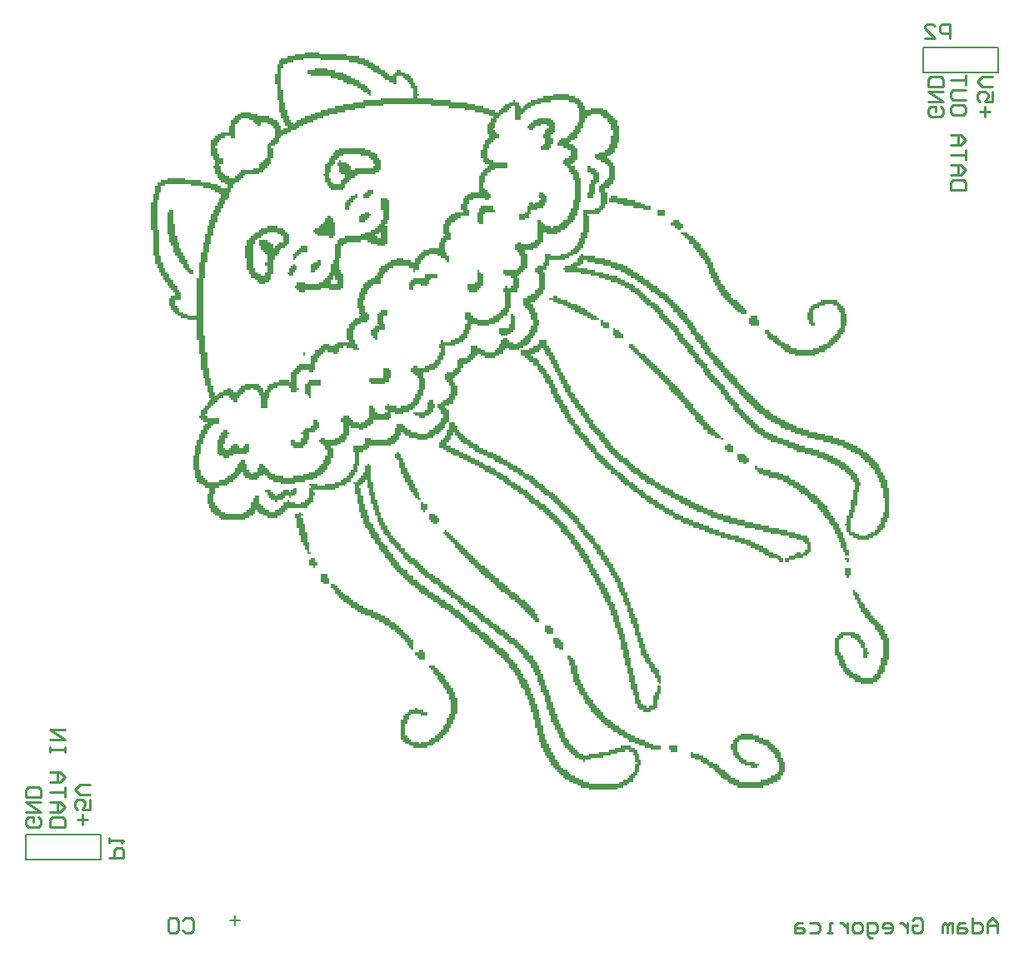
<source format=gbo>
G04*
G04 #@! TF.GenerationSoftware,Altium Limited,CircuitStudio,1.5.2 (30)*
G04*
G04 Layer_Color=13948096*
%FSLAX42Y42*%
%MOMM*%
G71*
G01*
G75*
%ADD12C,0.25*%
%ADD25C,0.20*%
%ADD26C,0.15*%
G36*
X7848Y8606D02*
Y8586D01*
Y8566D01*
X7869D01*
Y8546D01*
X7889D01*
Y8525D01*
Y8505D01*
X7909D01*
Y8485D01*
Y8464D01*
X7930D01*
Y8444D01*
Y8424D01*
X7950D01*
Y8403D01*
Y8383D01*
X7970D01*
Y8363D01*
Y8342D01*
X7991D01*
Y8322D01*
Y8302D01*
X8011D01*
Y8281D01*
Y8261D01*
X8031D01*
Y8241D01*
Y8220D01*
X8052D01*
Y8200D01*
Y8180D01*
X8072D01*
Y8159D01*
X8092D01*
Y8139D01*
Y8119D01*
Y8098D01*
X8113D01*
Y8078D01*
X8133D01*
Y8058D01*
Y8038D01*
X8153D01*
Y8017D01*
X8174D01*
Y7997D01*
Y7977D01*
X8194D01*
Y7956D01*
X8214D01*
Y7936D01*
X8235D01*
Y7916D01*
Y7895D01*
X8255D01*
Y7875D01*
X8275D01*
Y7855D01*
Y7834D01*
X8296D01*
Y7814D01*
X8316D01*
Y7794D01*
Y7773D01*
X8336D01*
Y7753D01*
X8356D01*
Y7733D01*
X8377D01*
Y7712D01*
X8397D01*
Y7692D01*
X8417D01*
Y7672D01*
X8438D01*
Y7651D01*
Y7631D01*
X8458D01*
Y7611D01*
X8478D01*
Y7590D01*
X8499D01*
Y7570D01*
Y7550D01*
X8519D01*
Y7530D01*
X8539D01*
Y7509D01*
X8560D01*
Y7489D01*
X8580D01*
Y7469D01*
X8600D01*
Y7448D01*
X8621D01*
Y7428D01*
X8661D01*
Y7408D01*
X8682D01*
Y7387D01*
X8702D01*
Y7367D01*
X8722D01*
Y7347D01*
X8743D01*
Y7326D01*
X8783D01*
Y7306D01*
X8804D01*
Y7286D01*
X8824D01*
Y7265D01*
X8864D01*
Y7245D01*
X8885D01*
Y7225D01*
X8925D01*
Y7204D01*
X8946D01*
Y7184D01*
X8986D01*
Y7164D01*
X9007D01*
Y7143D01*
X9047D01*
Y7123D01*
X9088D01*
Y7103D01*
X9129D01*
Y7082D01*
X9149D01*
Y7062D01*
X9190D01*
Y7042D01*
X9230D01*
Y7022D01*
X9271D01*
Y7001D01*
X9312D01*
Y6981D01*
X9352D01*
Y6961D01*
X9393D01*
Y6940D01*
X9433D01*
Y6920D01*
X9474D01*
Y6900D01*
X9535D01*
Y6879D01*
X9576D01*
Y6859D01*
X9637D01*
Y6839D01*
X9718D01*
Y6818D01*
X9779D01*
Y6798D01*
X9860D01*
Y6778D01*
X9941D01*
Y6757D01*
X10023D01*
Y6737D01*
X10104D01*
Y6717D01*
X10206D01*
Y6696D01*
X10287D01*
Y6676D01*
X10368D01*
Y6656D01*
X10429D01*
Y6635D01*
X10490D01*
Y6615D01*
X10510D01*
Y6595D01*
Y6574D01*
X10531D01*
Y6554D01*
Y6534D01*
Y6514D01*
Y6493D01*
Y6473D01*
X10510D01*
Y6453D01*
X10490D01*
Y6432D01*
X10449D01*
Y6412D01*
X10368D01*
Y6392D01*
X10307D01*
Y6371D01*
X10267D01*
Y6392D01*
Y6412D01*
X10307D01*
Y6432D01*
X10368D01*
Y6453D01*
X10388D01*
Y6473D01*
X10429D01*
Y6453D01*
X10449D01*
Y6473D01*
X10470D01*
Y6493D01*
X10490D01*
Y6514D01*
Y6534D01*
Y6554D01*
X10470D01*
Y6574D01*
X10449D01*
Y6595D01*
X10388D01*
Y6615D01*
X10307D01*
Y6635D01*
X10226D01*
Y6656D01*
X10124D01*
Y6676D01*
X10043D01*
Y6696D01*
X9962D01*
Y6717D01*
X9860D01*
Y6737D01*
X9779D01*
Y6757D01*
X9698D01*
Y6778D01*
X9637D01*
Y6798D01*
X9576D01*
Y6818D01*
X9515D01*
Y6839D01*
X9474D01*
Y6859D01*
X9433D01*
Y6879D01*
X9372D01*
Y6900D01*
X9332D01*
Y6920D01*
X9291D01*
Y6940D01*
X9251D01*
Y6961D01*
X9210D01*
Y6981D01*
X9190D01*
Y7001D01*
X9149D01*
Y7022D01*
X9108D01*
Y7042D01*
X9068D01*
Y7062D01*
X9027D01*
Y7082D01*
X9007D01*
Y7103D01*
X8966D01*
Y7123D01*
X8946D01*
Y7143D01*
X8905D01*
Y7164D01*
X8864D01*
Y7184D01*
X8844D01*
Y7204D01*
X8804D01*
Y7225D01*
X8783D01*
Y7245D01*
X8763D01*
Y7265D01*
X8722D01*
Y7286D01*
X8702D01*
Y7306D01*
X8682D01*
Y7326D01*
X8661D01*
Y7347D01*
X8641D01*
Y7367D01*
X8621D01*
Y7387D01*
X8580D01*
Y7408D01*
X8560D01*
Y7428D01*
X8539D01*
Y7448D01*
X8519D01*
Y7469D01*
X8499D01*
Y7489D01*
X8478D01*
Y7509D01*
X8458D01*
Y7530D01*
X8438D01*
Y7550D01*
Y7570D01*
X8417D01*
Y7590D01*
X8397D01*
Y7611D01*
X8377D01*
Y7631D01*
Y7651D01*
X8356D01*
Y7672D01*
X8336D01*
Y7692D01*
X8316D01*
Y7712D01*
X8296D01*
Y7733D01*
X8275D01*
Y7753D01*
Y7773D01*
X8255D01*
Y7794D01*
X8235D01*
Y7814D01*
Y7834D01*
X8214D01*
Y7855D01*
X8194D01*
Y7875D01*
Y7895D01*
X8174D01*
Y7916D01*
X8153D01*
Y7936D01*
X8133D01*
Y7956D01*
Y7977D01*
X8113D01*
Y7997D01*
X8092D01*
Y8017D01*
Y8038D01*
X8072D01*
Y8058D01*
X8052D01*
Y8078D01*
Y8098D01*
X8031D01*
Y8119D01*
Y8139D01*
X8011D01*
Y8159D01*
Y8180D01*
X7991D01*
Y8200D01*
Y8220D01*
X7970D01*
Y8241D01*
Y8261D01*
X7950D01*
Y8281D01*
Y8302D01*
X7930D01*
Y8322D01*
Y8342D01*
X7909D01*
Y8363D01*
Y8383D01*
X7889D01*
Y8403D01*
Y8424D01*
X7869D01*
Y8444D01*
Y8464D01*
X7848D01*
Y8485D01*
X7828D01*
Y8505D01*
Y8525D01*
X7808D01*
Y8546D01*
X7788D01*
Y8525D01*
X7767D01*
Y8505D01*
X7727D01*
Y8485D01*
X7686D01*
Y8464D01*
X7706D01*
Y8444D01*
X7747D01*
Y8424D01*
X7767D01*
Y8403D01*
Y8383D01*
X7788D01*
Y8363D01*
X7808D01*
Y8342D01*
X7828D01*
Y8322D01*
X7848D01*
Y8302D01*
Y8281D01*
X7869D01*
Y8261D01*
X7889D01*
Y8241D01*
Y8220D01*
X7909D01*
Y8200D01*
Y8180D01*
X7930D01*
Y8159D01*
Y8139D01*
X7950D01*
Y8119D01*
Y8098D01*
Y8078D01*
X7970D01*
Y8058D01*
X7991D01*
Y8038D01*
Y8017D01*
X8011D01*
Y7997D01*
Y7977D01*
X8031D01*
Y7956D01*
X8052D01*
Y7936D01*
Y7916D01*
X8072D01*
Y7895D01*
Y7875D01*
X8092D01*
Y7855D01*
Y7834D01*
X8113D01*
Y7814D01*
X8133D01*
Y7794D01*
Y7773D01*
X8153D01*
Y7753D01*
X8174D01*
Y7733D01*
X8194D01*
Y7712D01*
Y7692D01*
X8214D01*
Y7672D01*
X8235D01*
Y7651D01*
X8255D01*
Y7631D01*
X8275D01*
Y7611D01*
Y7590D01*
X8296D01*
Y7570D01*
X8316D01*
Y7550D01*
X8336D01*
Y7530D01*
X8356D01*
Y7509D01*
Y7489D01*
X8377D01*
Y7469D01*
X8397D01*
Y7448D01*
X8417D01*
Y7428D01*
X8438D01*
Y7408D01*
X8458D01*
Y7387D01*
X8478D01*
Y7367D01*
X8499D01*
Y7347D01*
X8519D01*
Y7326D01*
X8539D01*
Y7306D01*
X8560D01*
Y7286D01*
X8600D01*
Y7265D01*
X8621D01*
Y7245D01*
X8641D01*
Y7225D01*
X8661D01*
Y7204D01*
X8682D01*
Y7184D01*
X8722D01*
Y7164D01*
X8743D01*
Y7143D01*
X8763D01*
Y7123D01*
X8783D01*
Y7103D01*
X8824D01*
Y7082D01*
X8844D01*
Y7062D01*
X8864D01*
Y7042D01*
X8905D01*
Y7022D01*
X8925D01*
Y7001D01*
X8966D01*
Y6981D01*
X8986D01*
Y6961D01*
X9027D01*
Y6940D01*
X9047D01*
Y6920D01*
X9088D01*
Y6900D01*
X9129D01*
Y6879D01*
X9149D01*
Y6859D01*
X9190D01*
Y6839D01*
X9230D01*
Y6818D01*
X9291D01*
Y6798D01*
X9332D01*
Y6778D01*
X9393D01*
Y6757D01*
X9433D01*
Y6737D01*
X9494D01*
Y6717D01*
X9535D01*
Y6696D01*
X9596D01*
Y6676D01*
X9657D01*
Y6656D01*
X9718D01*
Y6635D01*
X9799D01*
Y6615D01*
X9860D01*
Y6595D01*
X9921D01*
Y6574D01*
X9962D01*
Y6554D01*
X10002D01*
Y6534D01*
X10043D01*
Y6514D01*
X10084D01*
Y6493D01*
X10104D01*
Y6473D01*
X10145D01*
Y6453D01*
X10185D01*
Y6432D01*
X10226D01*
Y6412D01*
X10246D01*
Y6392D01*
Y6371D01*
X10206D01*
Y6392D01*
X10185D01*
Y6412D01*
X10104D01*
Y6432D01*
X10063D01*
Y6453D01*
X10043D01*
Y6473D01*
X10002D01*
Y6493D01*
X9962D01*
Y6514D01*
X9921D01*
Y6534D01*
X9880D01*
Y6554D01*
X9820D01*
Y6574D01*
X9759D01*
Y6595D01*
X9677D01*
Y6615D01*
X9616D01*
Y6635D01*
X9555D01*
Y6656D01*
X9494D01*
Y6676D01*
X9454D01*
Y6696D01*
X9393D01*
Y6717D01*
X9332D01*
Y6737D01*
X9291D01*
Y6757D01*
X9230D01*
Y6778D01*
X9210D01*
Y6798D01*
X9149D01*
Y6818D01*
X9129D01*
Y6839D01*
X9088D01*
Y6859D01*
X9047D01*
Y6879D01*
X9027D01*
Y6900D01*
X8986D01*
Y6920D01*
X8946D01*
Y6940D01*
X8925D01*
Y6961D01*
X8885D01*
Y6981D01*
X8864D01*
Y7001D01*
X8844D01*
Y7022D01*
X8804D01*
Y7042D01*
X8783D01*
Y7062D01*
X8763D01*
Y7082D01*
X8722D01*
Y7103D01*
X8702D01*
Y7123D01*
X8682D01*
Y7143D01*
X8641D01*
Y7164D01*
X8621D01*
Y7184D01*
X8600D01*
Y7204D01*
X8580D01*
Y7225D01*
X8560D01*
Y7245D01*
X8539D01*
Y7265D01*
X8499D01*
Y7286D01*
Y7306D01*
X8458D01*
Y7326D01*
X8438D01*
Y7347D01*
X8417D01*
Y7367D01*
X8397D01*
Y7387D01*
X8377D01*
Y7408D01*
X8356D01*
Y7428D01*
X8336D01*
Y7448D01*
Y7469D01*
X8316D01*
Y7489D01*
X8296D01*
Y7509D01*
X8275D01*
Y7530D01*
X8255D01*
Y7550D01*
X8235D01*
Y7570D01*
Y7590D01*
X8214D01*
Y7611D01*
X8194D01*
Y7631D01*
X8174D01*
Y7651D01*
X8153D01*
Y7672D01*
X8133D01*
Y7692D01*
Y7712D01*
X8113D01*
Y7733D01*
Y7753D01*
X8092D01*
Y7773D01*
X8072D01*
Y7794D01*
X8052D01*
Y7814D01*
Y7834D01*
X8031D01*
Y7855D01*
Y7875D01*
X8011D01*
Y7895D01*
X7991D01*
Y7916D01*
Y7936D01*
X7970D01*
Y7956D01*
Y7977D01*
X7950D01*
Y7997D01*
X7930D01*
Y8017D01*
Y8038D01*
X7909D01*
Y8058D01*
Y8078D01*
X7889D01*
Y8098D01*
Y8119D01*
Y8139D01*
X7869D01*
Y8159D01*
Y8180D01*
X7848D01*
Y8200D01*
X7828D01*
Y8220D01*
Y8241D01*
X7808D01*
Y8261D01*
Y8281D01*
X7788D01*
Y8302D01*
X7767D01*
Y8322D01*
X7747D01*
Y8342D01*
Y8363D01*
X7706D01*
Y8383D01*
Y8403D01*
X7666D01*
Y8424D01*
X7645D01*
Y8444D01*
X7625D01*
Y8464D01*
X7584D01*
Y8485D01*
Y8505D01*
Y8525D01*
X7666D01*
Y8546D01*
X7706D01*
Y8566D01*
X7747D01*
Y8586D01*
X7767D01*
Y8606D01*
Y8627D01*
X7848D01*
Y8606D01*
D02*
G37*
G36*
X5349Y6859D02*
X5369D01*
Y6839D01*
X5349D01*
Y6818D01*
X5369D01*
Y6798D01*
Y6778D01*
Y6757D01*
X5390D01*
Y6737D01*
Y6717D01*
Y6696D01*
Y6676D01*
X5410D01*
Y6656D01*
Y6635D01*
Y6615D01*
Y6595D01*
Y6574D01*
X5430D01*
Y6554D01*
Y6534D01*
Y6514D01*
Y6493D01*
Y6473D01*
X5451D01*
Y6453D01*
X5410D01*
Y6473D01*
Y6493D01*
X5390D01*
Y6514D01*
Y6534D01*
X5369D01*
Y6554D01*
Y6574D01*
X5349D01*
Y6595D01*
Y6615D01*
Y6635D01*
X5329D01*
Y6656D01*
Y6676D01*
Y6696D01*
Y6717D01*
X5308D01*
Y6737D01*
Y6757D01*
Y6778D01*
Y6798D01*
Y6818D01*
X5288D01*
Y6839D01*
Y6859D01*
X5329D01*
Y6879D01*
X5349D01*
Y6859D01*
D02*
G37*
G36*
X8214Y9480D02*
X8336D01*
Y9460D01*
X8438D01*
Y9440D01*
X8499D01*
Y9419D01*
X8560D01*
Y9399D01*
X8621D01*
Y9379D01*
X8661D01*
Y9358D01*
X8702D01*
Y9338D01*
X8722D01*
Y9318D01*
X8763D01*
Y9297D01*
X8783D01*
Y9277D01*
X8824D01*
Y9257D01*
X8844D01*
Y9236D01*
X8885D01*
Y9216D01*
X8905D01*
Y9196D01*
X8925D01*
Y9175D01*
X8966D01*
Y9155D01*
X8986D01*
Y9135D01*
X9007D01*
Y9114D01*
X9047D01*
Y9094D01*
X9068D01*
Y9074D01*
X9088D01*
Y9054D01*
X9108D01*
Y9033D01*
X9129D01*
Y9013D01*
X9149D01*
Y8993D01*
X9169D01*
Y8972D01*
X9190D01*
Y8952D01*
X9210D01*
Y8932D01*
X9230D01*
Y8911D01*
X9251D01*
Y8891D01*
X9271D01*
Y8871D01*
Y8850D01*
X9291D01*
Y8830D01*
X9312D01*
Y8810D01*
X9332D01*
Y8789D01*
Y8769D01*
X9352D01*
Y8749D01*
X9372D01*
Y8728D01*
Y8708D01*
X9393D01*
Y8688D01*
X9413D01*
Y8667D01*
X9433D01*
Y8647D01*
Y8627D01*
X9454D01*
Y8606D01*
X9474D01*
Y8586D01*
Y8566D01*
X9494D01*
Y8546D01*
X9515D01*
Y8525D01*
Y8505D01*
X9535D01*
Y8485D01*
X9555D01*
Y8464D01*
X9576D01*
Y8444D01*
X9596D01*
Y8424D01*
X9616D01*
Y8403D01*
X9637D01*
Y8383D01*
Y8363D01*
X9657D01*
Y8342D01*
X9677D01*
Y8322D01*
X9698D01*
Y8302D01*
X9718D01*
Y8281D01*
X9738D01*
Y8261D01*
X9759D01*
Y8241D01*
X9779D01*
Y8220D01*
Y8200D01*
X9799D01*
Y8180D01*
X9820D01*
Y8159D01*
X9840D01*
Y8139D01*
X9860D01*
Y8119D01*
X9880D01*
Y8098D01*
X9901D01*
Y8078D01*
X9921D01*
Y8058D01*
X9941D01*
Y8038D01*
X9962D01*
Y8017D01*
X9982D01*
Y7997D01*
X10002D01*
Y7977D01*
X10023D01*
Y7956D01*
X10043D01*
Y7936D01*
X10063D01*
Y7916D01*
X10104D01*
Y7895D01*
X10124D01*
Y7875D01*
X10145D01*
Y7855D01*
X10185D01*
Y7834D01*
X10226D01*
Y7814D01*
X10267D01*
Y7794D01*
X10307D01*
Y7773D01*
X10348D01*
Y7753D01*
X10388D01*
Y7733D01*
X10449D01*
Y7712D01*
X10510D01*
Y7692D01*
X10592D01*
Y7672D01*
X10673D01*
Y7651D01*
X10754D01*
Y7631D01*
X10815D01*
Y7611D01*
X10876D01*
Y7590D01*
X10917D01*
Y7570D01*
X10957D01*
Y7550D01*
X10998D01*
Y7530D01*
X11039D01*
Y7509D01*
X11059D01*
Y7489D01*
X11100D01*
Y7469D01*
X11120D01*
Y7448D01*
X11140D01*
Y7428D01*
X11161D01*
Y7408D01*
X11181D01*
Y7387D01*
X11201D01*
Y7367D01*
X11222D01*
Y7347D01*
Y7326D01*
X11242D01*
Y7306D01*
Y7286D01*
X11262D01*
Y7265D01*
Y7245D01*
X11283D01*
Y7225D01*
Y7204D01*
X11303D01*
Y7184D01*
Y7164D01*
Y7143D01*
Y7123D01*
X11323D01*
Y7103D01*
Y7082D01*
Y7062D01*
Y7042D01*
Y7022D01*
Y7001D01*
Y6981D01*
Y6961D01*
Y6940D01*
Y6920D01*
Y6900D01*
Y6879D01*
Y6859D01*
Y6839D01*
Y6818D01*
X11303D01*
Y6798D01*
Y6778D01*
X11283D01*
Y6757D01*
Y6737D01*
Y6717D01*
X11262D01*
Y6696D01*
X11242D01*
Y6676D01*
X11222D01*
Y6656D01*
X11201D01*
Y6635D01*
X11161D01*
Y6615D01*
X11120D01*
Y6595D01*
X10998D01*
Y6615D01*
X10957D01*
Y6635D01*
X10917D01*
Y6656D01*
Y6676D01*
X10896D01*
Y6696D01*
Y6717D01*
Y6737D01*
X10876D01*
Y6757D01*
X10896D01*
Y6778D01*
Y6798D01*
Y6818D01*
Y6839D01*
X10917D01*
Y6859D01*
Y6879D01*
Y6900D01*
X10937D01*
Y6920D01*
Y6940D01*
Y6961D01*
Y6981D01*
Y7001D01*
X10957D01*
Y7022D01*
Y7042D01*
Y7062D01*
Y7082D01*
Y7103D01*
X10978D01*
Y7123D01*
Y7143D01*
Y7164D01*
Y7184D01*
X10957D01*
Y7204D01*
X10937D01*
Y7225D01*
Y7245D01*
X10917D01*
Y7265D01*
X10896D01*
Y7286D01*
X10876D01*
Y7306D01*
X10836D01*
Y7326D01*
X10815D01*
Y7347D01*
X10775D01*
Y7367D01*
X10734D01*
Y7387D01*
X10693D01*
Y7408D01*
X10653D01*
Y7428D01*
X10592D01*
Y7448D01*
X10531D01*
Y7469D01*
X10470D01*
Y7489D01*
X10388D01*
Y7509D01*
X10348D01*
Y7530D01*
X10287D01*
Y7550D01*
X10246D01*
Y7570D01*
X10185D01*
Y7590D01*
X10124D01*
Y7611D01*
X10084D01*
Y7631D01*
X10043D01*
Y7651D01*
X10023D01*
Y7672D01*
X9982D01*
Y7692D01*
X9962D01*
Y7712D01*
X9941D01*
Y7733D01*
X9921D01*
Y7753D01*
X9901D01*
Y7773D01*
X9880D01*
Y7794D01*
X9860D01*
Y7814D01*
X9840D01*
Y7834D01*
X9820D01*
Y7855D01*
X9799D01*
Y7875D01*
X9779D01*
Y7895D01*
X9759D01*
Y7916D01*
X9738D01*
Y7936D01*
Y7956D01*
X9718D01*
Y7977D01*
X9698D01*
Y7997D01*
X9677D01*
Y8017D01*
X9657D01*
Y8038D01*
Y8058D01*
X9637D01*
Y8078D01*
X9616D01*
Y8098D01*
Y8119D01*
X9596D01*
Y8139D01*
X9576D01*
Y8159D01*
X9555D01*
Y8180D01*
X9535D01*
Y8200D01*
X9515D01*
Y8220D01*
X9494D01*
Y8241D01*
X9474D01*
Y8261D01*
X9454D01*
Y8281D01*
Y8302D01*
X9433D01*
Y8322D01*
Y8342D01*
X9413D01*
Y8363D01*
X9393D01*
Y8383D01*
X9372D01*
Y8403D01*
X9352D01*
Y8424D01*
Y8444D01*
X9332D01*
Y8464D01*
X9312D01*
Y8485D01*
X9291D01*
Y8505D01*
X9271D01*
Y8525D01*
Y8546D01*
X9251D01*
Y8566D01*
X9230D01*
Y8586D01*
X9210D01*
Y8606D01*
X9190D01*
Y8627D01*
X9169D01*
Y8647D01*
Y8667D01*
X9149D01*
Y8688D01*
Y8708D01*
X9129D01*
Y8728D01*
X9108D01*
Y8749D01*
X9088D01*
Y8769D01*
X9068D01*
Y8789D01*
X9047D01*
Y8810D01*
X9027D01*
Y8830D01*
X9007D01*
Y8850D01*
X8986D01*
Y8871D01*
Y8891D01*
X8966D01*
Y8911D01*
X8946D01*
Y8932D01*
X8925D01*
Y8952D01*
X8905D01*
Y8972D01*
X8864D01*
Y8993D01*
X8844D01*
Y9013D01*
X8824D01*
Y9033D01*
X8804D01*
Y9054D01*
X8783D01*
Y9074D01*
X8763D01*
Y9094D01*
X8743D01*
Y9114D01*
X8702D01*
Y9135D01*
X8682D01*
Y9155D01*
X8641D01*
Y9175D01*
X8600D01*
Y9196D01*
X8560D01*
Y9216D01*
X8499D01*
Y9236D01*
X8438D01*
Y9257D01*
X8377D01*
Y9277D01*
X8296D01*
Y9297D01*
X8194D01*
Y9318D01*
X8031D01*
Y9338D01*
X8011D01*
Y9358D01*
X8031D01*
Y9379D01*
X8092D01*
Y9399D01*
X8113D01*
Y9419D01*
X8153D01*
Y9440D01*
Y9460D01*
X8174D01*
Y9480D01*
X8194D01*
Y9501D01*
X8214D01*
Y9480D01*
D02*
G37*
G36*
X9271Y9704D02*
X9291D01*
Y9683D01*
X9332D01*
Y9663D01*
X9352D01*
Y9643D01*
X9372D01*
Y9622D01*
X9393D01*
Y9602D01*
X9413D01*
Y9582D01*
Y9562D01*
X9433D01*
Y9541D01*
X9454D01*
Y9521D01*
X9474D01*
Y9501D01*
Y9480D01*
X9494D01*
Y9460D01*
X9515D01*
Y9440D01*
Y9419D01*
X9535D01*
Y9399D01*
Y9379D01*
Y9358D01*
X9555D01*
Y9338D01*
Y9318D01*
X9576D01*
Y9297D01*
Y9277D01*
X9596D01*
Y9257D01*
Y9236D01*
X9616D01*
Y9216D01*
Y9196D01*
X9637D01*
Y9175D01*
X9657D01*
Y9155D01*
Y9135D01*
X9677D01*
Y9114D01*
X9698D01*
Y9094D01*
X9718D01*
Y9074D01*
Y9054D01*
X9738D01*
Y9033D01*
X9779D01*
Y9013D01*
X9799D01*
Y8993D01*
X9820D01*
Y8972D01*
X9840D01*
Y8952D01*
X9860D01*
Y8932D01*
X9880D01*
Y8911D01*
Y8891D01*
X9820D01*
Y8911D01*
X9779D01*
Y8932D01*
X9759D01*
Y8952D01*
X9738D01*
Y8972D01*
X9718D01*
Y8993D01*
X9698D01*
Y9013D01*
X9677D01*
Y9033D01*
X9657D01*
Y9054D01*
X9637D01*
Y9074D01*
X9616D01*
Y9094D01*
Y9114D01*
X9596D01*
Y9135D01*
X9576D01*
Y9155D01*
Y9175D01*
X9555D01*
Y9196D01*
Y9216D01*
X9535D01*
Y9236D01*
Y9257D01*
X9515D01*
Y9277D01*
Y9297D01*
X9494D01*
Y9318D01*
Y9338D01*
Y9358D01*
X9474D01*
Y9379D01*
Y9399D01*
X9454D01*
Y9419D01*
Y9440D01*
X9433D01*
Y9460D01*
X9413D01*
Y9480D01*
X9393D01*
Y9501D01*
Y9521D01*
X9372D01*
Y9541D01*
X9352D01*
Y9562D01*
X9332D01*
Y9582D01*
Y9602D01*
X9291D01*
Y9622D01*
Y9643D01*
X9271D01*
Y9663D01*
X9251D01*
Y9683D01*
X9230D01*
Y9704D01*
X9210D01*
Y9724D01*
X9271D01*
Y9704D01*
D02*
G37*
G36*
X6711Y6839D02*
X6731D01*
Y6818D01*
X6751D01*
Y6798D01*
Y6778D01*
X6731D01*
Y6757D01*
X6690D01*
Y6778D01*
X6670D01*
Y6798D01*
X6650D01*
Y6818D01*
Y6839D01*
Y6859D01*
X6711D01*
Y6839D01*
D02*
G37*
G36*
X10937Y6290D02*
Y6270D01*
Y6249D01*
Y6229D01*
X10917D01*
Y6209D01*
X10896D01*
Y6229D01*
X10876D01*
Y6249D01*
Y6270D01*
Y6290D01*
Y6310D01*
X10937D01*
Y6290D01*
D02*
G37*
G36*
X5613Y6229D02*
Y6209D01*
X5634D01*
Y6188D01*
Y6168D01*
Y6148D01*
X5573D01*
Y6168D01*
X5552D01*
Y6188D01*
Y6209D01*
Y6229D01*
Y6249D01*
X5613D01*
Y6229D01*
D02*
G37*
G36*
X5491Y6392D02*
Y6371D01*
X5512D01*
Y6351D01*
Y6331D01*
X5491D01*
Y6310D01*
X5471D01*
Y6331D01*
X5430D01*
Y6351D01*
Y6371D01*
Y6392D01*
X5451D01*
Y6412D01*
X5491D01*
Y6392D01*
D02*
G37*
G36*
X9982Y7326D02*
X10043D01*
Y7306D01*
X10124D01*
Y7286D01*
X10206D01*
Y7265D01*
X10246D01*
Y7245D01*
X10307D01*
Y7225D01*
X10328D01*
Y7204D01*
X10368D01*
Y7184D01*
X10409D01*
Y7164D01*
X10429D01*
Y7143D01*
X10470D01*
Y7123D01*
X10490D01*
Y7103D01*
X10510D01*
Y7082D01*
X10531D01*
Y7062D01*
X10571D01*
Y7042D01*
X10592D01*
Y7022D01*
X10612D01*
Y7001D01*
X10632D01*
Y6981D01*
X10653D01*
Y6961D01*
X10673D01*
Y6940D01*
X10693D01*
Y6920D01*
Y6900D01*
X10714D01*
Y6879D01*
X10734D01*
Y6859D01*
Y6839D01*
X10754D01*
Y6818D01*
X10775D01*
Y6798D01*
Y6778D01*
X10795D01*
Y6757D01*
X10815D01*
Y6737D01*
Y6717D01*
X10836D01*
Y6696D01*
Y6676D01*
X10856D01*
Y6656D01*
Y6635D01*
Y6615D01*
X10876D01*
Y6595D01*
Y6574D01*
X10896D01*
Y6554D01*
Y6534D01*
Y6514D01*
Y6493D01*
X10917D01*
Y6473D01*
Y6453D01*
Y6432D01*
X10876D01*
Y6453D01*
Y6473D01*
X10856D01*
Y6493D01*
Y6514D01*
X10836D01*
Y6534D01*
Y6554D01*
Y6574D01*
X10815D01*
Y6595D01*
Y6615D01*
X10795D01*
Y6635D01*
Y6656D01*
X10775D01*
Y6676D01*
Y6696D01*
X10754D01*
Y6717D01*
Y6737D01*
X10734D01*
Y6757D01*
X10714D01*
Y6778D01*
Y6798D01*
X10693D01*
Y6818D01*
X10673D01*
Y6839D01*
X10653D01*
Y6859D01*
Y6879D01*
X10632D01*
Y6900D01*
X10612D01*
Y6920D01*
X10592D01*
Y6940D01*
Y6961D01*
X10551D01*
Y6981D01*
X10531D01*
Y7001D01*
X10510D01*
Y7022D01*
X10490D01*
Y7042D01*
X10470D01*
Y7062D01*
X10429D01*
Y7082D01*
X10409D01*
Y7103D01*
X10388D01*
Y7123D01*
X10348D01*
Y7143D01*
X10307D01*
Y7164D01*
X10287D01*
Y7184D01*
X10246D01*
Y7204D01*
X10185D01*
Y7225D01*
X10104D01*
Y7245D01*
X10043D01*
Y7265D01*
X10002D01*
Y7286D01*
X9982D01*
Y7306D01*
X9962D01*
Y7326D01*
Y7347D01*
X9982D01*
Y7326D01*
D02*
G37*
G36*
X10917Y6392D02*
Y6371D01*
X10896D01*
Y6392D01*
X10876D01*
Y6412D01*
X10917D01*
Y6392D01*
D02*
G37*
G36*
X10795Y9013D02*
X10815D01*
Y8993D01*
X10836D01*
Y8972D01*
X10856D01*
Y8952D01*
X10876D01*
Y8932D01*
Y8911D01*
Y8891D01*
X10896D01*
Y8871D01*
Y8850D01*
Y8830D01*
Y8810D01*
Y8789D01*
Y8769D01*
X10876D01*
Y8749D01*
Y8728D01*
Y8708D01*
X10856D01*
Y8688D01*
X10836D01*
Y8667D01*
Y8647D01*
X10815D01*
Y8627D01*
X10795D01*
Y8606D01*
X10775D01*
Y8586D01*
X10754D01*
Y8566D01*
X10734D01*
Y8546D01*
X10693D01*
Y8525D01*
X10673D01*
Y8505D01*
X10612D01*
Y8485D01*
X10571D01*
Y8464D01*
X10368D01*
Y8485D01*
X10307D01*
Y8505D01*
X10267D01*
Y8525D01*
X10246D01*
Y8546D01*
X10226D01*
Y8566D01*
X10185D01*
Y8586D01*
X10165D01*
Y8606D01*
X10145D01*
Y8627D01*
X10104D01*
Y8647D01*
X10084D01*
Y8667D01*
Y8688D01*
X10063D01*
Y8708D01*
Y8728D01*
X10104D01*
Y8708D01*
X10124D01*
Y8688D01*
X10145D01*
Y8667D01*
X10185D01*
Y8647D01*
X10206D01*
Y8627D01*
X10226D01*
Y8606D01*
X10267D01*
Y8586D01*
X10307D01*
Y8566D01*
X10328D01*
Y8546D01*
X10388D01*
Y8525D01*
X10551D01*
Y8546D01*
X10612D01*
Y8566D01*
X10653D01*
Y8586D01*
X10693D01*
Y8606D01*
X10714D01*
Y8627D01*
X10734D01*
Y8647D01*
X10754D01*
Y8667D01*
X10775D01*
Y8688D01*
X10795D01*
Y8708D01*
Y8728D01*
X10815D01*
Y8749D01*
X10836D01*
Y8769D01*
Y8789D01*
Y8810D01*
Y8830D01*
Y8850D01*
Y8871D01*
Y8891D01*
Y8911D01*
X10815D01*
Y8932D01*
X10795D01*
Y8952D01*
Y8972D01*
X10754D01*
Y8993D01*
X10673D01*
Y8972D01*
X10612D01*
Y8952D01*
X10571D01*
Y8932D01*
X10551D01*
Y8911D01*
Y8891D01*
Y8871D01*
Y8850D01*
Y8830D01*
Y8810D01*
X10571D01*
Y8789D01*
Y8769D01*
X10531D01*
Y8789D01*
X10510D01*
Y8810D01*
Y8830D01*
X10490D01*
Y8850D01*
Y8871D01*
Y8891D01*
Y8911D01*
X10510D01*
Y8932D01*
Y8952D01*
X10531D01*
Y8972D01*
X10551D01*
Y8993D01*
X10592D01*
Y9013D01*
X10632D01*
Y9033D01*
X10795D01*
Y9013D01*
D02*
G37*
G36*
X6345Y7469D02*
X6365D01*
Y7448D01*
Y7428D01*
X6385D01*
Y7408D01*
Y7387D01*
X6406D01*
Y7367D01*
Y7347D01*
Y7326D01*
X6426D01*
Y7306D01*
Y7286D01*
X6446D01*
Y7265D01*
Y7245D01*
X6467D01*
Y7225D01*
Y7204D01*
X6487D01*
Y7184D01*
Y7164D01*
X6507D01*
Y7143D01*
Y7123D01*
X6528D01*
Y7103D01*
Y7082D01*
X6548D01*
Y7062D01*
Y7042D01*
Y7022D01*
X6568D01*
Y7001D01*
X6528D01*
Y7022D01*
X6507D01*
Y7042D01*
X6487D01*
Y7062D01*
Y7082D01*
X6467D01*
Y7103D01*
X6446D01*
Y7123D01*
Y7143D01*
X6426D01*
Y7164D01*
Y7184D01*
X6406D01*
Y7204D01*
Y7225D01*
X6385D01*
Y7245D01*
Y7265D01*
X6365D01*
Y7286D01*
Y7306D01*
Y7326D01*
X6345D01*
Y7347D01*
Y7367D01*
Y7387D01*
Y7408D01*
X6324D01*
Y7428D01*
X6304D01*
Y7448D01*
Y7469D01*
X6324D01*
Y7489D01*
X6345D01*
Y7469D01*
D02*
G37*
G36*
X9860Y7448D02*
X9880D01*
Y7428D01*
X9901D01*
Y7408D01*
Y7387D01*
X9880D01*
Y7367D01*
X9840D01*
Y7387D01*
X9799D01*
Y7408D01*
X9779D01*
Y7428D01*
Y7448D01*
Y7469D01*
X9860D01*
Y7448D01*
D02*
G37*
G36*
X8722Y8566D02*
X8743D01*
Y8546D01*
X8763D01*
Y8525D01*
X8783D01*
Y8505D01*
X8804D01*
Y8485D01*
X8844D01*
Y8464D01*
X8864D01*
Y8444D01*
X8885D01*
Y8424D01*
X8905D01*
Y8403D01*
X8925D01*
Y8383D01*
X8946D01*
Y8363D01*
X8966D01*
Y8342D01*
X8986D01*
Y8322D01*
X9007D01*
Y8302D01*
X9027D01*
Y8281D01*
X9047D01*
Y8261D01*
X9068D01*
Y8241D01*
X9088D01*
Y8220D01*
X9108D01*
Y8200D01*
X9129D01*
Y8180D01*
X9149D01*
Y8159D01*
X9169D01*
Y8139D01*
X9190D01*
Y8119D01*
X9210D01*
Y8098D01*
X9230D01*
Y8078D01*
Y8058D01*
X9251D01*
Y8038D01*
X9271D01*
Y8017D01*
X9291D01*
Y7997D01*
X9312D01*
Y7977D01*
X9332D01*
Y7956D01*
Y7936D01*
X9352D01*
Y7916D01*
X9372D01*
Y7895D01*
X9393D01*
Y7875D01*
X9413D01*
Y7855D01*
X9433D01*
Y7834D01*
Y7814D01*
X9454D01*
Y7794D01*
X9474D01*
Y7773D01*
X9494D01*
Y7753D01*
X9515D01*
Y7733D01*
X9535D01*
Y7712D01*
X9555D01*
Y7692D01*
X9576D01*
Y7672D01*
X9596D01*
Y7651D01*
X9616D01*
Y7631D01*
X9637D01*
Y7611D01*
X9616D01*
Y7631D01*
X9555D01*
Y7651D01*
X9515D01*
Y7672D01*
X9474D01*
Y7692D01*
Y7712D01*
X9433D01*
Y7733D01*
Y7753D01*
X9413D01*
Y7773D01*
X9393D01*
Y7794D01*
X9372D01*
Y7814D01*
X9352D01*
Y7834D01*
Y7855D01*
X9332D01*
Y7875D01*
X9312D01*
Y7895D01*
X9291D01*
Y7916D01*
X9271D01*
Y7936D01*
X9251D01*
Y7956D01*
Y7977D01*
X9230D01*
Y7997D01*
X9210D01*
Y8017D01*
X9190D01*
Y8038D01*
X9169D01*
Y8058D01*
X9149D01*
Y8078D01*
X9129D01*
Y8098D01*
X9108D01*
Y8119D01*
X9088D01*
Y8139D01*
Y8159D01*
X9068D01*
Y8180D01*
X9047D01*
Y8200D01*
X9027D01*
Y8220D01*
X9007D01*
Y8241D01*
X8986D01*
Y8261D01*
X8966D01*
Y8281D01*
X8946D01*
Y8302D01*
X8925D01*
Y8322D01*
X8905D01*
Y8342D01*
X8885D01*
Y8363D01*
X8864D01*
Y8383D01*
X8844D01*
Y8403D01*
X8824D01*
Y8424D01*
X8804D01*
Y8444D01*
X8783D01*
Y8464D01*
X8763D01*
Y8485D01*
X8743D01*
Y8505D01*
X8722D01*
Y8525D01*
X8702D01*
Y8546D01*
X8682D01*
Y8566D01*
Y8586D01*
X8722D01*
Y8566D01*
D02*
G37*
G36*
X9718Y7550D02*
X9738D01*
Y7530D01*
Y7509D01*
Y7489D01*
X9677D01*
Y7509D01*
X9657D01*
Y7530D01*
Y7550D01*
X9677D01*
Y7570D01*
X9718D01*
Y7550D01*
D02*
G37*
G36*
X9982Y8850D02*
Y8830D01*
X10002D01*
Y8810D01*
Y8789D01*
Y8769D01*
X9921D01*
Y8789D01*
X9901D01*
Y8810D01*
Y8830D01*
Y8850D01*
X9921D01*
Y8871D01*
X9982D01*
Y8850D01*
D02*
G37*
G36*
X7950Y9054D02*
X7991D01*
Y9033D01*
X8052D01*
Y9013D01*
X8092D01*
Y8993D01*
X8153D01*
Y8972D01*
X8194D01*
Y8952D01*
X8235D01*
Y8932D01*
X8255D01*
Y8911D01*
X8296D01*
Y8891D01*
X8316D01*
Y8871D01*
X8356D01*
Y8850D01*
X8377D01*
Y8830D01*
X8296D01*
Y8850D01*
X8255D01*
Y8871D01*
X8214D01*
Y8891D01*
X8174D01*
Y8911D01*
X8133D01*
Y8932D01*
X8092D01*
Y8952D01*
X8052D01*
Y8972D01*
X8011D01*
Y8993D01*
X7950D01*
Y9013D01*
X7909D01*
Y9033D01*
X7869D01*
Y9054D01*
X7909D01*
Y9074D01*
X7950D01*
Y9054D01*
D02*
G37*
G36*
X8417Y8810D02*
X8478D01*
Y8789D01*
Y8769D01*
Y8749D01*
X8417D01*
Y8769D01*
X8397D01*
Y8789D01*
Y8810D01*
Y8830D01*
X8417D01*
Y8810D01*
D02*
G37*
G36*
X8539Y8728D02*
X8580D01*
Y8708D01*
X8600D01*
Y8688D01*
X8621D01*
Y8667D01*
Y8647D01*
X8539D01*
Y8667D01*
X8519D01*
Y8688D01*
Y8708D01*
Y8728D01*
Y8749D01*
X8539D01*
Y8728D01*
D02*
G37*
G36*
X6589Y6961D02*
X6629D01*
Y6940D01*
Y6920D01*
Y6900D01*
X6609D01*
Y6879D01*
X6589D01*
Y6900D01*
X6568D01*
Y6920D01*
Y6940D01*
Y6961D01*
Y6981D01*
X6589D01*
Y6961D01*
D02*
G37*
G36*
Y5457D02*
X6609D01*
Y5437D01*
Y5416D01*
Y5396D01*
Y5376D01*
X6548D01*
Y5396D01*
X6528D01*
Y5416D01*
X6507D01*
Y5437D01*
Y5457D01*
X6548D01*
Y5477D01*
X6589D01*
Y5457D01*
D02*
G37*
G36*
X5532Y11533D02*
X5816D01*
Y11512D01*
X5938D01*
Y11492D01*
X5999D01*
Y11472D01*
X6040D01*
Y11451D01*
X6081D01*
Y11431D01*
X6101D01*
Y11411D01*
X6142D01*
Y11390D01*
X6162D01*
Y11370D01*
X6203D01*
Y11350D01*
X6223D01*
Y11329D01*
X6243D01*
Y11309D01*
X6284D01*
Y11329D01*
X6304D01*
Y11350D01*
X6324D01*
Y11370D01*
X6365D01*
Y11350D01*
X6406D01*
Y11329D01*
X6446D01*
Y11309D01*
X6467D01*
Y11289D01*
X6487D01*
Y11268D01*
Y11248D01*
X6507D01*
Y11228D01*
Y11207D01*
X6528D01*
Y11187D01*
Y11167D01*
Y11146D01*
Y11126D01*
X6548D01*
Y11106D01*
X6528D01*
Y11086D01*
X6690D01*
Y11065D01*
X6873D01*
Y11045D01*
X7036D01*
Y11025D01*
X7117D01*
Y11004D01*
X7198D01*
Y10984D01*
X7259D01*
Y10964D01*
X7320D01*
Y10943D01*
X7361D01*
Y10964D01*
X7381D01*
Y10984D01*
X7401D01*
Y11004D01*
X7422D01*
Y11025D01*
X7462D01*
Y11045D01*
X7503D01*
Y11065D01*
X7523D01*
Y11045D01*
X7564D01*
Y11025D01*
Y11004D01*
X7584D01*
Y10984D01*
X7605D01*
Y11004D01*
X7625D01*
Y11025D01*
X7645D01*
Y11045D01*
X7686D01*
Y11065D01*
X7747D01*
Y11086D01*
X7808D01*
Y11106D01*
X7909D01*
Y11126D01*
X8072D01*
Y11106D01*
X8133D01*
Y11086D01*
X8174D01*
Y11065D01*
X8194D01*
Y11045D01*
X8214D01*
Y11025D01*
Y11004D01*
X8235D01*
Y10984D01*
Y10964D01*
X8296D01*
Y10984D01*
X8417D01*
Y10964D01*
X8458D01*
Y10943D01*
X8478D01*
Y10923D01*
X8499D01*
Y10903D01*
X8519D01*
Y10882D01*
X8539D01*
Y10862D01*
X8560D01*
Y10842D01*
Y10821D01*
Y10801D01*
X8580D01*
Y10781D01*
Y10760D01*
Y10740D01*
Y10720D01*
Y10699D01*
Y10679D01*
Y10659D01*
Y10638D01*
X8560D01*
Y10618D01*
Y10598D01*
Y10578D01*
X8539D01*
Y10557D01*
Y10537D01*
X8519D01*
Y10517D01*
X8499D01*
Y10496D01*
X8458D01*
Y10476D01*
X8478D01*
Y10456D01*
X8499D01*
Y10435D01*
X8519D01*
Y10415D01*
Y10395D01*
X8539D01*
Y10374D01*
Y10354D01*
Y10334D01*
Y10313D01*
Y10293D01*
Y10273D01*
Y10252D01*
X8519D01*
Y10232D01*
Y10212D01*
X8499D01*
Y10191D01*
X8478D01*
Y10171D01*
X8438D01*
Y10151D01*
Y10130D01*
X8458D01*
Y10110D01*
Y10090D01*
Y10070D01*
Y10049D01*
Y10029D01*
Y10009D01*
X8438D01*
Y9988D01*
Y9968D01*
X8417D01*
Y9948D01*
X8397D01*
Y9927D01*
X8377D01*
Y9907D01*
X8255D01*
Y9887D01*
X8275D01*
Y9866D01*
Y9846D01*
Y9826D01*
Y9805D01*
Y9785D01*
Y9765D01*
Y9744D01*
Y9724D01*
X8255D01*
Y9704D01*
Y9683D01*
Y9663D01*
X8235D01*
Y9643D01*
Y9622D01*
Y9602D01*
X8214D01*
Y9582D01*
Y9562D01*
X8194D01*
Y9541D01*
X8174D01*
Y9521D01*
X8153D01*
Y9501D01*
X8113D01*
Y9480D01*
X8072D01*
Y9460D01*
X8031D01*
Y9440D01*
X7869D01*
Y9419D01*
Y9399D01*
Y9379D01*
X7848D01*
Y9358D01*
Y9338D01*
X7808D01*
Y9318D01*
X7828D01*
Y9297D01*
Y9277D01*
Y9257D01*
Y9236D01*
Y9216D01*
Y9196D01*
Y9175D01*
Y9155D01*
Y9135D01*
X7808D01*
Y9114D01*
Y9094D01*
X7788D01*
Y9074D01*
X7767D01*
Y9054D01*
X7747D01*
Y9033D01*
X7727D01*
Y9013D01*
X7686D01*
Y8993D01*
X7706D01*
Y8972D01*
Y8952D01*
X7727D01*
Y8932D01*
Y8911D01*
X7747D01*
Y8891D01*
Y8871D01*
Y8850D01*
Y8830D01*
X7767D01*
Y8810D01*
Y8789D01*
Y8769D01*
X7747D01*
Y8749D01*
Y8728D01*
Y8708D01*
X7727D01*
Y8688D01*
Y8667D01*
X7706D01*
Y8647D01*
X7686D01*
Y8627D01*
Y8606D01*
X7666D01*
Y8586D01*
X7645D01*
Y8566D01*
X7605D01*
Y8546D01*
X7564D01*
Y8525D01*
X7462D01*
Y8546D01*
X7422D01*
Y8525D01*
X7401D01*
Y8505D01*
Y8485D01*
X7361D01*
Y8464D01*
X7320D01*
Y8444D01*
X7219D01*
Y8464D01*
X7178D01*
Y8485D01*
X7137D01*
Y8464D01*
X7117D01*
Y8444D01*
X7097D01*
Y8424D01*
X7076D01*
Y8403D01*
X7036D01*
Y8383D01*
X6995D01*
Y8363D01*
Y8342D01*
X6975D01*
Y8322D01*
Y8302D01*
X6954D01*
Y8281D01*
X6934D01*
Y8261D01*
X6914D01*
Y8241D01*
X6893D01*
Y8220D01*
Y8200D01*
X6914D01*
Y8180D01*
Y8159D01*
X6934D01*
Y8139D01*
Y8119D01*
Y8098D01*
Y8078D01*
Y8058D01*
X6914D01*
Y8038D01*
Y8017D01*
X6893D01*
Y7997D01*
Y7977D01*
X6853D01*
Y7956D01*
X6812D01*
Y7936D01*
X6832D01*
Y7916D01*
X6853D01*
Y7895D01*
Y7875D01*
Y7855D01*
Y7834D01*
Y7814D01*
Y7794D01*
X6914D01*
Y7773D01*
Y7753D01*
X6934D01*
Y7733D01*
Y7712D01*
X6954D01*
Y7692D01*
X6975D01*
Y7672D01*
X6995D01*
Y7651D01*
X7015D01*
Y7631D01*
X7036D01*
Y7611D01*
X7076D01*
Y7590D01*
X7097D01*
Y7570D01*
X7137D01*
Y7550D01*
X7158D01*
Y7530D01*
X7198D01*
Y7509D01*
X7239D01*
Y7489D01*
X7300D01*
Y7469D01*
X7340D01*
Y7448D01*
X7381D01*
Y7428D01*
X7401D01*
Y7408D01*
X7442D01*
Y7387D01*
X7483D01*
Y7367D01*
X7503D01*
Y7347D01*
X7544D01*
Y7326D01*
X7584D01*
Y7306D01*
X7605D01*
Y7286D01*
X7625D01*
Y7265D01*
X7666D01*
Y7245D01*
X7706D01*
Y7225D01*
X7727D01*
Y7204D01*
X7747D01*
Y7184D01*
X7767D01*
Y7164D01*
X7808D01*
Y7143D01*
X7828D01*
Y7123D01*
X7848D01*
Y7103D01*
X7869D01*
Y7082D01*
X7909D01*
Y7062D01*
X7930D01*
Y7042D01*
X7950D01*
Y7022D01*
X7970D01*
Y7001D01*
X7991D01*
Y6981D01*
X8011D01*
Y6961D01*
X8031D01*
Y6940D01*
X8052D01*
Y6920D01*
X8072D01*
Y6900D01*
X8092D01*
Y6879D01*
X8113D01*
Y6859D01*
X8133D01*
Y6839D01*
X8153D01*
Y6818D01*
X8174D01*
Y6798D01*
Y6778D01*
X8194D01*
Y6757D01*
X8214D01*
Y6737D01*
X8235D01*
Y6717D01*
Y6696D01*
X8255D01*
Y6676D01*
X8275D01*
Y6656D01*
X8296D01*
Y6635D01*
X8316D01*
Y6615D01*
X8336D01*
Y6595D01*
Y6574D01*
X8356D01*
Y6554D01*
X8377D01*
Y6534D01*
X8397D01*
Y6514D01*
Y6493D01*
X8417D01*
Y6473D01*
X8438D01*
Y6453D01*
Y6432D01*
X8458D01*
Y6412D01*
X8478D01*
Y6392D01*
Y6371D01*
X8499D01*
Y6351D01*
X8519D01*
Y6331D01*
Y6310D01*
X8539D01*
Y6290D01*
Y6270D01*
X8560D01*
Y6249D01*
Y6229D01*
X8580D01*
Y6209D01*
X8600D01*
Y6188D01*
Y6168D01*
X8621D01*
Y6148D01*
Y6127D01*
Y6107D01*
X8641D01*
Y6087D01*
Y6066D01*
X8661D01*
Y6046D01*
Y6026D01*
Y6006D01*
X8682D01*
Y5985D01*
Y5965D01*
X8702D01*
Y5945D01*
Y5924D01*
Y5904D01*
X8722D01*
Y5884D01*
Y5863D01*
Y5843D01*
X8743D01*
Y5823D01*
Y5802D01*
X8763D01*
Y5782D01*
Y5762D01*
Y5741D01*
X8783D01*
Y5721D01*
Y5701D01*
Y5680D01*
Y5660D01*
X8804D01*
Y5640D01*
Y5619D01*
Y5599D01*
X8824D01*
Y5579D01*
Y5558D01*
Y5538D01*
X8844D01*
Y5518D01*
Y5498D01*
Y5477D01*
X8864D01*
Y5457D01*
Y5437D01*
X8885D01*
Y5416D01*
Y5396D01*
X8905D01*
Y5376D01*
Y5355D01*
X8925D01*
Y5335D01*
X8946D01*
Y5315D01*
Y5294D01*
X8966D01*
Y5274D01*
X8986D01*
Y5254D01*
Y5233D01*
Y5213D01*
X9007D01*
Y5193D01*
Y5172D01*
Y5152D01*
Y5132D01*
X8986D01*
Y5152D01*
X8966D01*
Y5172D01*
Y5193D01*
X8946D01*
Y5213D01*
Y5233D01*
X8925D01*
Y5254D01*
X8905D01*
Y5274D01*
Y5294D01*
X8885D01*
Y5315D01*
Y5335D01*
X8864D01*
Y5355D01*
X8844D01*
Y5376D01*
Y5396D01*
X8824D01*
Y5416D01*
X8804D01*
Y5437D01*
Y5457D01*
Y5477D01*
Y5498D01*
X8783D01*
Y5518D01*
Y5538D01*
Y5558D01*
X8763D01*
Y5579D01*
Y5599D01*
Y5619D01*
X8743D01*
Y5640D01*
Y5660D01*
Y5680D01*
Y5701D01*
X8722D01*
Y5721D01*
Y5741D01*
X8702D01*
Y5762D01*
Y5782D01*
Y5802D01*
X8682D01*
Y5823D01*
Y5843D01*
Y5863D01*
X8661D01*
Y5884D01*
Y5904D01*
Y5924D01*
X8641D01*
Y5945D01*
Y5965D01*
X8621D01*
Y5985D01*
Y6006D01*
Y6026D01*
X8600D01*
Y6046D01*
Y6066D01*
X8580D01*
Y6087D01*
Y6107D01*
X8560D01*
Y6127D01*
Y6148D01*
Y6168D01*
X8539D01*
Y6188D01*
Y6209D01*
X8519D01*
Y6229D01*
X8499D01*
Y6249D01*
Y6270D01*
X8478D01*
Y6290D01*
Y6310D01*
X8458D01*
Y6331D01*
X8438D01*
Y6351D01*
Y6371D01*
X8417D01*
Y6392D01*
X8397D01*
Y6412D01*
Y6432D01*
X8377D01*
Y6453D01*
X8356D01*
Y6473D01*
Y6493D01*
X8336D01*
Y6514D01*
X8316D01*
Y6534D01*
Y6554D01*
X8296D01*
Y6574D01*
X8275D01*
Y6595D01*
X8255D01*
Y6615D01*
X8235D01*
Y6635D01*
X8214D01*
Y6656D01*
Y6676D01*
X8194D01*
Y6696D01*
X8174D01*
Y6717D01*
X8153D01*
Y6737D01*
Y6757D01*
X8133D01*
Y6778D01*
X8113D01*
Y6798D01*
X8092D01*
Y6818D01*
X8072D01*
Y6839D01*
X8052D01*
Y6859D01*
X8031D01*
Y6879D01*
X8011D01*
Y6900D01*
X7991D01*
Y6920D01*
X7970D01*
Y6940D01*
X7950D01*
Y6961D01*
X7930D01*
Y6981D01*
X7909D01*
Y7001D01*
X7889D01*
Y7022D01*
X7869D01*
Y7042D01*
X7828D01*
Y7062D01*
X7808D01*
Y7082D01*
X7788D01*
Y7103D01*
X7767D01*
Y7123D01*
X7727D01*
Y7143D01*
X7706D01*
Y7164D01*
X7686D01*
Y7184D01*
X7666D01*
Y7204D01*
X7625D01*
Y7225D01*
X7605D01*
Y7245D01*
X7564D01*
Y7265D01*
X7544D01*
Y7286D01*
X7503D01*
Y7306D01*
X7462D01*
Y7326D01*
X7442D01*
Y7347D01*
X7401D01*
Y7367D01*
X7361D01*
Y7387D01*
X7320D01*
Y7408D01*
X7300D01*
Y7428D01*
X7239D01*
Y7448D01*
X7198D01*
Y7469D01*
X7158D01*
Y7489D01*
X7117D01*
Y7509D01*
X7097D01*
Y7530D01*
X7056D01*
Y7550D01*
X7036D01*
Y7570D01*
X6995D01*
Y7590D01*
X6975D01*
Y7611D01*
X6954D01*
Y7631D01*
X6934D01*
Y7651D01*
X6914D01*
Y7672D01*
Y7692D01*
X6893D01*
Y7672D01*
Y7651D01*
X6873D01*
Y7631D01*
Y7611D01*
X6853D01*
Y7590D01*
X6832D01*
Y7570D01*
Y7550D01*
X6873D01*
Y7530D01*
X6914D01*
Y7509D01*
X6954D01*
Y7489D01*
X6995D01*
Y7469D01*
X7036D01*
Y7448D01*
X7076D01*
Y7428D01*
X7117D01*
Y7408D01*
X7158D01*
Y7387D01*
X7198D01*
Y7367D01*
X7219D01*
Y7347D01*
X7280D01*
Y7326D01*
X7320D01*
Y7306D01*
X7340D01*
Y7286D01*
X7381D01*
Y7265D01*
X7401D01*
Y7245D01*
X7442D01*
Y7225D01*
X7462D01*
Y7204D01*
X7483D01*
Y7184D01*
X7523D01*
Y7164D01*
X7544D01*
Y7143D01*
X7584D01*
Y7123D01*
X7605D01*
Y7103D01*
X7645D01*
Y7082D01*
X7666D01*
Y7062D01*
X7686D01*
Y7042D01*
X7706D01*
Y7022D01*
X7727D01*
Y7001D01*
X7767D01*
Y6981D01*
X7788D01*
Y6961D01*
X7828D01*
Y6940D01*
X7848D01*
Y6920D01*
X7869D01*
Y6900D01*
X7889D01*
Y6879D01*
X7909D01*
Y6859D01*
X7930D01*
Y6839D01*
X7950D01*
Y6818D01*
X7970D01*
Y6798D01*
X7991D01*
Y6778D01*
X8011D01*
Y6757D01*
X8031D01*
Y6737D01*
X8052D01*
Y6717D01*
Y6696D01*
X8072D01*
Y6676D01*
X8092D01*
Y6656D01*
X8113D01*
Y6635D01*
X8133D01*
Y6615D01*
Y6595D01*
X8153D01*
Y6574D01*
X8174D01*
Y6554D01*
X8194D01*
Y6534D01*
Y6514D01*
X8214D01*
Y6493D01*
X8235D01*
Y6473D01*
Y6453D01*
X8255D01*
Y6432D01*
X8275D01*
Y6412D01*
Y6392D01*
X8296D01*
Y6371D01*
Y6351D01*
X8316D01*
Y6331D01*
Y6310D01*
X8336D01*
Y6290D01*
X8356D01*
Y6270D01*
Y6249D01*
X8377D01*
Y6229D01*
Y6209D01*
X8397D01*
Y6188D01*
Y6168D01*
X8417D01*
Y6148D01*
X8438D01*
Y6127D01*
Y6107D01*
X8458D01*
Y6087D01*
Y6066D01*
X8478D01*
Y6046D01*
Y6026D01*
X8499D01*
Y6006D01*
Y5985D01*
Y5965D01*
X8519D01*
Y5945D01*
X8539D01*
Y5924D01*
Y5904D01*
Y5884D01*
X8560D01*
Y5863D01*
Y5843D01*
Y5823D01*
X8580D01*
Y5802D01*
Y5782D01*
Y5762D01*
X8600D01*
Y5741D01*
Y5721D01*
Y5701D01*
X8621D01*
Y5680D01*
Y5660D01*
Y5640D01*
X8641D01*
Y5619D01*
Y5599D01*
Y5579D01*
Y5558D01*
X8661D01*
Y5538D01*
Y5518D01*
Y5498D01*
Y5477D01*
X8682D01*
Y5457D01*
Y5437D01*
Y5416D01*
Y5396D01*
X8702D01*
Y5376D01*
Y5355D01*
Y5335D01*
Y5315D01*
Y5294D01*
X8722D01*
Y5274D01*
Y5254D01*
Y5233D01*
Y5213D01*
X8743D01*
Y5193D01*
Y5172D01*
Y5152D01*
Y5132D01*
X8763D01*
Y5111D01*
Y5091D01*
Y5071D01*
Y5050D01*
X8783D01*
Y5030D01*
Y5010D01*
Y4990D01*
Y4969D01*
X8804D01*
Y4949D01*
Y4929D01*
X8824D01*
Y4908D01*
X8864D01*
Y4888D01*
X8885D01*
Y4908D01*
X8925D01*
Y4929D01*
Y4949D01*
Y4969D01*
Y4990D01*
Y5010D01*
X8946D01*
Y5030D01*
Y5050D01*
X8966D01*
Y5071D01*
Y5091D01*
Y5111D01*
X9007D01*
Y5091D01*
Y5071D01*
Y5050D01*
Y5030D01*
X8986D01*
Y5010D01*
Y4990D01*
Y4969D01*
X8966D01*
Y4949D01*
Y4929D01*
Y4908D01*
Y4888D01*
X8946D01*
Y4868D01*
X8905D01*
Y4847D01*
X8824D01*
Y4868D01*
X8783D01*
Y4888D01*
X8763D01*
Y4908D01*
Y4929D01*
X8743D01*
Y4949D01*
Y4969D01*
Y4990D01*
Y5010D01*
X8722D01*
Y5030D01*
Y5050D01*
Y5071D01*
X8702D01*
Y5091D01*
Y5111D01*
Y5132D01*
Y5152D01*
X8682D01*
Y5172D01*
Y5193D01*
Y5213D01*
Y5233D01*
X8661D01*
Y5254D01*
Y5274D01*
Y5294D01*
Y5315D01*
X8641D01*
Y5335D01*
Y5355D01*
Y5376D01*
Y5396D01*
X8621D01*
Y5416D01*
Y5437D01*
Y5457D01*
Y5477D01*
X8600D01*
Y5498D01*
Y5518D01*
Y5538D01*
Y5558D01*
Y5579D01*
X8580D01*
Y5599D01*
Y5619D01*
Y5640D01*
X8560D01*
Y5660D01*
Y5680D01*
Y5701D01*
X8539D01*
Y5721D01*
Y5741D01*
Y5762D01*
X8519D01*
Y5782D01*
Y5802D01*
Y5823D01*
X8499D01*
Y5843D01*
Y5863D01*
Y5884D01*
X8478D01*
Y5904D01*
Y5924D01*
X8458D01*
Y5945D01*
Y5965D01*
X8438D01*
Y5985D01*
Y6006D01*
X8417D01*
Y6026D01*
Y6046D01*
X8397D01*
Y6066D01*
Y6087D01*
X8377D01*
Y6107D01*
Y6127D01*
X8356D01*
Y6148D01*
Y6168D01*
X8336D01*
Y6188D01*
Y6209D01*
X8316D01*
Y6229D01*
X8296D01*
Y6249D01*
Y6270D01*
X8275D01*
Y6290D01*
Y6310D01*
X8255D01*
Y6331D01*
Y6351D01*
X8235D01*
Y6371D01*
X8214D01*
Y6392D01*
Y6412D01*
X8194D01*
Y6432D01*
X8174D01*
Y6453D01*
Y6473D01*
X8153D01*
Y6493D01*
X8133D01*
Y6514D01*
Y6534D01*
X8113D01*
Y6554D01*
X8092D01*
Y6574D01*
Y6595D01*
X8072D01*
Y6615D01*
X8052D01*
Y6635D01*
X8031D01*
Y6656D01*
X8011D01*
Y6676D01*
X7991D01*
Y6696D01*
Y6717D01*
X7970D01*
Y6737D01*
X7950D01*
Y6757D01*
X7930D01*
Y6778D01*
X7909D01*
Y6798D01*
X7889D01*
Y6818D01*
X7869D01*
Y6839D01*
X7848D01*
Y6859D01*
X7828D01*
Y6879D01*
X7808D01*
Y6900D01*
X7767D01*
Y6920D01*
X7747D01*
Y6940D01*
X7727D01*
Y6961D01*
X7686D01*
Y6981D01*
X7666D01*
Y7001D01*
X7645D01*
Y7022D01*
X7625D01*
Y7042D01*
X7605D01*
Y7062D01*
X7564D01*
Y7082D01*
X7544D01*
Y7103D01*
X7503D01*
Y7123D01*
X7483D01*
Y7143D01*
X7442D01*
Y7164D01*
X7422D01*
Y7184D01*
X7401D01*
Y7204D01*
X7361D01*
Y7225D01*
X7340D01*
Y7245D01*
X7300D01*
Y7265D01*
X7259D01*
Y7286D01*
X7219D01*
Y7306D01*
X7198D01*
Y7326D01*
X7158D01*
Y7347D01*
X7117D01*
Y7367D01*
X7076D01*
Y7387D01*
X7036D01*
Y7408D01*
X6995D01*
Y7428D01*
X6954D01*
Y7448D01*
X6893D01*
Y7469D01*
X6873D01*
Y7489D01*
X6832D01*
Y7509D01*
X6792D01*
Y7530D01*
X6751D01*
Y7550D01*
Y7570D01*
Y7590D01*
X6772D01*
Y7611D01*
X6792D01*
Y7631D01*
X6812D01*
Y7651D01*
X6832D01*
Y7672D01*
Y7692D01*
Y7712D01*
X6853D01*
Y7733D01*
Y7753D01*
Y7773D01*
Y7794D01*
X6832D01*
Y7773D01*
X6812D01*
Y7753D01*
Y7733D01*
X6792D01*
Y7712D01*
X6772D01*
Y7692D01*
X6751D01*
Y7672D01*
X6711D01*
Y7651D01*
X6690D01*
Y7631D01*
X6629D01*
Y7611D01*
X6528D01*
Y7631D01*
X6446D01*
Y7651D01*
X6406D01*
Y7672D01*
X6385D01*
Y7692D01*
X6365D01*
Y7672D01*
Y7651D01*
X6345D01*
Y7631D01*
Y7611D01*
X6324D01*
Y7590D01*
X6304D01*
Y7570D01*
X6264D01*
Y7550D01*
X6040D01*
Y7530D01*
X6020D01*
Y7509D01*
X5979D01*
Y7489D01*
X5938D01*
Y7469D01*
Y7448D01*
Y7428D01*
Y7408D01*
Y7387D01*
Y7367D01*
Y7347D01*
X5918D01*
Y7326D01*
Y7306D01*
Y7286D01*
X5898D01*
Y7265D01*
Y7245D01*
X5877D01*
Y7225D01*
X5857D01*
Y7204D01*
Y7184D01*
X5816D01*
Y7164D01*
X5796D01*
Y7143D01*
X5735D01*
Y7123D01*
X5695D01*
Y7103D01*
X5471D01*
Y7082D01*
X5491D01*
Y7062D01*
Y7042D01*
X5471D01*
Y7022D01*
Y7001D01*
Y6981D01*
X5451D01*
Y6961D01*
X5430D01*
Y6940D01*
X5410D01*
Y6920D01*
X5207D01*
Y6900D01*
X5187D01*
Y6879D01*
X5166D01*
Y6859D01*
X5146D01*
Y6839D01*
X5105D01*
Y6818D01*
X5004D01*
Y6839D01*
X4963D01*
Y6859D01*
X4922D01*
Y6879D01*
X4902D01*
Y6900D01*
X4882D01*
Y6879D01*
Y6859D01*
X4861D01*
Y6839D01*
X4821D01*
Y6818D01*
X4780D01*
Y6798D01*
X4536D01*
Y6818D01*
X4516D01*
Y6839D01*
X4475D01*
Y6859D01*
X4455D01*
Y6879D01*
X4435D01*
Y6900D01*
Y6920D01*
X4414D01*
Y6940D01*
Y6961D01*
X4394D01*
Y6981D01*
Y7001D01*
Y7022D01*
Y7042D01*
Y7062D01*
X4414D01*
Y7082D01*
Y7103D01*
Y7123D01*
X4374D01*
Y7143D01*
X4353D01*
Y7164D01*
X4313D01*
Y7184D01*
X4292D01*
Y7204D01*
Y7225D01*
X4272D01*
Y7245D01*
Y7265D01*
Y7286D01*
Y7306D01*
X4252D01*
Y7326D01*
Y7347D01*
Y7367D01*
Y7387D01*
Y7408D01*
Y7428D01*
Y7448D01*
X4272D01*
Y7469D01*
Y7489D01*
Y7509D01*
Y7530D01*
Y7550D01*
X4292D01*
Y7570D01*
Y7590D01*
Y7611D01*
X4313D01*
Y7631D01*
Y7651D01*
Y7672D01*
X4333D01*
Y7692D01*
Y7712D01*
X4353D01*
Y7733D01*
Y7753D01*
X4374D01*
Y7773D01*
X4394D01*
Y7794D01*
X4353D01*
Y7814D01*
X4333D01*
Y7834D01*
X4313D01*
Y7855D01*
X4333D01*
Y7875D01*
Y7895D01*
Y7916D01*
X4353D01*
Y7936D01*
X4374D01*
Y7956D01*
X4394D01*
Y7977D01*
Y7997D01*
X4414D01*
Y8017D01*
X4435D01*
Y8038D01*
X4414D01*
Y8058D01*
Y8078D01*
Y8098D01*
X4394D01*
Y8119D01*
Y8139D01*
Y8159D01*
X4374D01*
Y8180D01*
Y8200D01*
Y8220D01*
Y8241D01*
X4353D01*
Y8261D01*
Y8281D01*
Y8302D01*
Y8322D01*
X4333D01*
Y8342D01*
Y8363D01*
Y8383D01*
Y8403D01*
Y8424D01*
Y8444D01*
Y8464D01*
Y8485D01*
X4313D01*
Y8505D01*
Y8525D01*
Y8546D01*
Y8566D01*
Y8586D01*
Y8606D01*
Y8627D01*
X4292D01*
Y8647D01*
Y8667D01*
Y8688D01*
Y8708D01*
Y8728D01*
Y8749D01*
Y8769D01*
Y8789D01*
Y8810D01*
Y8830D01*
X4191D01*
Y8850D01*
X4130D01*
Y8871D01*
X4089D01*
Y8891D01*
X4069D01*
Y8911D01*
X4049D01*
Y8932D01*
X4028D01*
Y8952D01*
Y8972D01*
X4008D01*
Y8993D01*
Y9013D01*
Y9033D01*
Y9054D01*
X4028D01*
Y9074D01*
X4069D01*
Y9094D01*
Y9114D01*
X4049D01*
Y9135D01*
X4028D01*
Y9155D01*
X4008D01*
Y9175D01*
X3988D01*
Y9196D01*
Y9216D01*
X3967D01*
Y9236D01*
X3947D01*
Y9257D01*
Y9277D01*
X3927D01*
Y9297D01*
Y9318D01*
X3906D01*
Y9338D01*
Y9358D01*
X3886D01*
Y9379D01*
Y9399D01*
X3866D01*
Y9419D01*
Y9440D01*
Y9460D01*
Y9480D01*
X3845D01*
Y9501D01*
Y9521D01*
Y9541D01*
Y9562D01*
Y9582D01*
Y9602D01*
Y9622D01*
Y9643D01*
Y9663D01*
Y9683D01*
Y9704D01*
Y9724D01*
Y9744D01*
X3825D01*
Y9765D01*
Y9785D01*
Y9805D01*
Y9826D01*
Y9846D01*
Y9866D01*
Y9887D01*
Y9907D01*
Y9927D01*
Y9948D01*
Y9968D01*
Y9988D01*
Y10009D01*
Y10029D01*
X3845D01*
Y10049D01*
Y10070D01*
Y10090D01*
Y10110D01*
X3866D01*
Y10130D01*
Y10151D01*
Y10171D01*
Y10191D01*
X3886D01*
Y10212D01*
Y10232D01*
X3927D01*
Y10252D01*
X3988D01*
Y10273D01*
X4171D01*
Y10252D01*
X4333D01*
Y10232D01*
X4435D01*
Y10212D01*
X4496D01*
Y10191D01*
X4536D01*
Y10171D01*
X4597D01*
Y10191D01*
Y10212D01*
X4577D01*
Y10232D01*
X4536D01*
Y10252D01*
X4516D01*
Y10273D01*
X4496D01*
Y10293D01*
Y10313D01*
X4475D01*
Y10334D01*
Y10354D01*
Y10374D01*
X4455D01*
Y10395D01*
X4475D01*
Y10415D01*
Y10435D01*
Y10456D01*
X4455D01*
Y10476D01*
Y10496D01*
X4435D01*
Y10517D01*
Y10537D01*
Y10557D01*
Y10578D01*
Y10598D01*
Y10618D01*
Y10638D01*
Y10659D01*
X4455D01*
Y10679D01*
X4475D01*
Y10699D01*
X4496D01*
Y10720D01*
X4536D01*
Y10740D01*
X4618D01*
Y10760D01*
Y10781D01*
Y10801D01*
X4638D01*
Y10821D01*
Y10842D01*
Y10862D01*
X4658D01*
Y10882D01*
X4679D01*
Y10903D01*
X4699D01*
Y10923D01*
X4740D01*
Y10943D01*
X4841D01*
Y10923D01*
X4902D01*
Y10903D01*
X5024D01*
Y10882D01*
X5065D01*
Y10862D01*
X5105D01*
Y10842D01*
X5126D01*
Y10821D01*
Y10801D01*
X5146D01*
Y10781D01*
Y10760D01*
X5166D01*
Y10781D01*
X5207D01*
Y10801D01*
X5187D01*
Y10821D01*
Y10842D01*
X5166D01*
Y10862D01*
Y10882D01*
X5146D01*
Y10903D01*
Y10923D01*
Y10943D01*
X5126D01*
Y10964D01*
Y10984D01*
Y11004D01*
Y11025D01*
Y11045D01*
Y11065D01*
X5105D01*
Y11086D01*
Y11106D01*
Y11126D01*
Y11146D01*
Y11167D01*
Y11187D01*
Y11207D01*
Y11228D01*
X5085D01*
Y11248D01*
Y11268D01*
Y11289D01*
Y11309D01*
Y11329D01*
X5105D01*
Y11350D01*
Y11370D01*
Y11390D01*
Y11411D01*
Y11431D01*
X5126D01*
Y11451D01*
Y11472D01*
X5146D01*
Y11492D01*
X5207D01*
Y11512D01*
X5288D01*
Y11533D01*
X5390D01*
Y11553D01*
X5532D01*
Y11533D01*
D02*
G37*
G36*
X10978Y6066D02*
X10998D01*
Y6046D01*
X11018D01*
Y6026D01*
Y6006D01*
X11039D01*
Y5985D01*
Y5965D01*
X11059D01*
Y5945D01*
X11079D01*
Y5924D01*
Y5904D01*
X11100D01*
Y5884D01*
X11120D01*
Y5863D01*
X11140D01*
Y5843D01*
Y5823D01*
X11161D01*
Y5802D01*
X11181D01*
Y5782D01*
X11201D01*
Y5762D01*
X11222D01*
Y5741D01*
X11242D01*
Y5721D01*
X11262D01*
Y5701D01*
Y5680D01*
X11283D01*
Y5660D01*
Y5640D01*
X11303D01*
Y5619D01*
Y5599D01*
X11323D01*
Y5579D01*
Y5558D01*
Y5538D01*
Y5518D01*
Y5498D01*
Y5477D01*
Y5457D01*
Y5437D01*
Y5416D01*
Y5396D01*
Y5376D01*
X11303D01*
Y5355D01*
Y5335D01*
Y5315D01*
X11283D01*
Y5294D01*
Y5274D01*
Y5254D01*
X11262D01*
Y5233D01*
X11242D01*
Y5213D01*
Y5193D01*
X11222D01*
Y5172D01*
X11201D01*
Y5152D01*
X11161D01*
Y5132D01*
X11039D01*
Y5152D01*
X10978D01*
Y5172D01*
X10957D01*
Y5193D01*
X10917D01*
Y5213D01*
X10896D01*
Y5233D01*
X10876D01*
Y5254D01*
X10856D01*
Y5274D01*
Y5294D01*
X10836D01*
Y5315D01*
X10815D01*
Y5335D01*
Y5355D01*
Y5376D01*
X10795D01*
Y5396D01*
Y5416D01*
X10775D01*
Y5437D01*
Y5457D01*
Y5477D01*
Y5498D01*
Y5518D01*
Y5538D01*
Y5558D01*
Y5579D01*
Y5599D01*
X10795D01*
Y5619D01*
X10815D01*
Y5640D01*
X10836D01*
Y5660D01*
X10978D01*
Y5640D01*
X11018D01*
Y5619D01*
X11039D01*
Y5599D01*
Y5579D01*
X11059D01*
Y5558D01*
X11079D01*
Y5538D01*
Y5518D01*
Y5498D01*
X11100D01*
Y5477D01*
Y5457D01*
X11120D01*
Y5437D01*
X11100D01*
Y5416D01*
Y5396D01*
X11059D01*
Y5416D01*
Y5437D01*
Y5457D01*
Y5477D01*
Y5498D01*
X11039D01*
Y5518D01*
Y5538D01*
X11018D01*
Y5558D01*
X10998D01*
Y5579D01*
X10978D01*
Y5599D01*
X10937D01*
Y5619D01*
X10856D01*
Y5599D01*
X10836D01*
Y5579D01*
X10815D01*
Y5558D01*
Y5538D01*
Y5518D01*
Y5498D01*
Y5477D01*
Y5457D01*
X10836D01*
Y5437D01*
Y5416D01*
X10856D01*
Y5396D01*
Y5376D01*
X10876D01*
Y5355D01*
Y5335D01*
X10896D01*
Y5315D01*
Y5294D01*
X10917D01*
Y5274D01*
X10937D01*
Y5254D01*
X10957D01*
Y5233D01*
X10998D01*
Y5213D01*
X11039D01*
Y5193D01*
X11161D01*
Y5213D01*
X11181D01*
Y5233D01*
X11201D01*
Y5254D01*
Y5274D01*
X11222D01*
Y5294D01*
Y5315D01*
X11242D01*
Y5335D01*
Y5355D01*
Y5376D01*
Y5396D01*
X11262D01*
Y5416D01*
Y5437D01*
Y5457D01*
Y5477D01*
Y5498D01*
Y5518D01*
Y5538D01*
Y5558D01*
Y5579D01*
X11242D01*
Y5599D01*
Y5619D01*
X11222D01*
Y5640D01*
Y5660D01*
X11201D01*
Y5680D01*
X11181D01*
Y5701D01*
Y5721D01*
X11161D01*
Y5741D01*
X11140D01*
Y5762D01*
X11120D01*
Y5782D01*
X11100D01*
Y5802D01*
X11079D01*
Y5823D01*
Y5843D01*
X11059D01*
Y5863D01*
X11039D01*
Y5884D01*
Y5904D01*
X11018D01*
Y5924D01*
Y5945D01*
X10998D01*
Y5965D01*
Y5985D01*
X10978D01*
Y6006D01*
Y6026D01*
X10957D01*
Y6046D01*
Y6066D01*
Y6087D01*
X10978D01*
Y6066D01*
D02*
G37*
G36*
X8560Y10070D02*
X8661D01*
Y10049D01*
X8743D01*
Y10029D01*
X8804D01*
Y10009D01*
X8844D01*
Y9988D01*
X8905D01*
Y9968D01*
Y9948D01*
X8824D01*
Y9968D01*
X8722D01*
Y9988D01*
X8621D01*
Y10009D01*
X8560D01*
Y10029D01*
X8478D01*
Y10049D01*
Y10070D01*
X8499D01*
Y10090D01*
X8560D01*
Y10070D01*
D02*
G37*
G36*
X9169Y4482D02*
Y4461D01*
Y4441D01*
X9108D01*
Y4461D01*
X9088D01*
Y4482D01*
Y4502D01*
X9169D01*
Y4482D01*
D02*
G37*
G36*
X9941Y4603D02*
X10002D01*
Y4583D01*
X10043D01*
Y4563D01*
X10104D01*
Y4542D01*
X10124D01*
Y4522D01*
X10145D01*
Y4502D01*
X10165D01*
Y4482D01*
X10185D01*
Y4461D01*
X10206D01*
Y4441D01*
X10226D01*
Y4421D01*
Y4400D01*
Y4380D01*
X10246D01*
Y4360D01*
Y4339D01*
X10267D01*
Y4319D01*
Y4299D01*
Y4278D01*
Y4258D01*
Y4238D01*
X10246D01*
Y4217D01*
Y4197D01*
X10226D01*
Y4177D01*
Y4156D01*
X10185D01*
Y4136D01*
X10145D01*
Y4116D01*
X10104D01*
Y4095D01*
X10043D01*
Y4075D01*
X9779D01*
Y4095D01*
X9738D01*
Y4116D01*
X9698D01*
Y4136D01*
X9677D01*
Y4156D01*
X9637D01*
Y4177D01*
X9616D01*
Y4197D01*
X9596D01*
Y4217D01*
X9576D01*
Y4238D01*
X9555D01*
Y4258D01*
X9535D01*
Y4278D01*
X9494D01*
Y4299D01*
X9474D01*
Y4319D01*
X9433D01*
Y4339D01*
X9413D01*
Y4360D01*
X9352D01*
Y4380D01*
X9312D01*
Y4400D01*
Y4421D01*
Y4441D01*
X9332D01*
Y4421D01*
X9393D01*
Y4400D01*
X9433D01*
Y4380D01*
X9474D01*
Y4360D01*
X9494D01*
Y4339D01*
X9535D01*
Y4319D01*
X9576D01*
Y4299D01*
X9596D01*
Y4278D01*
X9616D01*
Y4258D01*
X9657D01*
Y4238D01*
X9677D01*
Y4217D01*
X9698D01*
Y4197D01*
X9718D01*
Y4177D01*
X9759D01*
Y4156D01*
X9799D01*
Y4136D01*
X10023D01*
Y4156D01*
X10084D01*
Y4177D01*
X10124D01*
Y4197D01*
X10165D01*
Y4217D01*
X10185D01*
Y4238D01*
X10206D01*
Y4258D01*
Y4278D01*
Y4299D01*
Y4319D01*
Y4339D01*
X10185D01*
Y4360D01*
Y4380D01*
X10165D01*
Y4400D01*
Y4421D01*
X10145D01*
Y4441D01*
X10124D01*
Y4461D01*
X10104D01*
Y4482D01*
X10084D01*
Y4502D01*
X10043D01*
Y4522D01*
X10002D01*
Y4542D01*
X9962D01*
Y4563D01*
X9799D01*
Y4542D01*
X9779D01*
Y4522D01*
Y4502D01*
Y4482D01*
Y4461D01*
Y4441D01*
X9799D01*
Y4421D01*
Y4400D01*
X9820D01*
Y4380D01*
X9840D01*
Y4360D01*
X9880D01*
Y4339D01*
X9962D01*
Y4319D01*
X10002D01*
Y4299D01*
X9982D01*
Y4278D01*
X9921D01*
Y4299D01*
X9860D01*
Y4319D01*
X9820D01*
Y4339D01*
X9799D01*
Y4360D01*
X9779D01*
Y4380D01*
X9759D01*
Y4400D01*
X9738D01*
Y4421D01*
Y4441D01*
Y4461D01*
X9718D01*
Y4482D01*
Y4502D01*
Y4522D01*
X9738D01*
Y4542D01*
Y4563D01*
X9759D01*
Y4583D01*
X9779D01*
Y4603D01*
X9820D01*
Y4624D01*
X9941D01*
Y4603D01*
D02*
G37*
G36*
X6711Y5294D02*
X6731D01*
Y5274D01*
X6751D01*
Y5254D01*
X6772D01*
Y5233D01*
X6792D01*
Y5213D01*
X6812D01*
Y5193D01*
Y5172D01*
X6832D01*
Y5152D01*
X6853D01*
Y5132D01*
Y5111D01*
X6873D01*
Y5091D01*
X6893D01*
Y5071D01*
Y5050D01*
X6914D01*
Y5030D01*
Y5010D01*
Y4990D01*
X6934D01*
Y4969D01*
Y4949D01*
Y4929D01*
Y4908D01*
Y4888D01*
Y4868D01*
Y4847D01*
Y4827D01*
X6914D01*
Y4807D01*
Y4786D01*
Y4766D01*
X6893D01*
Y4746D01*
Y4725D01*
X6873D01*
Y4705D01*
Y4685D01*
X6853D01*
Y4664D01*
Y4644D01*
X6832D01*
Y4624D01*
X6812D01*
Y4603D01*
X6792D01*
Y4583D01*
X6772D01*
Y4563D01*
X6751D01*
Y4542D01*
X6711D01*
Y4522D01*
X6690D01*
Y4502D01*
X6629D01*
Y4482D01*
X6487D01*
Y4502D01*
X6446D01*
Y4522D01*
X6406D01*
Y4542D01*
X6385D01*
Y4563D01*
X6365D01*
Y4583D01*
Y4603D01*
Y4624D01*
Y4644D01*
Y4664D01*
Y4685D01*
Y4705D01*
Y4725D01*
Y4746D01*
Y4766D01*
X6385D01*
Y4786D01*
Y4807D01*
X6406D01*
Y4827D01*
X6426D01*
Y4847D01*
X6446D01*
Y4868D01*
X6507D01*
Y4888D01*
X6528D01*
Y4868D01*
X6589D01*
Y4847D01*
X6629D01*
Y4827D01*
Y4807D01*
X6568D01*
Y4827D01*
X6467D01*
Y4807D01*
X6446D01*
Y4786D01*
Y4766D01*
X6426D01*
Y4746D01*
Y4725D01*
X6406D01*
Y4705D01*
Y4685D01*
Y4664D01*
Y4644D01*
Y4624D01*
Y4603D01*
X6426D01*
Y4583D01*
X6446D01*
Y4563D01*
X6467D01*
Y4542D01*
X6548D01*
Y4522D01*
X6568D01*
Y4542D01*
X6650D01*
Y4563D01*
X6670D01*
Y4583D01*
X6711D01*
Y4603D01*
X6731D01*
Y4624D01*
X6751D01*
Y4644D01*
X6772D01*
Y4664D01*
X6792D01*
Y4685D01*
Y4705D01*
X6812D01*
Y4725D01*
X6832D01*
Y4746D01*
Y4766D01*
Y4786D01*
X6853D01*
Y4807D01*
Y4827D01*
X6873D01*
Y4847D01*
Y4868D01*
Y4888D01*
Y4908D01*
Y4929D01*
Y4949D01*
Y4969D01*
X6853D01*
Y4990D01*
Y5010D01*
Y5030D01*
X6832D01*
Y5050D01*
Y5071D01*
X6812D01*
Y5091D01*
X6792D01*
Y5111D01*
Y5132D01*
X6772D01*
Y5152D01*
X6751D01*
Y5172D01*
X6731D01*
Y5193D01*
Y5213D01*
X6711D01*
Y5233D01*
X6690D01*
Y5254D01*
Y5274D01*
X6670D01*
Y5294D01*
X6650D01*
Y5315D01*
X6711D01*
Y5294D01*
D02*
G37*
G36*
X8092Y5396D02*
X8113D01*
Y5376D01*
X8133D01*
Y5355D01*
Y5335D01*
Y5315D01*
X8153D01*
Y5294D01*
Y5274D01*
Y5254D01*
Y5233D01*
X8174D01*
Y5213D01*
Y5193D01*
Y5172D01*
X8194D01*
Y5152D01*
Y5132D01*
X8214D01*
Y5111D01*
Y5091D01*
X8235D01*
Y5071D01*
Y5050D01*
X8255D01*
Y5030D01*
Y5010D01*
X8275D01*
Y4990D01*
X8296D01*
Y4969D01*
X8316D01*
Y4949D01*
Y4929D01*
X8336D01*
Y4908D01*
X8356D01*
Y4888D01*
X8377D01*
Y4868D01*
X8397D01*
Y4847D01*
X8417D01*
Y4827D01*
Y4807D01*
X8438D01*
Y4786D01*
X8458D01*
Y4766D01*
X8499D01*
Y4746D01*
X8519D01*
Y4725D01*
X8539D01*
Y4705D01*
X8580D01*
Y4685D01*
X8600D01*
Y4664D01*
X8641D01*
Y4644D01*
X8661D01*
Y4624D01*
X8702D01*
Y4603D01*
X8743D01*
Y4583D01*
X8783D01*
Y4563D01*
X8844D01*
Y4542D01*
X8885D01*
Y4522D01*
X8925D01*
Y4502D01*
X9007D01*
Y4482D01*
Y4461D01*
X8905D01*
Y4482D01*
X8844D01*
Y4502D01*
X8783D01*
Y4522D01*
X8743D01*
Y4542D01*
X8682D01*
Y4563D01*
X8661D01*
Y4583D01*
X8621D01*
Y4603D01*
X8580D01*
Y4624D01*
X8560D01*
Y4644D01*
X8519D01*
Y4664D01*
X8499D01*
Y4685D01*
X8458D01*
Y4705D01*
X8438D01*
Y4725D01*
X8417D01*
Y4746D01*
X8397D01*
Y4766D01*
X8377D01*
Y4786D01*
X8356D01*
Y4807D01*
X8336D01*
Y4827D01*
X8316D01*
Y4847D01*
X8296D01*
Y4868D01*
Y4888D01*
X8275D01*
Y4908D01*
X8255D01*
Y4929D01*
X8235D01*
Y4949D01*
Y4969D01*
X8214D01*
Y4990D01*
Y5010D01*
X8194D01*
Y5030D01*
X8174D01*
Y5050D01*
Y5071D01*
X8153D01*
Y5091D01*
Y5111D01*
X8133D01*
Y5132D01*
Y5152D01*
X8113D01*
Y5172D01*
Y5193D01*
Y5213D01*
Y5233D01*
X8092D01*
Y5254D01*
Y5274D01*
Y5294D01*
Y5315D01*
X8072D01*
Y5335D01*
Y5355D01*
Y5376D01*
X8052D01*
Y5396D01*
Y5416D01*
X8092D01*
Y5396D01*
D02*
G37*
G36*
X6040Y7347D02*
X6060D01*
Y7326D01*
Y7306D01*
Y7286D01*
Y7265D01*
Y7245D01*
Y7225D01*
Y7204D01*
Y7184D01*
X6081D01*
Y7164D01*
Y7143D01*
Y7123D01*
Y7103D01*
Y7082D01*
X6101D01*
Y7062D01*
Y7042D01*
Y7022D01*
Y7001D01*
X6121D01*
Y6981D01*
Y6961D01*
Y6940D01*
X6142D01*
Y6920D01*
Y6900D01*
Y6879D01*
X6162D01*
Y6859D01*
Y6839D01*
Y6818D01*
X6182D01*
Y6798D01*
Y6778D01*
X6203D01*
Y6757D01*
Y6737D01*
X6223D01*
Y6717D01*
Y6696D01*
X6243D01*
Y6676D01*
X6264D01*
Y6656D01*
Y6635D01*
X6284D01*
Y6615D01*
X6304D01*
Y6595D01*
X6324D01*
Y6574D01*
X6345D01*
Y6554D01*
X6365D01*
Y6534D01*
Y6514D01*
X6406D01*
Y6493D01*
Y6473D01*
X6426D01*
Y6453D01*
X6446D01*
Y6432D01*
X6467D01*
Y6412D01*
X6507D01*
Y6392D01*
X6528D01*
Y6371D01*
X6548D01*
Y6351D01*
X6568D01*
Y6331D01*
X6589D01*
Y6310D01*
X6609D01*
Y6290D01*
X6629D01*
Y6270D01*
X6650D01*
Y6249D01*
X6690D01*
Y6229D01*
X6711D01*
Y6209D01*
X6751D01*
Y6188D01*
X6772D01*
Y6168D01*
X6792D01*
Y6148D01*
X6812D01*
Y6127D01*
X6853D01*
Y6107D01*
X6873D01*
Y6087D01*
X6893D01*
Y6066D01*
X6914D01*
Y6046D01*
X6934D01*
Y6026D01*
X6975D01*
Y6006D01*
X6995D01*
Y5985D01*
X7015D01*
Y5965D01*
X7056D01*
Y5945D01*
X7076D01*
Y5924D01*
X7117D01*
Y5904D01*
X7137D01*
Y5884D01*
X7158D01*
Y5863D01*
X7178D01*
Y5843D01*
X7198D01*
Y5823D01*
X7219D01*
Y5802D01*
X7259D01*
Y5782D01*
X7280D01*
Y5762D01*
X7300D01*
Y5741D01*
X7340D01*
Y5721D01*
X7361D01*
Y5701D01*
X7381D01*
Y5680D01*
X7422D01*
Y5660D01*
X7442D01*
Y5640D01*
X7462D01*
Y5619D01*
X7483D01*
Y5599D01*
X7523D01*
Y5579D01*
X7544D01*
Y5558D01*
X7564D01*
Y5538D01*
X7584D01*
Y5518D01*
X7605D01*
Y5498D01*
X7625D01*
Y5477D01*
X7645D01*
Y5457D01*
X7666D01*
Y5437D01*
Y5416D01*
X7706D01*
Y5396D01*
Y5376D01*
X7727D01*
Y5355D01*
X7747D01*
Y5335D01*
Y5315D01*
X7767D01*
Y5294D01*
Y5274D01*
X7788D01*
Y5254D01*
Y5233D01*
X7808D01*
Y5213D01*
Y5193D01*
Y5172D01*
X7828D01*
Y5152D01*
Y5132D01*
Y5111D01*
X7848D01*
Y5091D01*
Y5071D01*
X7869D01*
Y5050D01*
Y5030D01*
Y5010D01*
X7889D01*
Y4990D01*
Y4969D01*
Y4949D01*
X7909D01*
Y4929D01*
Y4908D01*
Y4888D01*
X7930D01*
Y4868D01*
Y4847D01*
Y4827D01*
X7950D01*
Y4807D01*
Y4786D01*
Y4766D01*
X7970D01*
Y4746D01*
Y4725D01*
X7991D01*
Y4705D01*
Y4685D01*
X8011D01*
Y4664D01*
Y4644D01*
X8031D01*
Y4624D01*
Y4603D01*
Y4583D01*
X8052D01*
Y4563D01*
X8072D01*
Y4542D01*
Y4522D01*
X8092D01*
Y4502D01*
X8113D01*
Y4482D01*
X8133D01*
Y4461D01*
X8153D01*
Y4441D01*
X8174D01*
Y4421D01*
X8214D01*
Y4400D01*
X8275D01*
Y4421D01*
X8377D01*
Y4441D01*
X8478D01*
Y4461D01*
X8539D01*
Y4482D01*
X8600D01*
Y4502D01*
X8702D01*
Y4482D01*
X8743D01*
Y4461D01*
X8763D01*
Y4441D01*
Y4421D01*
X8783D01*
Y4400D01*
Y4380D01*
Y4360D01*
X8804D01*
Y4339D01*
Y4319D01*
Y4299D01*
X8783D01*
Y4278D01*
Y4258D01*
Y4238D01*
X8763D01*
Y4217D01*
Y4197D01*
X8743D01*
Y4177D01*
X8722D01*
Y4156D01*
Y4136D01*
X8682D01*
Y4116D01*
X8661D01*
Y4095D01*
X8621D01*
Y4075D01*
X8560D01*
Y4055D01*
X8275D01*
Y4075D01*
X8194D01*
Y4095D01*
X8153D01*
Y4116D01*
X8113D01*
Y4136D01*
X8072D01*
Y4156D01*
X8031D01*
Y4177D01*
X8011D01*
Y4197D01*
X7991D01*
Y4217D01*
X7970D01*
Y4238D01*
X7950D01*
Y4258D01*
X7930D01*
Y4278D01*
X7909D01*
Y4299D01*
X7889D01*
Y4319D01*
Y4339D01*
X7869D01*
Y4360D01*
Y4380D01*
X7848D01*
Y4400D01*
X7828D01*
Y4421D01*
Y4441D01*
X7808D01*
Y4461D01*
Y4482D01*
X7788D01*
Y4502D01*
Y4522D01*
Y4542D01*
X7767D01*
Y4563D01*
Y4583D01*
Y4603D01*
X7747D01*
Y4624D01*
Y4644D01*
Y4664D01*
Y4685D01*
X7727D01*
Y4705D01*
Y4725D01*
Y4746D01*
Y4766D01*
X7706D01*
Y4786D01*
Y4807D01*
Y4827D01*
Y4847D01*
X7686D01*
Y4868D01*
Y4888D01*
Y4908D01*
X7666D01*
Y4929D01*
Y4949D01*
Y4969D01*
X7645D01*
Y4990D01*
Y5010D01*
X7625D01*
Y5030D01*
Y5050D01*
Y5071D01*
X7605D01*
Y5091D01*
X7584D01*
Y5111D01*
Y5132D01*
X7564D01*
Y5152D01*
Y5172D01*
X7544D01*
Y5193D01*
Y5213D01*
X7523D01*
Y5233D01*
Y5254D01*
X7503D01*
Y5274D01*
X7483D01*
Y5294D01*
X7462D01*
Y5315D01*
Y5335D01*
X7442D01*
Y5355D01*
X7422D01*
Y5376D01*
X7401D01*
Y5396D01*
X7381D01*
Y5416D01*
X7361D01*
Y5437D01*
X7340D01*
Y5457D01*
X7320D01*
Y5477D01*
X7300D01*
Y5498D01*
X7259D01*
Y5518D01*
X7239D01*
Y5538D01*
X7219D01*
Y5558D01*
X7198D01*
Y5579D01*
X7178D01*
Y5599D01*
X7158D01*
Y5619D01*
X7137D01*
Y5640D01*
X7117D01*
Y5660D01*
X7076D01*
Y5680D01*
X7056D01*
Y5701D01*
X7036D01*
Y5721D01*
X7015D01*
Y5741D01*
X6995D01*
Y5762D01*
X6975D01*
Y5782D01*
X6954D01*
Y5802D01*
X6914D01*
Y5823D01*
X6893D01*
Y5843D01*
X6873D01*
Y5863D01*
X6853D01*
Y5884D01*
X6812D01*
Y5904D01*
X6772D01*
Y5924D01*
X6751D01*
Y5945D01*
X6731D01*
Y5965D01*
X6690D01*
Y5985D01*
X6670D01*
Y6006D01*
X6629D01*
Y6026D01*
X6609D01*
Y6046D01*
X6568D01*
Y6066D01*
X6548D01*
Y6087D01*
X6528D01*
Y6107D01*
X6507D01*
Y6127D01*
X6467D01*
Y6148D01*
X6446D01*
Y6168D01*
X6426D01*
Y6188D01*
X6406D01*
Y6209D01*
X6385D01*
Y6229D01*
X6365D01*
Y6249D01*
X6345D01*
Y6270D01*
X6324D01*
Y6290D01*
X6304D01*
Y6310D01*
X6284D01*
Y6331D01*
X6264D01*
Y6351D01*
Y6371D01*
X6243D01*
Y6392D01*
X6223D01*
Y6412D01*
X6203D01*
Y6432D01*
Y6453D01*
X6182D01*
Y6473D01*
X6162D01*
Y6493D01*
X6142D01*
Y6514D01*
Y6534D01*
X6121D01*
Y6554D01*
X6101D01*
Y6574D01*
Y6595D01*
X6081D01*
Y6615D01*
X6060D01*
Y6635D01*
Y6656D01*
X6040D01*
Y6676D01*
Y6696D01*
X6020D01*
Y6717D01*
X5999D01*
Y6737D01*
Y6757D01*
X5979D01*
Y6778D01*
Y6798D01*
Y6818D01*
X5959D01*
Y6839D01*
Y6859D01*
Y6879D01*
X5938D01*
Y6900D01*
Y6920D01*
Y6940D01*
Y6961D01*
X5918D01*
Y6981D01*
Y7001D01*
Y7022D01*
Y7042D01*
Y7062D01*
X5898D01*
Y7082D01*
Y7103D01*
Y7123D01*
Y7143D01*
Y7164D01*
X5877D01*
Y7184D01*
X5918D01*
Y7204D01*
X5938D01*
Y7225D01*
X5959D01*
Y7245D01*
X5979D01*
Y7265D01*
Y7286D01*
X5999D01*
Y7306D01*
Y7326D01*
Y7347D01*
X6020D01*
Y7367D01*
X6040D01*
Y7347D01*
D02*
G37*
G36*
X9190Y9826D02*
X9210D01*
Y9805D01*
X9230D01*
Y9785D01*
Y9765D01*
X9210D01*
Y9744D01*
X9169D01*
Y9765D01*
X9149D01*
Y9785D01*
X9108D01*
Y9805D01*
Y9826D01*
X9129D01*
Y9846D01*
X9190D01*
Y9826D01*
D02*
G37*
G36*
X6832Y6676D02*
X6853D01*
Y6656D01*
X6873D01*
Y6635D01*
X6893D01*
Y6615D01*
X6914D01*
Y6595D01*
X6934D01*
Y6574D01*
X6954D01*
Y6554D01*
X6975D01*
Y6534D01*
X6995D01*
Y6514D01*
X7015D01*
Y6493D01*
X7036D01*
Y6473D01*
X7056D01*
Y6453D01*
X7076D01*
Y6432D01*
X7097D01*
Y6412D01*
X7117D01*
Y6392D01*
X7137D01*
Y6371D01*
X7158D01*
Y6351D01*
X7178D01*
Y6331D01*
X7219D01*
Y6310D01*
X7239D01*
Y6290D01*
X7259D01*
Y6270D01*
X7280D01*
Y6249D01*
X7300D01*
Y6229D01*
X7320D01*
Y6209D01*
X7361D01*
Y6188D01*
Y6168D01*
X7401D01*
Y6148D01*
X7422D01*
Y6127D01*
X7442D01*
Y6107D01*
X7462D01*
Y6087D01*
X7483D01*
Y6066D01*
X7523D01*
Y6046D01*
X7544D01*
Y6026D01*
X7564D01*
Y6006D01*
X7584D01*
Y5985D01*
X7625D01*
Y5965D01*
X7645D01*
Y5945D01*
X7666D01*
Y5924D01*
X7686D01*
Y5904D01*
X7706D01*
Y5884D01*
X7727D01*
Y5863D01*
Y5843D01*
X7747D01*
Y5823D01*
Y5802D01*
X7767D01*
Y5782D01*
Y5762D01*
X7727D01*
Y5782D01*
X7706D01*
Y5802D01*
X7686D01*
Y5823D01*
X7666D01*
Y5843D01*
X7645D01*
Y5863D01*
X7625D01*
Y5884D01*
X7605D01*
Y5904D01*
X7584D01*
Y5924D01*
X7564D01*
Y5945D01*
X7544D01*
Y5965D01*
X7523D01*
Y5985D01*
X7483D01*
Y6006D01*
X7462D01*
Y6026D01*
X7442D01*
Y6046D01*
X7422D01*
Y6066D01*
X7381D01*
Y6087D01*
X7361D01*
Y6107D01*
X7340D01*
Y6127D01*
X7320D01*
Y6148D01*
X7300D01*
Y6168D01*
X7280D01*
Y6188D01*
X7259D01*
Y6209D01*
X7219D01*
Y6229D01*
X7198D01*
Y6249D01*
X7178D01*
Y6270D01*
X7158D01*
Y6290D01*
X7137D01*
Y6310D01*
X7117D01*
Y6331D01*
X7097D01*
Y6351D01*
X7076D01*
Y6371D01*
X7056D01*
Y6392D01*
X7036D01*
Y6412D01*
X7015D01*
Y6432D01*
X6995D01*
Y6453D01*
X6975D01*
Y6473D01*
X6954D01*
Y6493D01*
X6934D01*
Y6514D01*
X6914D01*
Y6534D01*
Y6554D01*
X6893D01*
Y6574D01*
X6873D01*
Y6595D01*
X6853D01*
Y6615D01*
X6832D01*
Y6635D01*
X6812D01*
Y6656D01*
X6792D01*
Y6676D01*
X6812D01*
Y6696D01*
X6832D01*
Y6676D01*
D02*
G37*
G36*
X7889Y5701D02*
X7909D01*
Y5680D01*
Y5660D01*
Y5640D01*
X7848D01*
Y5660D01*
X7828D01*
Y5680D01*
Y5701D01*
Y5721D01*
X7889D01*
Y5701D01*
D02*
G37*
G36*
X5695Y6127D02*
X5715D01*
Y6107D01*
X5735D01*
Y6087D01*
X5756D01*
Y6066D01*
X5776D01*
Y6046D01*
X5796D01*
Y6026D01*
X5837D01*
Y6006D01*
X5857D01*
Y5985D01*
X5877D01*
Y5965D01*
X5918D01*
Y5945D01*
X5938D01*
Y5924D01*
X5979D01*
Y5904D01*
X6020D01*
Y5884D01*
X6081D01*
Y5863D01*
X6121D01*
Y5843D01*
X6162D01*
Y5823D01*
X6203D01*
Y5802D01*
X6243D01*
Y5782D01*
X6264D01*
Y5762D01*
X6304D01*
Y5741D01*
X6324D01*
Y5721D01*
X6345D01*
Y5701D01*
X6365D01*
Y5680D01*
X6385D01*
Y5660D01*
X6406D01*
Y5640D01*
X6426D01*
Y5619D01*
X6446D01*
Y5599D01*
X6467D01*
Y5579D01*
X6487D01*
Y5558D01*
Y5538D01*
Y5518D01*
Y5498D01*
Y5477D01*
X6467D01*
Y5498D01*
X6446D01*
Y5518D01*
X6426D01*
Y5538D01*
Y5558D01*
X6406D01*
Y5579D01*
X6385D01*
Y5599D01*
X6365D01*
Y5619D01*
X6345D01*
Y5640D01*
X6324D01*
Y5660D01*
X6304D01*
Y5680D01*
X6264D01*
Y5701D01*
X6243D01*
Y5721D01*
X6203D01*
Y5741D01*
X6182D01*
Y5762D01*
X6142D01*
Y5782D01*
X6101D01*
Y5802D01*
X6060D01*
Y5823D01*
X5999D01*
Y5843D01*
X5959D01*
Y5863D01*
X5918D01*
Y5884D01*
X5898D01*
Y5904D01*
X5857D01*
Y5924D01*
X5837D01*
Y5945D01*
X5816D01*
Y5965D01*
X5776D01*
Y5985D01*
X5756D01*
Y6006D01*
X5735D01*
Y6026D01*
X5715D01*
Y6046D01*
X5695D01*
Y6066D01*
Y6087D01*
X5674D01*
Y6107D01*
X5654D01*
Y6127D01*
Y6148D01*
X5695D01*
Y6127D01*
D02*
G37*
G36*
X9047Y9927D02*
Y9907D01*
Y9887D01*
X8966D01*
Y9907D01*
Y9927D01*
Y9948D01*
X9047D01*
Y9927D01*
D02*
G37*
G36*
X7970Y5579D02*
X7991D01*
Y5558D01*
X8011D01*
Y5538D01*
Y5518D01*
Y5498D01*
Y5477D01*
X7970D01*
Y5498D01*
X7930D01*
Y5518D01*
Y5538D01*
X7909D01*
Y5558D01*
Y5579D01*
Y5599D01*
X7970D01*
Y5579D01*
D02*
G37*
%LPC*%
G36*
X4821Y10882D02*
X4740D01*
Y10862D01*
X4719D01*
Y10842D01*
X4699D01*
Y10821D01*
X4679D01*
Y10801D01*
Y10781D01*
Y10760D01*
Y10740D01*
Y10720D01*
Y10699D01*
Y10679D01*
X4638D01*
Y10699D01*
X4577D01*
Y10679D01*
X4536D01*
Y10659D01*
X4516D01*
Y10638D01*
X4496D01*
Y10618D01*
Y10598D01*
X4475D01*
Y10578D01*
X4496D01*
Y10557D01*
Y10537D01*
Y10517D01*
X4516D01*
Y10496D01*
Y10476D01*
X4557D01*
Y10456D01*
Y10435D01*
Y10415D01*
X4516D01*
Y10395D01*
X4536D01*
Y10374D01*
Y10354D01*
Y10334D01*
X4557D01*
Y10313D01*
X4577D01*
Y10293D01*
X4618D01*
Y10273D01*
X4679D01*
Y10293D01*
X4699D01*
Y10313D01*
X4719D01*
Y10334D01*
X4740D01*
Y10354D01*
X4861D01*
Y10374D01*
X4922D01*
Y10395D01*
Y10415D01*
X4943D01*
Y10435D01*
X4963D01*
Y10456D01*
X4983D01*
Y10476D01*
X5004D01*
Y10496D01*
Y10517D01*
Y10537D01*
Y10557D01*
Y10578D01*
Y10598D01*
Y10618D01*
X5024D01*
Y10638D01*
X5044D01*
Y10659D01*
X5065D01*
Y10679D01*
X5085D01*
Y10699D01*
Y10720D01*
Y10740D01*
Y10760D01*
Y10781D01*
X5065D01*
Y10801D01*
X5044D01*
Y10821D01*
X5004D01*
Y10842D01*
X4943D01*
Y10821D01*
Y10801D01*
X4902D01*
Y10821D01*
X4882D01*
Y10842D01*
X4861D01*
Y10862D01*
X4821D01*
Y10882D01*
D02*
G37*
G36*
X8072Y11065D02*
X7889D01*
Y11045D01*
X7788D01*
Y11025D01*
X7727D01*
Y11004D01*
X7686D01*
Y10984D01*
X7645D01*
Y10964D01*
X7625D01*
Y10943D01*
X7605D01*
Y10923D01*
X7584D01*
Y10903D01*
Y10882D01*
Y10862D01*
X7523D01*
Y10882D01*
Y10903D01*
Y10923D01*
Y10943D01*
Y10964D01*
Y10984D01*
Y11004D01*
X7483D01*
Y10984D01*
X7462D01*
Y10964D01*
X7442D01*
Y10943D01*
X7401D01*
Y10923D01*
X7381D01*
Y10903D01*
X7361D01*
Y10882D01*
X7340D01*
Y10862D01*
Y10842D01*
X7320D01*
Y10821D01*
Y10801D01*
Y10781D01*
X7300D01*
Y10760D01*
X7320D01*
Y10740D01*
X7340D01*
Y10720D01*
X7361D01*
Y10699D01*
Y10679D01*
X7320D01*
Y10659D01*
X7300D01*
Y10638D01*
X7280D01*
Y10618D01*
X7259D01*
Y10598D01*
Y10578D01*
X7239D01*
Y10557D01*
Y10537D01*
Y10517D01*
Y10496D01*
Y10476D01*
X7259D01*
Y10456D01*
X7300D01*
Y10435D01*
X7442D01*
Y10415D01*
Y10395D01*
Y10374D01*
X7320D01*
Y10354D01*
X7280D01*
Y10334D01*
X7239D01*
Y10313D01*
Y10293D01*
X7219D01*
Y10273D01*
Y10252D01*
Y10232D01*
X7198D01*
Y10212D01*
Y10191D01*
Y10171D01*
X7219D01*
Y10151D01*
X7239D01*
Y10130D01*
X7259D01*
Y10110D01*
X7280D01*
Y10090D01*
Y10070D01*
X7259D01*
Y10049D01*
X7219D01*
Y10070D01*
X7097D01*
Y10049D01*
X7056D01*
Y10029D01*
Y10009D01*
X7036D01*
Y9988D01*
Y9968D01*
Y9948D01*
X7056D01*
Y9927D01*
Y9907D01*
Y9887D01*
X6975D01*
Y9866D01*
X6934D01*
Y9846D01*
X6914D01*
Y9826D01*
X6873D01*
Y9805D01*
Y9785D01*
X6853D01*
Y9765D01*
Y9744D01*
Y9724D01*
X6873D01*
Y9704D01*
Y9683D01*
Y9663D01*
Y9643D01*
X6832D01*
Y9622D01*
X6812D01*
Y9602D01*
Y9582D01*
Y9562D01*
Y9541D01*
Y9521D01*
X6832D01*
Y9501D01*
Y9480D01*
X6853D01*
Y9460D01*
Y9440D01*
Y9419D01*
X6832D01*
Y9440D01*
X6812D01*
Y9460D01*
X6772D01*
Y9480D01*
X6731D01*
Y9501D01*
X6650D01*
Y9480D01*
X6609D01*
Y9460D01*
X6589D01*
Y9440D01*
X6568D01*
Y9419D01*
Y9399D01*
X6548D01*
Y9379D01*
Y9358D01*
Y9338D01*
X6507D01*
Y9318D01*
X6487D01*
Y9338D01*
Y9358D01*
X6446D01*
Y9379D01*
X6284D01*
Y9358D01*
X6243D01*
Y9338D01*
X6223D01*
Y9318D01*
X6203D01*
Y9297D01*
X6182D01*
Y9277D01*
Y9257D01*
X6162D01*
Y9236D01*
Y9216D01*
Y9196D01*
X6081D01*
Y9175D01*
X6060D01*
Y9155D01*
X6040D01*
Y9135D01*
X6020D01*
Y9114D01*
Y9094D01*
X5999D01*
Y9074D01*
Y9054D01*
Y9033D01*
X5979D01*
Y9013D01*
Y8993D01*
Y8972D01*
X5999D01*
Y8952D01*
Y8932D01*
Y8911D01*
X6020D01*
Y8891D01*
X6040D01*
Y8871D01*
Y8850D01*
Y8830D01*
X6020D01*
Y8810D01*
X5959D01*
Y8789D01*
X5918D01*
Y8769D01*
X5898D01*
Y8749D01*
Y8728D01*
X5877D01*
Y8708D01*
Y8688D01*
Y8667D01*
Y8647D01*
Y8627D01*
X5898D01*
Y8606D01*
Y8586D01*
X5918D01*
Y8566D01*
Y8546D01*
X5938D01*
Y8525D01*
X5877D01*
Y8546D01*
X5816D01*
Y8566D01*
X5776D01*
Y8546D01*
X5735D01*
Y8525D01*
Y8505D01*
X5715D01*
Y8485D01*
X5674D01*
Y8505D01*
X5613D01*
Y8525D01*
X5593D01*
Y8505D01*
X5573D01*
Y8485D01*
X5552D01*
Y8464D01*
X5532D01*
Y8444D01*
X5512D01*
Y8424D01*
Y8403D01*
X5491D01*
Y8383D01*
Y8363D01*
Y8342D01*
Y8322D01*
X5471D01*
Y8302D01*
X5430D01*
Y8322D01*
X5349D01*
Y8302D01*
X5329D01*
Y8281D01*
X5308D01*
Y8261D01*
Y8241D01*
Y8220D01*
Y8200D01*
Y8180D01*
Y8159D01*
Y8139D01*
X5329D01*
Y8119D01*
X5308D01*
Y8098D01*
X5248D01*
Y8119D01*
Y8139D01*
X5227D01*
Y8159D01*
X5105D01*
Y8139D01*
X5065D01*
Y8119D01*
X5044D01*
Y8098D01*
X5024D01*
Y8078D01*
Y8058D01*
Y8038D01*
X5004D01*
Y8017D01*
Y7997D01*
Y7977D01*
Y7956D01*
Y7936D01*
X4943D01*
Y7956D01*
Y7977D01*
Y7997D01*
Y8017D01*
Y8038D01*
Y8058D01*
X4922D01*
Y8078D01*
Y8098D01*
X4902D01*
Y8119D01*
X4861D01*
Y8139D01*
X4841D01*
Y8119D01*
X4780D01*
Y8098D01*
X4760D01*
Y8078D01*
X4740D01*
Y8058D01*
X4719D01*
Y8038D01*
X4699D01*
Y8017D01*
Y7997D01*
X4658D01*
Y8017D01*
X4638D01*
Y8038D01*
X4618D01*
Y8058D01*
X4557D01*
Y8038D01*
X4516D01*
Y8017D01*
X4496D01*
Y7997D01*
X4475D01*
Y7977D01*
X4455D01*
Y7956D01*
X4435D01*
Y7936D01*
X4414D01*
Y7916D01*
X4394D01*
Y7895D01*
Y7875D01*
X4374D01*
Y7855D01*
X4394D01*
Y7834D01*
X4516D01*
Y7814D01*
Y7794D01*
Y7773D01*
X4455D01*
Y7753D01*
X4435D01*
Y7733D01*
X4414D01*
Y7712D01*
X4394D01*
Y7692D01*
Y7672D01*
X4374D01*
Y7651D01*
Y7631D01*
X4353D01*
Y7611D01*
Y7590D01*
Y7570D01*
X4333D01*
Y7550D01*
Y7530D01*
Y7509D01*
Y7489D01*
Y7469D01*
X4313D01*
Y7448D01*
Y7428D01*
Y7408D01*
Y7387D01*
Y7367D01*
Y7347D01*
Y7326D01*
Y7306D01*
X4333D01*
Y7286D01*
Y7265D01*
Y7245D01*
X4353D01*
Y7225D01*
X4374D01*
Y7204D01*
X4394D01*
Y7184D01*
X4516D01*
Y7204D01*
X4577D01*
Y7225D01*
X4597D01*
Y7245D01*
X4638D01*
Y7265D01*
X4658D01*
Y7286D01*
X4679D01*
Y7306D01*
Y7326D01*
X4699D01*
Y7347D01*
Y7367D01*
X4719D01*
Y7387D01*
X4740D01*
Y7408D01*
X4780D01*
Y7387D01*
Y7367D01*
X4800D01*
Y7347D01*
Y7326D01*
Y7306D01*
X4821D01*
Y7286D01*
X4841D01*
Y7265D01*
X4861D01*
Y7286D01*
X4902D01*
Y7306D01*
Y7326D01*
X4922D01*
Y7347D01*
Y7367D01*
X4963D01*
Y7347D01*
X4983D01*
Y7326D01*
X5004D01*
Y7306D01*
X5024D01*
Y7286D01*
X5044D01*
Y7265D01*
X5085D01*
Y7245D01*
X5166D01*
Y7225D01*
X5268D01*
Y7245D01*
X5369D01*
Y7265D01*
X5430D01*
Y7286D01*
X5491D01*
Y7306D01*
X5512D01*
Y7326D01*
X5532D01*
Y7347D01*
X5552D01*
Y7367D01*
X5573D01*
Y7387D01*
Y7408D01*
X5593D01*
Y7428D01*
Y7448D01*
X5613D01*
Y7469D01*
Y7489D01*
Y7509D01*
X5593D01*
Y7530D01*
Y7550D01*
X5573D01*
Y7570D01*
X5552D01*
Y7590D01*
X5532D01*
Y7611D01*
X5552D01*
Y7631D01*
X5593D01*
Y7611D01*
X5695D01*
Y7631D01*
X5735D01*
Y7651D01*
X5756D01*
Y7672D01*
X5776D01*
Y7692D01*
Y7712D01*
Y7733D01*
Y7753D01*
Y7773D01*
Y7794D01*
X5756D01*
Y7814D01*
Y7834D01*
X5776D01*
Y7855D01*
X5837D01*
Y7834D01*
X5857D01*
Y7814D01*
X5877D01*
Y7794D01*
X5938D01*
Y7773D01*
X5959D01*
Y7794D01*
X5999D01*
Y7814D01*
X6020D01*
Y7834D01*
X6040D01*
Y7855D01*
Y7875D01*
Y7895D01*
Y7916D01*
Y7936D01*
Y7956D01*
X6081D01*
Y7936D01*
X6101D01*
Y7916D01*
Y7895D01*
X6121D01*
Y7875D01*
X6203D01*
Y7895D01*
X6223D01*
Y7916D01*
X6203D01*
Y7936D01*
Y7956D01*
X6223D01*
Y7977D01*
X6243D01*
Y7956D01*
X6324D01*
Y7936D01*
X6365D01*
Y7956D01*
X6426D01*
Y7977D01*
X6467D01*
Y7997D01*
X6487D01*
Y8017D01*
Y8038D01*
X6507D01*
Y8058D01*
Y8078D01*
X6528D01*
Y8098D01*
Y8119D01*
X6548D01*
Y8139D01*
Y8159D01*
Y8180D01*
Y8200D01*
Y8220D01*
Y8241D01*
X6528D01*
Y8261D01*
X6507D01*
Y8281D01*
X6487D01*
Y8302D01*
X6467D01*
Y8322D01*
Y8342D01*
X6487D01*
Y8363D01*
X6528D01*
Y8342D01*
X6609D01*
Y8363D01*
X6650D01*
Y8383D01*
X6690D01*
Y8403D01*
X6711D01*
Y8424D01*
X6731D01*
Y8444D01*
Y8464D01*
X6751D01*
Y8485D01*
Y8505D01*
X6772D01*
Y8525D01*
Y8546D01*
X6751D01*
Y8566D01*
Y8586D01*
X6772D01*
Y8606D01*
Y8627D01*
X6792D01*
Y8606D01*
X6873D01*
Y8627D01*
X6914D01*
Y8647D01*
X6954D01*
Y8667D01*
X6975D01*
Y8688D01*
X6995D01*
Y8708D01*
Y8728D01*
X7015D01*
Y8749D01*
Y8769D01*
Y8789D01*
X7036D01*
Y8810D01*
Y8830D01*
X7015D01*
Y8850D01*
Y8871D01*
Y8891D01*
Y8911D01*
X7076D01*
Y8891D01*
Y8871D01*
X7097D01*
Y8850D01*
X7137D01*
Y8830D01*
X7259D01*
Y8850D01*
X7300D01*
Y8871D01*
X7340D01*
Y8891D01*
X7361D01*
Y8911D01*
X7381D01*
Y8932D01*
X7401D01*
Y8952D01*
X7422D01*
Y8972D01*
Y8993D01*
Y9013D01*
Y9033D01*
Y9054D01*
Y9074D01*
Y9094D01*
Y9114D01*
X7401D01*
Y9135D01*
Y9155D01*
X7422D01*
Y9175D01*
X7442D01*
Y9155D01*
X7483D01*
Y9175D01*
X7503D01*
Y9196D01*
Y9216D01*
Y9236D01*
Y9257D01*
X7483D01*
Y9277D01*
X7422D01*
Y9297D01*
X7401D01*
Y9318D01*
Y9338D01*
X7544D01*
Y9358D01*
X7564D01*
Y9379D01*
X7584D01*
Y9399D01*
Y9419D01*
Y9440D01*
Y9460D01*
Y9480D01*
X7564D01*
Y9501D01*
Y9521D01*
X7544D01*
Y9541D01*
X7523D01*
Y9562D01*
Y9582D01*
Y9602D01*
X7544D01*
Y9622D01*
X7584D01*
Y9602D01*
X7686D01*
Y9622D01*
X7727D01*
Y9643D01*
X7747D01*
Y9663D01*
Y9683D01*
Y9704D01*
Y9724D01*
Y9744D01*
Y9765D01*
Y9785D01*
Y9805D01*
Y9826D01*
Y9846D01*
X7788D01*
Y9826D01*
X7808D01*
Y9805D01*
X7828D01*
Y9785D01*
X7889D01*
Y9765D01*
X7909D01*
Y9785D01*
X7970D01*
Y9805D01*
X7991D01*
Y9826D01*
X8011D01*
Y9846D01*
X8052D01*
Y9866D01*
Y9887D01*
X8072D01*
Y9907D01*
Y9927D01*
X8092D01*
Y9948D01*
Y9968D01*
X8113D01*
Y9988D01*
Y10009D01*
Y10029D01*
Y10049D01*
X8133D01*
Y10070D01*
Y10090D01*
Y10110D01*
Y10130D01*
Y10151D01*
Y10171D01*
Y10191D01*
Y10212D01*
Y10232D01*
Y10252D01*
X8113D01*
Y10273D01*
Y10293D01*
Y10313D01*
X8092D01*
Y10334D01*
X8072D01*
Y10354D01*
Y10374D01*
X8052D01*
Y10395D01*
X8031D01*
Y10415D01*
X8011D01*
Y10435D01*
Y10456D01*
X8031D01*
Y10476D01*
X8072D01*
Y10496D01*
X8092D01*
Y10517D01*
Y10537D01*
Y10557D01*
X8052D01*
Y10578D01*
X8011D01*
Y10598D01*
X7950D01*
Y10618D01*
Y10638D01*
X7970D01*
Y10659D01*
X7991D01*
Y10679D01*
X8052D01*
Y10699D01*
X8072D01*
Y10720D01*
X8092D01*
Y10740D01*
X8113D01*
Y10760D01*
X8133D01*
Y10781D01*
Y10801D01*
X8153D01*
Y10821D01*
Y10842D01*
X8174D01*
Y10862D01*
Y10882D01*
Y10903D01*
Y10923D01*
Y10943D01*
Y10964D01*
Y10984D01*
X8153D01*
Y11004D01*
Y11025D01*
X8133D01*
Y11045D01*
X8072D01*
Y11065D01*
D02*
G37*
G36*
X5552Y11492D02*
X5369D01*
Y11472D01*
X5268D01*
Y11451D01*
X5207D01*
Y11431D01*
X5166D01*
Y11411D01*
Y11390D01*
X5146D01*
Y11370D01*
Y11350D01*
Y11329D01*
Y11309D01*
Y11289D01*
Y11268D01*
Y11248D01*
Y11228D01*
Y11207D01*
Y11187D01*
Y11167D01*
X5166D01*
Y11146D01*
Y11126D01*
Y11106D01*
Y11086D01*
Y11065D01*
Y11045D01*
X5187D01*
Y11025D01*
Y11004D01*
Y10984D01*
Y10964D01*
X5207D01*
Y10943D01*
Y10923D01*
Y10903D01*
X5227D01*
Y10882D01*
Y10862D01*
X5248D01*
Y10842D01*
X5268D01*
Y10821D01*
X5288D01*
Y10842D01*
X5308D01*
Y10862D01*
X5349D01*
Y10882D01*
X5390D01*
Y10903D01*
X5451D01*
Y10923D01*
X5491D01*
Y10943D01*
X5552D01*
Y10964D01*
X5613D01*
Y10984D01*
X5695D01*
Y11004D01*
X5776D01*
Y11025D01*
X5877D01*
Y11045D01*
X5979D01*
Y11065D01*
X6162D01*
Y11086D01*
X6487D01*
Y11106D01*
Y11126D01*
Y11146D01*
Y11167D01*
Y11187D01*
X6467D01*
Y11207D01*
Y11228D01*
X6446D01*
Y11248D01*
X6426D01*
Y11268D01*
X6406D01*
Y11289D01*
X6385D01*
Y11309D01*
X6324D01*
Y11289D01*
Y11268D01*
Y11248D01*
Y11228D01*
X6284D01*
Y11248D01*
X6243D01*
Y11268D01*
X6203D01*
Y11289D01*
X6182D01*
Y11309D01*
X6162D01*
Y11329D01*
X6121D01*
Y11350D01*
X6081D01*
Y11370D01*
X6060D01*
Y11390D01*
X6020D01*
Y11411D01*
X5979D01*
Y11431D01*
X5918D01*
Y11451D01*
X5837D01*
Y11472D01*
X5552D01*
Y11492D01*
D02*
G37*
G36*
X8255Y9440D02*
X8214D01*
Y9419D01*
Y9399D01*
X8194D01*
Y9379D01*
X8153D01*
Y9358D01*
X8255D01*
Y9338D01*
X8336D01*
Y9318D01*
X8417D01*
Y9297D01*
X8478D01*
Y9277D01*
X8560D01*
Y9257D01*
X8600D01*
Y9236D01*
X8641D01*
Y9216D01*
X8682D01*
Y9196D01*
X8722D01*
Y9175D01*
X8743D01*
Y9155D01*
X8783D01*
Y9135D01*
X8804D01*
Y9114D01*
X8824D01*
Y9094D01*
X8844D01*
Y9074D01*
X8864D01*
Y9054D01*
X8885D01*
Y9033D01*
X8905D01*
Y9013D01*
X8946D01*
Y8993D01*
X8966D01*
Y8972D01*
X8986D01*
Y8952D01*
X9007D01*
Y8932D01*
X9027D01*
Y8911D01*
Y8891D01*
X9047D01*
Y8871D01*
X9068D01*
Y8850D01*
X9088D01*
Y8830D01*
X9108D01*
Y8810D01*
X9129D01*
Y8789D01*
X9149D01*
Y8769D01*
X9169D01*
Y8749D01*
X9190D01*
Y8728D01*
Y8708D01*
X9210D01*
Y8688D01*
X9230D01*
Y8667D01*
Y8647D01*
X9251D01*
Y8627D01*
X9271D01*
Y8606D01*
X9291D01*
Y8586D01*
X9312D01*
Y8566D01*
X9332D01*
Y8546D01*
Y8525D01*
X9352D01*
Y8505D01*
X9372D01*
Y8485D01*
X9393D01*
Y8464D01*
Y8444D01*
X9413D01*
Y8424D01*
X9433D01*
Y8403D01*
X9454D01*
Y8383D01*
X9474D01*
Y8363D01*
Y8342D01*
X9494D01*
Y8322D01*
X9515D01*
Y8302D01*
Y8281D01*
X9535D01*
Y8261D01*
X9555D01*
Y8241D01*
X9576D01*
Y8220D01*
X9596D01*
Y8200D01*
X9616D01*
Y8180D01*
X9637D01*
Y8159D01*
X9657D01*
Y8139D01*
Y8119D01*
X9677D01*
Y8098D01*
X9698D01*
Y8078D01*
Y8058D01*
X9718D01*
Y8038D01*
X9738D01*
Y8017D01*
X9759D01*
Y7997D01*
X9779D01*
Y7977D01*
X9799D01*
Y7956D01*
Y7936D01*
X9820D01*
Y7916D01*
X9840D01*
Y7895D01*
X9860D01*
Y7875D01*
X9880D01*
Y7855D01*
X9901D01*
Y7834D01*
X9921D01*
Y7814D01*
X9941D01*
Y7794D01*
X9962D01*
Y7773D01*
X9982D01*
Y7753D01*
X10002D01*
Y7733D01*
X10043D01*
Y7712D01*
X10063D01*
Y7692D01*
X10104D01*
Y7672D01*
X10145D01*
Y7651D01*
X10185D01*
Y7631D01*
X10246D01*
Y7611D01*
X10307D01*
Y7590D01*
X10368D01*
Y7570D01*
X10409D01*
Y7550D01*
X10470D01*
Y7530D01*
X10551D01*
Y7509D01*
X10612D01*
Y7489D01*
X10673D01*
Y7469D01*
X10714D01*
Y7448D01*
X10754D01*
Y7428D01*
X10795D01*
Y7408D01*
X10836D01*
Y7387D01*
X10876D01*
Y7367D01*
X10896D01*
Y7347D01*
X10917D01*
Y7326D01*
X10937D01*
Y7306D01*
X10957D01*
Y7286D01*
X10978D01*
Y7265D01*
X10998D01*
Y7245D01*
Y7225D01*
X11018D01*
Y7204D01*
Y7184D01*
X11039D01*
Y7164D01*
Y7143D01*
X11018D01*
Y7123D01*
Y7103D01*
Y7082D01*
X10998D01*
Y7062D01*
Y7042D01*
Y7022D01*
Y7001D01*
Y6981D01*
Y6961D01*
Y6940D01*
X10978D01*
Y6920D01*
Y6900D01*
Y6879D01*
X10957D01*
Y6859D01*
Y6839D01*
Y6818D01*
X10937D01*
Y6798D01*
Y6778D01*
Y6757D01*
Y6737D01*
Y6717D01*
Y6696D01*
Y6676D01*
X10978D01*
Y6656D01*
X11018D01*
Y6635D01*
X11100D01*
Y6656D01*
X11140D01*
Y6676D01*
X11181D01*
Y6696D01*
X11201D01*
Y6717D01*
Y6737D01*
X11222D01*
Y6757D01*
X11242D01*
Y6778D01*
Y6798D01*
Y6818D01*
X11262D01*
Y6839D01*
Y6859D01*
Y6879D01*
X11283D01*
Y6900D01*
Y6920D01*
Y6940D01*
Y6961D01*
Y6981D01*
Y7001D01*
Y7022D01*
X11262D01*
Y7042D01*
Y7062D01*
Y7082D01*
Y7103D01*
Y7123D01*
X11242D01*
Y7143D01*
Y7164D01*
Y7184D01*
X11222D01*
Y7204D01*
Y7225D01*
X11201D01*
Y7245D01*
Y7265D01*
X11181D01*
Y7286D01*
Y7306D01*
X11161D01*
Y7326D01*
X11140D01*
Y7347D01*
X11120D01*
Y7367D01*
Y7387D01*
X11079D01*
Y7408D01*
X11059D01*
Y7428D01*
X11039D01*
Y7448D01*
X11018D01*
Y7469D01*
X10978D01*
Y7489D01*
X10937D01*
Y7509D01*
X10896D01*
Y7530D01*
X10856D01*
Y7550D01*
X10795D01*
Y7570D01*
X10734D01*
Y7590D01*
X10653D01*
Y7611D01*
X10571D01*
Y7631D01*
X10490D01*
Y7651D01*
X10429D01*
Y7672D01*
X10368D01*
Y7692D01*
X10328D01*
Y7712D01*
X10267D01*
Y7733D01*
X10226D01*
Y7753D01*
X10206D01*
Y7773D01*
X10165D01*
Y7794D01*
X10124D01*
Y7814D01*
X10084D01*
Y7834D01*
X10063D01*
Y7855D01*
X10043D01*
Y7875D01*
X10002D01*
Y7895D01*
X9982D01*
Y7916D01*
X9962D01*
Y7936D01*
X9941D01*
Y7956D01*
X9921D01*
Y7977D01*
X9901D01*
Y7997D01*
X9880D01*
Y8017D01*
X9860D01*
Y8038D01*
X9840D01*
Y8058D01*
X9820D01*
Y8078D01*
X9799D01*
Y8098D01*
Y8119D01*
X9779D01*
Y8139D01*
X9759D01*
Y8159D01*
X9738D01*
Y8180D01*
X9718D01*
Y8200D01*
X9698D01*
Y8220D01*
X9677D01*
Y8241D01*
X9657D01*
Y8261D01*
X9637D01*
Y8281D01*
Y8302D01*
X9616D01*
Y8322D01*
X9596D01*
Y8342D01*
X9576D01*
Y8363D01*
X9555D01*
Y8383D01*
X9535D01*
Y8403D01*
Y8424D01*
X9515D01*
Y8444D01*
X9494D01*
Y8464D01*
X9474D01*
Y8485D01*
X9454D01*
Y8505D01*
Y8525D01*
X9433D01*
Y8546D01*
X9413D01*
Y8566D01*
Y8586D01*
X9393D01*
Y8606D01*
X9372D01*
Y8627D01*
X9352D01*
Y8647D01*
Y8667D01*
X9332D01*
Y8688D01*
X9312D01*
Y8708D01*
Y8728D01*
X9291D01*
Y8749D01*
X9271D01*
Y8769D01*
Y8789D01*
X9251D01*
Y8810D01*
X9230D01*
Y8830D01*
X9210D01*
Y8850D01*
X9190D01*
Y8871D01*
X9169D01*
Y8891D01*
Y8911D01*
X9129D01*
Y8932D01*
Y8952D01*
X9108D01*
Y8972D01*
X9088D01*
Y8993D01*
X9068D01*
Y9013D01*
X9047D01*
Y9033D01*
X9027D01*
Y9054D01*
X8986D01*
Y9074D01*
X8966D01*
Y9094D01*
X8946D01*
Y9114D01*
X8905D01*
Y9135D01*
X8885D01*
Y9155D01*
X8864D01*
Y9175D01*
X8824D01*
Y9196D01*
X8804D01*
Y9216D01*
X8763D01*
Y9236D01*
X8743D01*
Y9257D01*
X8702D01*
Y9277D01*
X8661D01*
Y9297D01*
X8641D01*
Y9318D01*
X8600D01*
Y9338D01*
X8539D01*
Y9358D01*
X8499D01*
Y9379D01*
X8417D01*
Y9399D01*
X8336D01*
Y9419D01*
X8255D01*
Y9440D01*
D02*
G37*
G36*
X6670Y11025D02*
X6182D01*
Y11004D01*
X5999D01*
Y10984D01*
X5898D01*
Y10964D01*
X5796D01*
Y10943D01*
X5715D01*
Y10923D01*
X5634D01*
Y10903D01*
X5573D01*
Y10882D01*
X5512D01*
Y10862D01*
X5471D01*
Y10842D01*
X5410D01*
Y10821D01*
X5369D01*
Y10801D01*
X5329D01*
Y10781D01*
X5308D01*
Y10760D01*
X5248D01*
Y10740D01*
X5207D01*
Y10720D01*
X5166D01*
Y10699D01*
X5146D01*
Y10679D01*
X5126D01*
Y10659D01*
Y10638D01*
X5105D01*
Y10618D01*
X5085D01*
Y10598D01*
X5044D01*
Y10578D01*
X5065D01*
Y10557D01*
Y10537D01*
Y10517D01*
Y10496D01*
Y10476D01*
X5044D01*
Y10456D01*
Y10435D01*
Y10415D01*
X5024D01*
Y10395D01*
X5004D01*
Y10374D01*
X4983D01*
Y10354D01*
X4963D01*
Y10334D01*
X4922D01*
Y10313D01*
X4780D01*
Y10293D01*
X4760D01*
Y10273D01*
X4740D01*
Y10252D01*
X4719D01*
Y10232D01*
X4679D01*
Y10212D01*
X4658D01*
Y10191D01*
Y10171D01*
X4638D01*
Y10151D01*
Y10130D01*
X4618D01*
Y10110D01*
Y10090D01*
Y10070D01*
X4597D01*
Y10049D01*
X4577D01*
Y10029D01*
Y10009D01*
X4557D01*
Y9988D01*
Y9968D01*
X4536D01*
Y9948D01*
Y9927D01*
X4516D01*
Y9907D01*
Y9887D01*
X4496D01*
Y9866D01*
Y9846D01*
Y9826D01*
X4475D01*
Y9805D01*
Y9785D01*
Y9765D01*
X4455D01*
Y9744D01*
Y9724D01*
Y9704D01*
Y9683D01*
X4435D01*
Y9663D01*
Y9643D01*
Y9622D01*
Y9602D01*
X4414D01*
Y9582D01*
Y9562D01*
Y9541D01*
Y9521D01*
X4394D01*
Y9501D01*
Y9480D01*
Y9460D01*
Y9440D01*
Y9419D01*
X4374D01*
Y9399D01*
Y9379D01*
Y9358D01*
Y9338D01*
Y9318D01*
Y9297D01*
Y9277D01*
Y9257D01*
X4353D01*
Y9236D01*
Y9216D01*
Y9196D01*
Y9175D01*
Y9155D01*
Y9135D01*
Y9114D01*
Y9094D01*
Y9074D01*
Y9054D01*
Y9033D01*
Y9013D01*
Y8993D01*
Y8972D01*
Y8952D01*
Y8932D01*
Y8911D01*
Y8891D01*
Y8871D01*
Y8850D01*
Y8830D01*
Y8810D01*
Y8789D01*
Y8769D01*
Y8749D01*
Y8728D01*
Y8708D01*
Y8688D01*
Y8667D01*
X4374D01*
Y8647D01*
Y8627D01*
Y8606D01*
Y8586D01*
Y8566D01*
Y8546D01*
Y8525D01*
Y8505D01*
X4394D01*
Y8485D01*
Y8464D01*
Y8444D01*
Y8424D01*
Y8403D01*
Y8383D01*
Y8363D01*
Y8342D01*
X4414D01*
Y8322D01*
Y8302D01*
Y8281D01*
Y8261D01*
Y8241D01*
X4435D01*
Y8220D01*
Y8200D01*
Y8180D01*
Y8159D01*
X4455D01*
Y8139D01*
Y8119D01*
Y8098D01*
X4475D01*
Y8078D01*
Y8058D01*
X4496D01*
Y8078D01*
X4516D01*
Y8098D01*
X4557D01*
Y8119D01*
X4597D01*
Y8139D01*
X4638D01*
Y8119D01*
X4658D01*
Y8098D01*
X4699D01*
Y8119D01*
X4719D01*
Y8139D01*
X4740D01*
Y8159D01*
X4780D01*
Y8180D01*
X4922D01*
Y8159D01*
X4943D01*
Y8139D01*
X4963D01*
Y8119D01*
Y8098D01*
X4983D01*
Y8119D01*
X5004D01*
Y8139D01*
Y8159D01*
X5024D01*
Y8180D01*
X5065D01*
Y8200D01*
X5126D01*
Y8220D01*
X5227D01*
Y8200D01*
X5248D01*
Y8220D01*
Y8241D01*
Y8261D01*
Y8281D01*
Y8302D01*
X5268D01*
Y8322D01*
X5288D01*
Y8342D01*
X5308D01*
Y8363D01*
X5329D01*
Y8383D01*
X5451D01*
Y8403D01*
Y8424D01*
Y8444D01*
Y8464D01*
X5471D01*
Y8485D01*
X5491D01*
Y8505D01*
Y8525D01*
X5532D01*
Y8546D01*
X5552D01*
Y8566D01*
X5573D01*
Y8586D01*
X5634D01*
Y8566D01*
X5695D01*
Y8586D01*
X5715D01*
Y8606D01*
X5837D01*
Y8627D01*
X5816D01*
Y8647D01*
Y8667D01*
Y8688D01*
Y8708D01*
Y8728D01*
Y8749D01*
X5837D01*
Y8769D01*
Y8789D01*
X5857D01*
Y8810D01*
X5877D01*
Y8830D01*
X5898D01*
Y8850D01*
X5938D01*
Y8871D01*
X5959D01*
Y8891D01*
X5938D01*
Y8911D01*
Y8932D01*
Y8952D01*
X5918D01*
Y8972D01*
Y8993D01*
Y9013D01*
Y9033D01*
Y9054D01*
X5938D01*
Y9074D01*
Y9094D01*
Y9114D01*
X5959D01*
Y9135D01*
Y9155D01*
X5979D01*
Y9175D01*
Y9196D01*
X5999D01*
Y9216D01*
X6020D01*
Y9236D01*
X6060D01*
Y9257D01*
X6101D01*
Y9277D01*
X6121D01*
Y9297D01*
Y9318D01*
X6142D01*
Y9338D01*
Y9358D01*
X6162D01*
Y9379D01*
X6203D01*
Y9399D01*
X6223D01*
Y9419D01*
X6264D01*
Y9440D01*
X6324D01*
Y9460D01*
X6385D01*
Y9440D01*
X6467D01*
Y9419D01*
X6507D01*
Y9440D01*
Y9460D01*
X6528D01*
Y9480D01*
X6548D01*
Y9501D01*
X6568D01*
Y9521D01*
X6589D01*
Y9541D01*
X6650D01*
Y9562D01*
X6751D01*
Y9582D01*
Y9602D01*
Y9622D01*
X6772D01*
Y9643D01*
Y9663D01*
X6792D01*
Y9683D01*
X6812D01*
Y9704D01*
X6792D01*
Y9724D01*
Y9744D01*
Y9765D01*
Y9785D01*
Y9805D01*
X6812D01*
Y9826D01*
Y9846D01*
X6832D01*
Y9866D01*
X6853D01*
Y9887D01*
X6873D01*
Y9907D01*
X6914D01*
Y9927D01*
X6995D01*
Y9948D01*
X6975D01*
Y9968D01*
Y9988D01*
Y10009D01*
X6995D01*
Y10029D01*
Y10049D01*
Y10070D01*
X7015D01*
Y10090D01*
X7036D01*
Y10110D01*
X7076D01*
Y10130D01*
X7158D01*
Y10151D01*
Y10171D01*
Y10191D01*
Y10212D01*
Y10232D01*
Y10252D01*
Y10273D01*
Y10293D01*
X7178D01*
Y10313D01*
Y10334D01*
X7198D01*
Y10354D01*
X7219D01*
Y10374D01*
X7239D01*
Y10395D01*
X7259D01*
Y10415D01*
X7219D01*
Y10435D01*
X7198D01*
Y10456D01*
Y10476D01*
X7178D01*
Y10496D01*
Y10517D01*
Y10537D01*
Y10557D01*
X7198D01*
Y10578D01*
Y10598D01*
Y10618D01*
X7219D01*
Y10638D01*
Y10659D01*
X7239D01*
Y10679D01*
X7259D01*
Y10699D01*
Y10720D01*
X7239D01*
Y10740D01*
Y10760D01*
Y10781D01*
Y10801D01*
Y10821D01*
X7259D01*
Y10842D01*
X7280D01*
Y10862D01*
Y10882D01*
X7300D01*
Y10903D01*
X7259D01*
Y10923D01*
X7198D01*
Y10943D01*
X7117D01*
Y10964D01*
X7015D01*
Y10984D01*
X6853D01*
Y11004D01*
X6670D01*
Y11025D01*
D02*
G37*
G36*
X8397Y10923D02*
X8296D01*
Y10903D01*
X8255D01*
Y10882D01*
X8235D01*
Y10862D01*
Y10842D01*
X8214D01*
Y10821D01*
Y10801D01*
Y10781D01*
X8194D01*
Y10760D01*
Y10740D01*
X8174D01*
Y10720D01*
X8153D01*
Y10699D01*
Y10679D01*
X8133D01*
Y10659D01*
X8092D01*
Y10638D01*
X8072D01*
Y10618D01*
X8113D01*
Y10598D01*
X8133D01*
Y10578D01*
X8153D01*
Y10557D01*
Y10537D01*
Y10517D01*
Y10496D01*
Y10476D01*
Y10456D01*
X8133D01*
Y10435D01*
X8113D01*
Y10415D01*
X8092D01*
Y10395D01*
X8133D01*
Y10374D01*
Y10354D01*
X8153D01*
Y10334D01*
X8174D01*
Y10313D01*
Y10293D01*
Y10273D01*
X8194D01*
Y10252D01*
Y10232D01*
Y10212D01*
Y10191D01*
Y10171D01*
Y10151D01*
Y10130D01*
Y10110D01*
Y10090D01*
Y10070D01*
Y10049D01*
Y10029D01*
X8174D01*
Y10009D01*
Y9988D01*
Y9968D01*
Y9948D01*
X8153D01*
Y9927D01*
Y9907D01*
Y9887D01*
X8133D01*
Y9866D01*
Y9846D01*
X8113D01*
Y9826D01*
X8092D01*
Y9805D01*
X8072D01*
Y9785D01*
X8052D01*
Y9765D01*
X8031D01*
Y9744D01*
X7991D01*
Y9724D01*
X7950D01*
Y9704D01*
X7848D01*
Y9724D01*
X7808D01*
Y9704D01*
Y9683D01*
Y9663D01*
Y9643D01*
Y9622D01*
X7788D01*
Y9602D01*
X7767D01*
Y9582D01*
X7747D01*
Y9562D01*
X7706D01*
Y9541D01*
X7625D01*
Y9521D01*
Y9501D01*
X7645D01*
Y9480D01*
Y9460D01*
Y9440D01*
Y9419D01*
Y9399D01*
Y9379D01*
Y9358D01*
X7625D01*
Y9338D01*
X7605D01*
Y9318D01*
X7584D01*
Y9297D01*
X7564D01*
Y9277D01*
X7544D01*
Y9257D01*
X7564D01*
Y9236D01*
Y9216D01*
Y9196D01*
Y9175D01*
Y9155D01*
X7544D01*
Y9135D01*
Y9114D01*
X7483D01*
Y9094D01*
Y9074D01*
Y9054D01*
Y9033D01*
Y9013D01*
Y8993D01*
Y8972D01*
Y8952D01*
X7462D01*
Y8932D01*
Y8911D01*
X7442D01*
Y8891D01*
Y8871D01*
X7401D01*
Y8850D01*
X7381D01*
Y8830D01*
X7361D01*
Y8810D01*
X7320D01*
Y8789D01*
X7259D01*
Y8769D01*
X7137D01*
Y8789D01*
X7076D01*
Y8769D01*
Y8749D01*
Y8728D01*
X7056D01*
Y8708D01*
Y8688D01*
X7036D01*
Y8667D01*
Y8647D01*
X7015D01*
Y8627D01*
X6995D01*
Y8606D01*
X6954D01*
Y8586D01*
X6914D01*
Y8566D01*
X6812D01*
Y8546D01*
Y8525D01*
Y8505D01*
Y8485D01*
Y8464D01*
X6792D01*
Y8444D01*
Y8424D01*
X6772D01*
Y8403D01*
Y8383D01*
X6751D01*
Y8363D01*
X6731D01*
Y8342D01*
X6711D01*
Y8322D01*
X6650D01*
Y8302D01*
X6589D01*
Y8281D01*
Y8261D01*
Y8241D01*
X6609D01*
Y8220D01*
Y8200D01*
Y8180D01*
Y8159D01*
Y8139D01*
Y8119D01*
X6589D01*
Y8098D01*
Y8078D01*
Y8058D01*
X6568D01*
Y8038D01*
Y8017D01*
X6548D01*
Y7997D01*
Y7977D01*
X6528D01*
Y7956D01*
X6507D01*
Y7936D01*
X6487D01*
Y7916D01*
X6446D01*
Y7895D01*
X6385D01*
Y7875D01*
X6304D01*
Y7895D01*
X6264D01*
Y7875D01*
Y7855D01*
Y7834D01*
X6243D01*
Y7814D01*
X6081D01*
Y7794D01*
Y7773D01*
X6060D01*
Y7753D01*
X6020D01*
Y7733D01*
X5979D01*
Y7712D01*
X5938D01*
Y7733D01*
X5857D01*
Y7753D01*
X5837D01*
Y7733D01*
Y7712D01*
Y7692D01*
Y7672D01*
Y7651D01*
X5816D01*
Y7631D01*
Y7611D01*
X5796D01*
Y7590D01*
X5756D01*
Y7570D01*
X5715D01*
Y7550D01*
X5654D01*
Y7530D01*
X5674D01*
Y7509D01*
Y7489D01*
Y7469D01*
Y7448D01*
Y7428D01*
X5654D01*
Y7408D01*
Y7387D01*
Y7367D01*
X5634D01*
Y7347D01*
X5613D01*
Y7326D01*
Y7306D01*
X5593D01*
Y7286D01*
X5573D01*
Y7265D01*
X5552D01*
Y7245D01*
X5512D01*
Y7225D01*
X5471D01*
Y7204D01*
X5390D01*
Y7184D01*
X5288D01*
Y7164D01*
X5146D01*
Y7184D01*
X5065D01*
Y7204D01*
X5024D01*
Y7225D01*
X5004D01*
Y7245D01*
X4983D01*
Y7265D01*
X4963D01*
Y7245D01*
X4922D01*
Y7225D01*
X4902D01*
Y7204D01*
X4821D01*
Y7225D01*
X4780D01*
Y7245D01*
X4760D01*
Y7265D01*
Y7286D01*
X4740D01*
Y7265D01*
X4719D01*
Y7245D01*
X4699D01*
Y7225D01*
X4679D01*
Y7204D01*
X4658D01*
Y7184D01*
X4618D01*
Y7164D01*
X4597D01*
Y7143D01*
X4516D01*
Y7123D01*
X4475D01*
Y7103D01*
Y7082D01*
Y7062D01*
X4455D01*
Y7042D01*
Y7022D01*
Y7001D01*
Y6981D01*
X4475D01*
Y6961D01*
Y6940D01*
X4496D01*
Y6920D01*
X4516D01*
Y6900D01*
X4536D01*
Y6879D01*
X4577D01*
Y6859D01*
X4760D01*
Y6879D01*
X4800D01*
Y6900D01*
X4821D01*
Y6920D01*
X4841D01*
Y6940D01*
Y6961D01*
Y6981D01*
X4861D01*
Y7001D01*
Y7022D01*
X4882D01*
Y7042D01*
X4922D01*
Y7022D01*
Y7001D01*
Y6981D01*
Y6961D01*
X4943D01*
Y6940D01*
X4963D01*
Y6920D01*
X4983D01*
Y6900D01*
X5024D01*
Y6879D01*
X5085D01*
Y6900D01*
X5126D01*
Y6920D01*
X5146D01*
Y6940D01*
X5166D01*
Y6961D01*
Y6981D01*
X5207D01*
Y7001D01*
X5227D01*
Y6981D01*
X5288D01*
Y6961D01*
X5349D01*
Y6981D01*
X5390D01*
Y7001D01*
X5410D01*
Y7022D01*
X5430D01*
Y7042D01*
Y7062D01*
Y7082D01*
Y7103D01*
Y7123D01*
X5451D01*
Y7143D01*
X5430D01*
Y7164D01*
X5512D01*
Y7143D01*
X5593D01*
Y7164D01*
X5695D01*
Y7184D01*
X5756D01*
Y7204D01*
X5776D01*
Y7225D01*
X5816D01*
Y7245D01*
X5837D01*
Y7265D01*
Y7286D01*
X5857D01*
Y7306D01*
X5877D01*
Y7326D01*
Y7347D01*
Y7367D01*
X5898D01*
Y7387D01*
Y7408D01*
Y7428D01*
Y7448D01*
Y7469D01*
Y7489D01*
X5877D01*
Y7509D01*
Y7530D01*
Y7550D01*
X5979D01*
Y7570D01*
X5999D01*
Y7590D01*
Y7611D01*
Y7631D01*
X6060D01*
Y7611D01*
X6223D01*
Y7631D01*
X6264D01*
Y7651D01*
X6284D01*
Y7672D01*
X6304D01*
Y7692D01*
Y7712D01*
Y7733D01*
X6324D01*
Y7753D01*
Y7773D01*
X6385D01*
Y7753D01*
X6406D01*
Y7733D01*
X6426D01*
Y7712D01*
X6467D01*
Y7692D01*
X6528D01*
Y7672D01*
X6629D01*
Y7692D01*
X6650D01*
Y7712D01*
X6690D01*
Y7733D01*
X6711D01*
Y7753D01*
X6731D01*
Y7773D01*
X6751D01*
Y7794D01*
X6772D01*
Y7814D01*
Y7834D01*
X6792D01*
Y7855D01*
Y7875D01*
X6772D01*
Y7895D01*
Y7916D01*
X6751D01*
Y7936D01*
X6731D01*
Y7956D01*
Y7977D01*
X6772D01*
Y7997D01*
X6792D01*
Y8017D01*
X6832D01*
Y8038D01*
X6853D01*
Y8058D01*
Y8078D01*
X6873D01*
Y8098D01*
Y8119D01*
Y8139D01*
Y8159D01*
X6853D01*
Y8180D01*
Y8200D01*
X6832D01*
Y8220D01*
X6812D01*
Y8241D01*
Y8261D01*
Y8281D01*
X6832D01*
Y8302D01*
X6893D01*
Y8322D01*
X6914D01*
Y8342D01*
X6934D01*
Y8363D01*
Y8383D01*
Y8403D01*
Y8424D01*
X6954D01*
Y8444D01*
X7036D01*
Y8464D01*
X7056D01*
Y8485D01*
X7076D01*
Y8505D01*
Y8525D01*
Y8546D01*
Y8566D01*
X7137D01*
Y8546D01*
X7178D01*
Y8525D01*
X7219D01*
Y8505D01*
X7320D01*
Y8525D01*
X7340D01*
Y8546D01*
X7361D01*
Y8566D01*
Y8586D01*
X7381D01*
Y8606D01*
Y8627D01*
X7401D01*
Y8647D01*
X7442D01*
Y8627D01*
X7462D01*
Y8606D01*
X7503D01*
Y8586D01*
X7544D01*
Y8606D01*
X7584D01*
Y8627D01*
X7605D01*
Y8647D01*
X7625D01*
Y8667D01*
X7645D01*
Y8688D01*
X7666D01*
Y8708D01*
Y8728D01*
X7686D01*
Y8749D01*
Y8769D01*
X7706D01*
Y8789D01*
Y8810D01*
Y8830D01*
X7686D01*
Y8850D01*
Y8871D01*
Y8891D01*
X7666D01*
Y8911D01*
Y8932D01*
X7645D01*
Y8952D01*
X7625D01*
Y8972D01*
X7605D01*
Y8993D01*
Y9013D01*
Y9033D01*
Y9054D01*
X7645D01*
Y9074D01*
X7686D01*
Y9094D01*
X7727D01*
Y9114D01*
Y9135D01*
X7747D01*
Y9155D01*
X7767D01*
Y9175D01*
Y9196D01*
Y9216D01*
Y9236D01*
Y9257D01*
Y9277D01*
Y9297D01*
X7747D01*
Y9318D01*
X7727D01*
Y9338D01*
Y9358D01*
X7747D01*
Y9379D01*
X7808D01*
Y9399D01*
Y9419D01*
X7828D01*
Y9440D01*
Y9460D01*
Y9480D01*
Y9501D01*
X7889D01*
Y9480D01*
X7991D01*
Y9501D01*
X8052D01*
Y9521D01*
X8092D01*
Y9541D01*
X8113D01*
Y9562D01*
X8133D01*
Y9582D01*
X8153D01*
Y9602D01*
Y9622D01*
X8174D01*
Y9643D01*
Y9663D01*
X8194D01*
Y9683D01*
Y9704D01*
Y9724D01*
X8214D01*
Y9744D01*
Y9765D01*
Y9785D01*
Y9805D01*
Y9826D01*
Y9846D01*
Y9866D01*
Y9887D01*
Y9907D01*
Y9927D01*
Y9948D01*
X8336D01*
Y9968D01*
X8377D01*
Y9988D01*
X8397D01*
Y10009D01*
Y10029D01*
Y10049D01*
Y10070D01*
Y10090D01*
Y10110D01*
Y10130D01*
X8377D01*
Y10151D01*
Y10171D01*
Y10191D01*
X8397D01*
Y10212D01*
X8417D01*
Y10232D01*
X8438D01*
Y10252D01*
X8458D01*
Y10273D01*
X8478D01*
Y10293D01*
Y10313D01*
Y10334D01*
Y10354D01*
Y10374D01*
Y10395D01*
X8458D01*
Y10415D01*
X8438D01*
Y10435D01*
X8397D01*
Y10456D01*
X8356D01*
Y10476D01*
X8336D01*
Y10496D01*
Y10517D01*
X8377D01*
Y10537D01*
X8438D01*
Y10557D01*
X8458D01*
Y10578D01*
X8478D01*
Y10598D01*
Y10618D01*
X8499D01*
Y10638D01*
Y10659D01*
Y10679D01*
Y10699D01*
X8519D01*
Y10720D01*
Y10740D01*
Y10760D01*
X8499D01*
Y10781D01*
Y10801D01*
Y10821D01*
X8478D01*
Y10842D01*
X8458D01*
Y10862D01*
Y10882D01*
X8417D01*
Y10903D01*
X8397D01*
Y10923D01*
D02*
G37*
G36*
X4232Y10212D02*
X3967D01*
Y10191D01*
X3927D01*
Y10171D01*
Y10151D01*
Y10130D01*
X3906D01*
Y10110D01*
Y10090D01*
Y10070D01*
Y10049D01*
X3886D01*
Y10029D01*
Y10009D01*
Y9988D01*
Y9968D01*
Y9948D01*
Y9927D01*
Y9907D01*
Y9887D01*
Y9866D01*
Y9846D01*
Y9826D01*
Y9805D01*
Y9785D01*
Y9765D01*
Y9744D01*
X3906D01*
Y9724D01*
Y9704D01*
Y9683D01*
Y9663D01*
Y9643D01*
Y9622D01*
Y9602D01*
Y9582D01*
Y9562D01*
Y9541D01*
Y9521D01*
Y9501D01*
Y9480D01*
X3927D01*
Y9460D01*
Y9440D01*
Y9419D01*
X3947D01*
Y9399D01*
Y9379D01*
Y9358D01*
X3967D01*
Y9338D01*
Y9318D01*
X3988D01*
Y9297D01*
X4008D01*
Y9277D01*
Y9257D01*
X4028D01*
Y9236D01*
X4049D01*
Y9216D01*
Y9196D01*
X4069D01*
Y9175D01*
X4089D01*
Y9155D01*
Y9135D01*
X4110D01*
Y9114D01*
X4130D01*
Y9094D01*
Y9074D01*
Y9054D01*
Y9033D01*
X4069D01*
Y9013D01*
Y8993D01*
Y8972D01*
X4089D01*
Y8952D01*
X4110D01*
Y8932D01*
Y8911D01*
X4150D01*
Y8891D01*
X4191D01*
Y8871D01*
X4292D01*
Y8891D01*
Y8911D01*
Y8932D01*
Y8952D01*
Y8972D01*
Y8993D01*
Y9013D01*
Y9033D01*
Y9054D01*
Y9074D01*
Y9094D01*
Y9114D01*
Y9135D01*
Y9155D01*
Y9175D01*
Y9196D01*
Y9216D01*
Y9236D01*
Y9257D01*
X4313D01*
Y9277D01*
Y9297D01*
Y9318D01*
Y9338D01*
Y9358D01*
Y9379D01*
Y9399D01*
Y9419D01*
X4333D01*
Y9440D01*
Y9460D01*
Y9480D01*
Y9501D01*
Y9521D01*
X4353D01*
Y9541D01*
Y9562D01*
Y9582D01*
Y9602D01*
Y9622D01*
X4374D01*
Y9643D01*
Y9663D01*
Y9683D01*
Y9704D01*
X4394D01*
Y9724D01*
Y9744D01*
Y9765D01*
Y9785D01*
X4414D01*
Y9805D01*
Y9826D01*
Y9846D01*
X4435D01*
Y9866D01*
Y9887D01*
Y9907D01*
X4455D01*
Y9927D01*
Y9948D01*
X4475D01*
Y9968D01*
Y9988D01*
X4496D01*
Y10009D01*
Y10029D01*
X4516D01*
Y10049D01*
Y10070D01*
X4536D01*
Y10090D01*
Y10110D01*
X4516D01*
Y10130D01*
X4475D01*
Y10151D01*
X4435D01*
Y10171D01*
X4353D01*
Y10191D01*
X4232D01*
Y10212D01*
D02*
G37*
G36*
X6020Y7204D02*
X5999D01*
Y7184D01*
X5979D01*
Y7164D01*
X5959D01*
Y7143D01*
X5938D01*
Y7123D01*
X5959D01*
Y7103D01*
Y7082D01*
Y7062D01*
Y7042D01*
X5979D01*
Y7022D01*
Y7001D01*
Y6981D01*
Y6961D01*
X5999D01*
Y6940D01*
Y6920D01*
Y6900D01*
X6020D01*
Y6879D01*
Y6859D01*
Y6839D01*
X6040D01*
Y6818D01*
Y6798D01*
Y6778D01*
X6060D01*
Y6757D01*
X6081D01*
Y6737D01*
Y6717D01*
X6101D01*
Y6696D01*
Y6676D01*
X6121D01*
Y6656D01*
X6142D01*
Y6635D01*
Y6615D01*
X6162D01*
Y6595D01*
Y6574D01*
X6182D01*
Y6554D01*
X6203D01*
Y6534D01*
X6223D01*
Y6514D01*
Y6493D01*
X6243D01*
Y6473D01*
X6264D01*
Y6453D01*
X6284D01*
Y6432D01*
Y6412D01*
X6304D01*
Y6392D01*
X6324D01*
Y6371D01*
X6345D01*
Y6351D01*
Y6331D01*
X6365D01*
Y6310D01*
X6385D01*
Y6290D01*
X6426D01*
Y6270D01*
Y6249D01*
X6446D01*
Y6229D01*
X6487D01*
Y6209D01*
Y6188D01*
X6528D01*
Y6168D01*
X6548D01*
Y6148D01*
X6568D01*
Y6127D01*
X6609D01*
Y6107D01*
X6629D01*
Y6087D01*
X6650D01*
Y6066D01*
X6690D01*
Y6046D01*
X6711D01*
Y6026D01*
X6751D01*
Y6006D01*
X6772D01*
Y5985D01*
X6812D01*
Y5965D01*
X6832D01*
Y5945D01*
X6873D01*
Y5924D01*
X6893D01*
Y5904D01*
X6914D01*
Y5884D01*
X6954D01*
Y5863D01*
X6975D01*
Y5843D01*
X6995D01*
Y5823D01*
X7015D01*
Y5802D01*
X7036D01*
Y5782D01*
X7056D01*
Y5762D01*
X7097D01*
Y5741D01*
X7117D01*
Y5721D01*
X7137D01*
Y5701D01*
X7158D01*
Y5680D01*
X7178D01*
Y5660D01*
X7219D01*
Y5640D01*
X7239D01*
Y5619D01*
X7259D01*
Y5599D01*
X7280D01*
Y5579D01*
X7300D01*
Y5558D01*
X7320D01*
Y5538D01*
X7340D01*
Y5518D01*
X7361D01*
Y5498D01*
X7401D01*
Y5477D01*
X7422D01*
Y5457D01*
X7442D01*
Y5437D01*
X7462D01*
Y5416D01*
Y5396D01*
X7483D01*
Y5376D01*
X7503D01*
Y5355D01*
X7523D01*
Y5335D01*
X7544D01*
Y5315D01*
Y5294D01*
X7564D01*
Y5274D01*
X7584D01*
Y5254D01*
Y5233D01*
X7605D01*
Y5213D01*
Y5193D01*
X7625D01*
Y5172D01*
X7645D01*
Y5152D01*
Y5132D01*
X7666D01*
Y5111D01*
Y5091D01*
X7686D01*
Y5071D01*
Y5050D01*
Y5030D01*
X7706D01*
Y5010D01*
Y4990D01*
X7727D01*
Y4969D01*
Y4949D01*
Y4929D01*
X7747D01*
Y4908D01*
Y4888D01*
Y4868D01*
X7767D01*
Y4847D01*
Y4827D01*
Y4807D01*
Y4786D01*
X7788D01*
Y4766D01*
Y4746D01*
Y4725D01*
Y4705D01*
X7808D01*
Y4685D01*
Y4664D01*
Y4644D01*
Y4624D01*
X7828D01*
Y4603D01*
Y4583D01*
Y4563D01*
X7848D01*
Y4542D01*
Y4522D01*
X7869D01*
Y4502D01*
Y4482D01*
X7889D01*
Y4461D01*
Y4441D01*
X7909D01*
Y4421D01*
Y4400D01*
X7930D01*
Y4380D01*
Y4360D01*
X7950D01*
Y4339D01*
X7970D01*
Y4319D01*
Y4299D01*
X7991D01*
Y4278D01*
X8011D01*
Y4258D01*
X8052D01*
Y4238D01*
X8072D01*
Y4217D01*
X8092D01*
Y4197D01*
X8133D01*
Y4177D01*
X8174D01*
Y4156D01*
X8214D01*
Y4136D01*
X8275D01*
Y4116D01*
X8580D01*
Y4136D01*
X8621D01*
Y4156D01*
X8661D01*
Y4177D01*
X8682D01*
Y4197D01*
X8702D01*
Y4217D01*
X8722D01*
Y4238D01*
X8743D01*
Y4258D01*
Y4278D01*
Y4299D01*
Y4319D01*
X8763D01*
Y4339D01*
X8743D01*
Y4360D01*
Y4380D01*
Y4400D01*
X8722D01*
Y4421D01*
Y4441D01*
X8682D01*
Y4461D01*
X8641D01*
Y4441D01*
X8560D01*
Y4421D01*
X8499D01*
Y4400D01*
X8417D01*
Y4380D01*
X8296D01*
Y4360D01*
X8235D01*
Y4339D01*
X8214D01*
Y4360D01*
X8174D01*
Y4380D01*
X8133D01*
Y4400D01*
X8113D01*
Y4421D01*
X8092D01*
Y4441D01*
X8072D01*
Y4461D01*
X8052D01*
Y4482D01*
X8031D01*
Y4502D01*
X8011D01*
Y4522D01*
Y4542D01*
X7991D01*
Y4563D01*
Y4583D01*
X7970D01*
Y4603D01*
Y4624D01*
X7950D01*
Y4644D01*
Y4664D01*
X7930D01*
Y4685D01*
Y4705D01*
X7909D01*
Y4725D01*
Y4746D01*
X7889D01*
Y4766D01*
Y4786D01*
Y4807D01*
X7869D01*
Y4827D01*
Y4847D01*
Y4868D01*
X7848D01*
Y4888D01*
Y4908D01*
Y4929D01*
Y4949D01*
X7828D01*
Y4969D01*
Y4990D01*
Y5010D01*
X7808D01*
Y5030D01*
Y5050D01*
X7788D01*
Y5071D01*
Y5091D01*
Y5111D01*
X7767D01*
Y5132D01*
Y5152D01*
X7747D01*
Y5172D01*
Y5193D01*
Y5213D01*
X7727D01*
Y5233D01*
Y5254D01*
X7706D01*
Y5274D01*
Y5294D01*
X7686D01*
Y5315D01*
Y5335D01*
X7666D01*
Y5355D01*
X7645D01*
Y5376D01*
X7625D01*
Y5396D01*
X7605D01*
Y5416D01*
Y5437D01*
X7584D01*
Y5457D01*
X7564D01*
Y5477D01*
X7544D01*
Y5498D01*
X7523D01*
Y5518D01*
X7503D01*
Y5538D01*
X7462D01*
Y5558D01*
X7442D01*
Y5579D01*
X7422D01*
Y5599D01*
X7401D01*
Y5619D01*
X7361D01*
Y5640D01*
X7340D01*
Y5660D01*
X7320D01*
Y5680D01*
X7300D01*
Y5701D01*
X7259D01*
Y5721D01*
X7239D01*
Y5741D01*
X7219D01*
Y5762D01*
X7178D01*
Y5782D01*
X7158D01*
Y5802D01*
X7137D01*
Y5823D01*
X7117D01*
Y5843D01*
X7097D01*
Y5863D01*
X7056D01*
Y5884D01*
X7036D01*
Y5904D01*
X6995D01*
Y5924D01*
X6975D01*
Y5945D01*
X6954D01*
Y5965D01*
X6934D01*
Y5985D01*
X6914D01*
Y6006D01*
X6873D01*
Y6026D01*
X6853D01*
Y6046D01*
X6832D01*
Y6066D01*
X6792D01*
Y6087D01*
X6772D01*
Y6107D01*
X6751D01*
Y6127D01*
X6731D01*
Y6148D01*
X6690D01*
Y6168D01*
X6670D01*
Y6188D01*
X6650D01*
Y6209D01*
X6609D01*
Y6229D01*
X6589D01*
Y6249D01*
X6568D01*
Y6270D01*
X6548D01*
Y6290D01*
X6528D01*
Y6310D01*
X6507D01*
Y6331D01*
X6487D01*
Y6351D01*
X6446D01*
Y6371D01*
X6426D01*
Y6392D01*
X6406D01*
Y6412D01*
X6385D01*
Y6432D01*
Y6453D01*
X6365D01*
Y6473D01*
X6345D01*
Y6493D01*
X6324D01*
Y6514D01*
X6304D01*
Y6534D01*
X6284D01*
Y6554D01*
X6264D01*
Y6574D01*
X6243D01*
Y6595D01*
Y6615D01*
X6223D01*
Y6635D01*
X6203D01*
Y6656D01*
X6182D01*
Y6676D01*
Y6696D01*
X6162D01*
Y6717D01*
Y6737D01*
X6142D01*
Y6757D01*
Y6778D01*
X6121D01*
Y6798D01*
Y6818D01*
Y6839D01*
X6101D01*
Y6859D01*
Y6879D01*
Y6900D01*
X6081D01*
Y6920D01*
Y6940D01*
Y6961D01*
X6060D01*
Y6981D01*
Y7001D01*
Y7022D01*
Y7042D01*
X6040D01*
Y7062D01*
Y7082D01*
Y7103D01*
Y7123D01*
X6020D01*
Y7143D01*
Y7164D01*
Y7184D01*
Y7204D01*
D02*
G37*
%LPD*%
G36*
X5308Y7103D02*
Y7082D01*
Y7062D01*
X5288D01*
Y7042D01*
X5248D01*
Y7022D01*
X5227D01*
Y7042D01*
X5187D01*
Y7022D01*
X5166D01*
Y7001D01*
X5105D01*
Y6981D01*
X5085D01*
Y7001D01*
X5044D01*
Y7022D01*
X5024D01*
Y7042D01*
X5004D01*
Y7062D01*
Y7082D01*
X4983D01*
Y7103D01*
X5044D01*
Y7082D01*
X5065D01*
Y7062D01*
X5085D01*
Y7042D01*
X5105D01*
Y7062D01*
X5146D01*
Y7082D01*
X5166D01*
Y7103D01*
X5227D01*
Y7082D01*
X5248D01*
Y7103D01*
X5268D01*
Y7123D01*
X5308D01*
Y7103D01*
D02*
G37*
G36*
X4597Y7692D02*
X4618D01*
Y7672D01*
X4597D01*
Y7651D01*
Y7631D01*
X4577D01*
Y7611D01*
Y7590D01*
Y7570D01*
X4557D01*
Y7550D01*
Y7530D01*
X4577D01*
Y7509D01*
X4618D01*
Y7530D01*
X4638D01*
Y7550D01*
X4658D01*
Y7570D01*
X4699D01*
Y7550D01*
X4719D01*
Y7530D01*
X4760D01*
Y7550D01*
X4780D01*
Y7570D01*
X4821D01*
Y7550D01*
Y7530D01*
Y7509D01*
Y7489D01*
X4800D01*
Y7469D01*
X4658D01*
Y7448D01*
X4618D01*
Y7428D01*
X4557D01*
Y7448D01*
X4516D01*
Y7469D01*
X4496D01*
Y7489D01*
Y7509D01*
Y7530D01*
Y7550D01*
Y7570D01*
Y7590D01*
Y7611D01*
X4516D01*
Y7631D01*
Y7651D01*
X4536D01*
Y7672D01*
Y7692D01*
X4557D01*
Y7712D01*
X4597D01*
Y7692D01*
D02*
G37*
G36*
X5512Y7794D02*
X5532D01*
Y7773D01*
Y7753D01*
Y7733D01*
X5512D01*
Y7712D01*
X5491D01*
Y7692D01*
X5430D01*
Y7672D01*
Y7651D01*
Y7631D01*
Y7611D01*
X5410D01*
Y7590D01*
Y7570D01*
X5390D01*
Y7550D01*
X5369D01*
Y7530D01*
X5268D01*
Y7550D01*
X5248D01*
Y7570D01*
Y7590D01*
Y7611D01*
X5288D01*
Y7590D01*
X5349D01*
Y7611D01*
Y7631D01*
X5369D01*
Y7651D01*
Y7672D01*
X5349D01*
Y7692D01*
X5369D01*
Y7712D01*
X5390D01*
Y7733D01*
X5451D01*
Y7753D01*
X5471D01*
Y7773D01*
Y7794D01*
Y7814D01*
X5512D01*
Y7794D01*
D02*
G37*
G36*
X7300Y9968D02*
Y9948D01*
X7320D01*
Y9927D01*
X7219D01*
Y9907D01*
X7198D01*
Y9887D01*
Y9866D01*
Y9846D01*
Y9826D01*
Y9805D01*
X7158D01*
Y9826D01*
X7137D01*
Y9846D01*
Y9866D01*
Y9887D01*
Y9907D01*
Y9927D01*
X7158D01*
Y9948D01*
Y9968D01*
X7178D01*
Y9988D01*
X7300D01*
Y9968D01*
D02*
G37*
G36*
X6040Y9907D02*
X6060D01*
Y9887D01*
X6040D01*
Y9866D01*
X6020D01*
Y9846D01*
X5999D01*
Y9826D01*
X5938D01*
Y9846D01*
Y9866D01*
Y9887D01*
X5959D01*
Y9907D01*
X5999D01*
Y9927D01*
X6040D01*
Y9907D01*
D02*
G37*
G36*
X5918Y10090D02*
Y10070D01*
X5898D01*
Y10049D01*
X5877D01*
Y10029D01*
X5857D01*
Y10009D01*
Y9988D01*
X5837D01*
Y9968D01*
Y9948D01*
X5796D01*
Y9968D01*
Y9988D01*
Y10009D01*
Y10029D01*
X5816D01*
Y10049D01*
X5837D01*
Y10070D01*
X5857D01*
Y10090D01*
X5898D01*
Y10110D01*
X5918D01*
Y10090D01*
D02*
G37*
G36*
X5410Y9562D02*
Y9541D01*
Y9521D01*
X5349D01*
Y9501D01*
X5329D01*
Y9480D01*
X5308D01*
Y9460D01*
X5288D01*
Y9440D01*
X5268D01*
Y9460D01*
Y9480D01*
Y9501D01*
X5288D01*
Y9521D01*
X5308D01*
Y9541D01*
X5329D01*
Y9562D01*
X5349D01*
Y9582D01*
X5410D01*
Y9562D01*
D02*
G37*
G36*
X6223Y10049D02*
X6243D01*
Y10029D01*
Y10009D01*
Y9988D01*
Y9968D01*
Y9948D01*
Y9927D01*
Y9907D01*
Y9887D01*
Y9866D01*
Y9846D01*
X6223D01*
Y9826D01*
Y9805D01*
X6203D01*
Y9785D01*
X6223D01*
Y9765D01*
Y9744D01*
Y9724D01*
Y9704D01*
Y9683D01*
Y9663D01*
Y9643D01*
Y9622D01*
Y9602D01*
X6203D01*
Y9582D01*
X6121D01*
Y9602D01*
X6060D01*
Y9622D01*
X6020D01*
Y9643D01*
X5959D01*
Y9622D01*
X5816D01*
Y9602D01*
X5776D01*
Y9582D01*
X5756D01*
Y9562D01*
Y9541D01*
Y9521D01*
Y9501D01*
Y9480D01*
Y9460D01*
X5735D01*
Y9440D01*
Y9419D01*
Y9399D01*
Y9379D01*
Y9358D01*
Y9338D01*
X5756D01*
Y9318D01*
Y9297D01*
X5776D01*
Y9277D01*
Y9257D01*
Y9236D01*
Y9216D01*
Y9196D01*
Y9175D01*
Y9155D01*
X5756D01*
Y9135D01*
X5634D01*
Y9155D01*
X5552D01*
Y9135D01*
X5390D01*
Y9114D01*
X5329D01*
Y9135D01*
X5308D01*
Y9155D01*
X5288D01*
Y9175D01*
X5308D01*
Y9196D01*
Y9216D01*
X5390D01*
Y9196D01*
X5532D01*
Y9216D01*
X5573D01*
Y9236D01*
X5593D01*
Y9257D01*
X5613D01*
Y9277D01*
X5634D01*
Y9297D01*
Y9318D01*
X5654D01*
Y9338D01*
Y9358D01*
Y9379D01*
Y9399D01*
X5674D01*
Y9419D01*
Y9440D01*
X5695D01*
Y9460D01*
Y9480D01*
Y9501D01*
Y9521D01*
Y9541D01*
Y9562D01*
Y9582D01*
Y9602D01*
X5715D01*
Y9622D01*
Y9643D01*
X5735D01*
Y9663D01*
X5796D01*
Y9683D01*
X5959D01*
Y9704D01*
X5999D01*
Y9724D01*
X6060D01*
Y9744D01*
X6101D01*
Y9765D01*
X6121D01*
Y9785D01*
X6142D01*
Y9805D01*
X6162D01*
Y9826D01*
Y9846D01*
X6182D01*
Y9866D01*
Y9887D01*
Y9907D01*
Y9927D01*
Y9948D01*
X6162D01*
Y9968D01*
Y9988D01*
Y10009D01*
Y10029D01*
Y10049D01*
Y10070D01*
X6223D01*
Y10049D01*
D02*
G37*
G36*
X5654Y9866D02*
X5674D01*
Y9846D01*
Y9826D01*
X5695D01*
Y9805D01*
Y9785D01*
Y9765D01*
Y9744D01*
Y9724D01*
Y9704D01*
Y9683D01*
X5674D01*
Y9663D01*
X5634D01*
Y9683D01*
X5512D01*
Y9704D01*
X5491D01*
Y9724D01*
X5471D01*
Y9744D01*
X5491D01*
Y9765D01*
X5532D01*
Y9785D01*
X5552D01*
Y9805D01*
X5573D01*
Y9826D01*
X5593D01*
Y9846D01*
Y9866D01*
X5613D01*
Y9887D01*
X5654D01*
Y9866D01*
D02*
G37*
G36*
X5999Y10557D02*
X6060D01*
Y10537D01*
X6101D01*
Y10517D01*
X6121D01*
Y10496D01*
Y10476D01*
X6142D01*
Y10456D01*
X6162D01*
Y10435D01*
Y10415D01*
Y10395D01*
Y10374D01*
Y10354D01*
X6142D01*
Y10334D01*
X6101D01*
Y10313D01*
X5918D01*
Y10293D01*
X5898D01*
Y10273D01*
X5857D01*
Y10252D01*
X5837D01*
Y10232D01*
X5816D01*
Y10212D01*
X5796D01*
Y10191D01*
Y10171D01*
X5776D01*
Y10151D01*
X5654D01*
Y10171D01*
X5634D01*
Y10191D01*
X5613D01*
Y10212D01*
Y10232D01*
X5593D01*
Y10252D01*
Y10273D01*
Y10293D01*
X5573D01*
Y10313D01*
X5593D01*
Y10334D01*
Y10354D01*
Y10374D01*
Y10395D01*
Y10415D01*
X5613D01*
Y10435D01*
X5634D01*
Y10456D01*
Y10476D01*
X5654D01*
Y10496D01*
X5674D01*
Y10517D01*
Y10537D01*
X5695D01*
Y10557D01*
X5735D01*
Y10578D01*
X5999D01*
Y10557D01*
D02*
G37*
G36*
X7889Y10862D02*
X7909D01*
Y10842D01*
X7930D01*
Y10821D01*
Y10801D01*
Y10781D01*
Y10760D01*
Y10740D01*
X7909D01*
Y10720D01*
X7889D01*
Y10699D01*
Y10679D01*
X7909D01*
Y10659D01*
Y10638D01*
Y10618D01*
X7889D01*
Y10598D01*
Y10578D01*
X7869D01*
Y10557D01*
X7788D01*
Y10578D01*
Y10598D01*
X7808D01*
Y10618D01*
X7828D01*
Y10638D01*
Y10659D01*
Y10679D01*
X7808D01*
Y10699D01*
Y10720D01*
X7828D01*
Y10740D01*
Y10760D01*
X7848D01*
Y10781D01*
X7869D01*
Y10801D01*
X7848D01*
Y10821D01*
X7788D01*
Y10801D01*
X7727D01*
Y10781D01*
X7706D01*
Y10760D01*
X7666D01*
Y10781D01*
X7645D01*
Y10801D01*
X7666D01*
Y10821D01*
X7686D01*
Y10842D01*
X7706D01*
Y10862D01*
X7747D01*
Y10882D01*
X7889D01*
Y10862D01*
D02*
G37*
G36*
X5613Y11370D02*
X5695D01*
Y11350D01*
X5776D01*
Y11329D01*
X5816D01*
Y11309D01*
X5857D01*
Y11289D01*
X5898D01*
Y11268D01*
X5938D01*
Y11248D01*
X5959D01*
Y11228D01*
X5999D01*
Y11207D01*
X6020D01*
Y11187D01*
X6040D01*
Y11167D01*
X6060D01*
Y11146D01*
Y11126D01*
Y11106D01*
X6040D01*
Y11126D01*
X6020D01*
Y11146D01*
X5979D01*
Y11167D01*
X5959D01*
Y11187D01*
X5918D01*
Y11207D01*
X5877D01*
Y11228D01*
X5816D01*
Y11248D01*
X5776D01*
Y11268D01*
X5715D01*
Y11289D01*
X5654D01*
Y11309D01*
X5451D01*
Y11329D01*
X5410D01*
Y11350D01*
Y11370D01*
X5491D01*
Y11390D01*
X5613D01*
Y11370D01*
D02*
G37*
G36*
X7808Y10110D02*
X7828D01*
Y10090D01*
X7848D01*
Y10070D01*
Y10049D01*
Y10029D01*
X7828D01*
Y10009D01*
Y9988D01*
X7808D01*
Y9968D01*
X7747D01*
Y9948D01*
X7686D01*
Y9927D01*
Y9907D01*
X7666D01*
Y9887D01*
Y9866D01*
X7625D01*
Y9846D01*
X7564D01*
Y9866D01*
Y9887D01*
Y9907D01*
X7625D01*
Y9927D01*
X7645D01*
Y9948D01*
Y9968D01*
Y9988D01*
X7666D01*
Y10009D01*
Y10029D01*
X7706D01*
Y10009D01*
X7727D01*
Y10029D01*
X7767D01*
Y10049D01*
X7788D01*
Y10070D01*
X7767D01*
Y10090D01*
Y10110D01*
Y10130D01*
X7808D01*
Y10110D01*
D02*
G37*
G36*
X6081Y10130D02*
Y10110D01*
X6060D01*
Y10090D01*
X6040D01*
Y10070D01*
X5979D01*
Y10090D01*
Y10110D01*
X5999D01*
Y10130D01*
X6020D01*
Y10151D01*
X6081D01*
Y10130D01*
D02*
G37*
G36*
X8296Y10374D02*
X8336D01*
Y10354D01*
X8356D01*
Y10334D01*
X8377D01*
Y10313D01*
Y10293D01*
Y10273D01*
Y10252D01*
Y10232D01*
X8356D01*
Y10212D01*
X8336D01*
Y10191D01*
Y10171D01*
Y10151D01*
Y10130D01*
Y10110D01*
X8316D01*
Y10090D01*
Y10070D01*
X8255D01*
Y10090D01*
Y10110D01*
Y10130D01*
X8275D01*
Y10151D01*
Y10171D01*
Y10191D01*
Y10212D01*
X8296D01*
Y10232D01*
Y10252D01*
X8316D01*
Y10273D01*
Y10293D01*
Y10313D01*
X8296D01*
Y10334D01*
X8255D01*
Y10354D01*
Y10374D01*
Y10395D01*
X8296D01*
Y10374D01*
D02*
G37*
G36*
X5552Y9419D02*
Y9399D01*
Y9379D01*
X5532D01*
Y9358D01*
X5512D01*
Y9338D01*
X5491D01*
Y9318D01*
X5451D01*
Y9338D01*
Y9358D01*
Y9379D01*
Y9399D01*
X5471D01*
Y9419D01*
X5512D01*
Y9440D01*
X5552D01*
Y9419D01*
D02*
G37*
G36*
X6223Y8911D02*
Y8891D01*
Y8871D01*
X6182D01*
Y8850D01*
Y8830D01*
Y8810D01*
Y8789D01*
X6203D01*
Y8769D01*
Y8749D01*
Y8728D01*
X6142D01*
Y8708D01*
X6121D01*
Y8688D01*
Y8667D01*
Y8647D01*
Y8627D01*
X6101D01*
Y8647D01*
X6081D01*
Y8667D01*
X6060D01*
Y8688D01*
Y8708D01*
Y8728D01*
X6081D01*
Y8749D01*
X6101D01*
Y8769D01*
X6142D01*
Y8789D01*
X6121D01*
Y8810D01*
Y8830D01*
Y8850D01*
Y8871D01*
Y8891D01*
X6142D01*
Y8911D01*
X6162D01*
Y8932D01*
X6223D01*
Y8911D01*
D02*
G37*
G36*
X7503Y8871D02*
X7523D01*
Y8850D01*
Y8830D01*
Y8810D01*
Y8789D01*
Y8769D01*
Y8749D01*
Y8728D01*
X7503D01*
Y8708D01*
X7483D01*
Y8688D01*
X7442D01*
Y8667D01*
X7381D01*
Y8688D01*
X7361D01*
Y8708D01*
Y8728D01*
Y8749D01*
X7462D01*
Y8769D01*
Y8789D01*
X7483D01*
Y8810D01*
Y8830D01*
Y8850D01*
Y8871D01*
Y8891D01*
X7503D01*
Y8871D01*
D02*
G37*
G36*
X7158Y9318D02*
X7178D01*
Y9297D01*
X7198D01*
Y9277D01*
Y9257D01*
Y9236D01*
Y9216D01*
Y9196D01*
Y9175D01*
X7178D01*
Y9155D01*
X7158D01*
Y9135D01*
X7137D01*
Y9114D01*
X7056D01*
Y9135D01*
X7036D01*
Y9155D01*
Y9175D01*
Y9196D01*
X7117D01*
Y9216D01*
X7137D01*
Y9236D01*
Y9257D01*
Y9277D01*
Y9297D01*
Y9318D01*
Y9338D01*
X7158D01*
Y9318D01*
D02*
G37*
G36*
X5390Y8485D02*
Y8464D01*
X5369D01*
Y8485D01*
Y8505D01*
X5390D01*
Y8485D01*
D02*
G37*
G36*
X6690Y7997D02*
Y7977D01*
X6711D01*
Y7956D01*
Y7936D01*
X6690D01*
Y7916D01*
Y7895D01*
X6670D01*
Y7875D01*
X6650D01*
Y7855D01*
X6609D01*
Y7834D01*
X6548D01*
Y7855D01*
X6507D01*
Y7875D01*
X6487D01*
Y7895D01*
X6609D01*
Y7916D01*
X6629D01*
Y7936D01*
Y7956D01*
Y7977D01*
Y7997D01*
X6650D01*
Y8017D01*
X6690D01*
Y7997D01*
D02*
G37*
G36*
X5552Y8200D02*
Y8180D01*
Y8159D01*
X5451D01*
Y8139D01*
Y8119D01*
Y8098D01*
Y8078D01*
Y8058D01*
Y8038D01*
X5430D01*
Y8058D01*
X5410D01*
Y8078D01*
X5390D01*
Y8098D01*
Y8119D01*
Y8139D01*
Y8159D01*
Y8180D01*
X5410D01*
Y8200D01*
X5430D01*
Y8220D01*
X5552D01*
Y8200D01*
D02*
G37*
G36*
X6243Y8322D02*
X6264D01*
Y8302D01*
Y8281D01*
Y8261D01*
Y8241D01*
X6243D01*
Y8220D01*
Y8200D01*
X6203D01*
Y8180D01*
X6060D01*
Y8200D01*
X6040D01*
Y8220D01*
Y8241D01*
X6182D01*
Y8261D01*
Y8281D01*
Y8302D01*
Y8322D01*
Y8342D01*
X6243D01*
Y8322D01*
D02*
G37*
G36*
X4049Y9927D02*
Y9907D01*
Y9887D01*
Y9866D01*
Y9846D01*
Y9826D01*
Y9805D01*
X4069D01*
Y9785D01*
Y9765D01*
Y9744D01*
Y9724D01*
Y9704D01*
Y9683D01*
X4089D01*
Y9663D01*
Y9643D01*
Y9622D01*
X4110D01*
Y9602D01*
Y9582D01*
Y9562D01*
X4130D01*
Y9541D01*
Y9521D01*
X4150D01*
Y9501D01*
Y9480D01*
X4171D01*
Y9460D01*
Y9440D01*
X4191D01*
Y9419D01*
Y9399D01*
X4211D01*
Y9379D01*
Y9358D01*
X4232D01*
Y9338D01*
X4252D01*
Y9318D01*
Y9297D01*
X4211D01*
Y9318D01*
X4191D01*
Y9338D01*
X4171D01*
Y9358D01*
X4150D01*
Y9379D01*
Y9399D01*
X4130D01*
Y9419D01*
X4110D01*
Y9440D01*
Y9460D01*
X4089D01*
Y9480D01*
X4069D01*
Y9501D01*
Y9521D01*
X4049D01*
Y9541D01*
Y9562D01*
Y9582D01*
X4028D01*
Y9602D01*
Y9622D01*
X4008D01*
Y9643D01*
Y9663D01*
Y9683D01*
Y9704D01*
X3988D01*
Y9724D01*
Y9744D01*
Y9765D01*
Y9785D01*
Y9805D01*
Y9826D01*
Y9846D01*
Y9866D01*
Y9887D01*
Y9907D01*
Y9927D01*
X4008D01*
Y9948D01*
X4049D01*
Y9927D01*
D02*
G37*
G36*
X5288Y9379D02*
X5308D01*
Y9358D01*
Y9338D01*
X5288D01*
Y9318D01*
X5268D01*
Y9297D01*
Y9277D01*
X5227D01*
Y9297D01*
X5207D01*
Y9318D01*
X5227D01*
Y9338D01*
Y9358D01*
X5248D01*
Y9379D01*
X5268D01*
Y9399D01*
X5288D01*
Y9379D01*
D02*
G37*
G36*
X6731Y9277D02*
Y9257D01*
X6670D01*
Y9236D01*
X6650D01*
Y9216D01*
Y9196D01*
X6629D01*
Y9175D01*
X6568D01*
Y9196D01*
X6507D01*
Y9175D01*
X6487D01*
Y9155D01*
Y9135D01*
X6446D01*
Y9155D01*
Y9175D01*
Y9196D01*
Y9216D01*
X6467D01*
Y9236D01*
X6487D01*
Y9257D01*
X6609D01*
Y9277D01*
Y9297D01*
X6731D01*
Y9277D01*
D02*
G37*
G36*
X5105Y9765D02*
X5166D01*
Y9744D01*
X5187D01*
Y9724D01*
X5207D01*
Y9704D01*
X5227D01*
Y9683D01*
Y9663D01*
Y9643D01*
Y9622D01*
Y9602D01*
X5207D01*
Y9582D01*
X5187D01*
Y9562D01*
X5146D01*
Y9541D01*
X5126D01*
Y9521D01*
Y9501D01*
X5105D01*
Y9480D01*
X5085D01*
Y9460D01*
Y9440D01*
X5065D01*
Y9419D01*
Y9399D01*
Y9379D01*
Y9358D01*
Y9338D01*
Y9318D01*
Y9297D01*
X5044D01*
Y9277D01*
Y9257D01*
Y9236D01*
X5024D01*
Y9216D01*
X4983D01*
Y9196D01*
X4922D01*
Y9216D01*
X4902D01*
Y9236D01*
X4882D01*
Y9257D01*
X4841D01*
Y9277D01*
Y9297D01*
X4821D01*
Y9318D01*
Y9338D01*
X4800D01*
Y9358D01*
Y9379D01*
Y9399D01*
Y9419D01*
Y9440D01*
Y9460D01*
X4780D01*
Y9480D01*
Y9501D01*
Y9521D01*
Y9541D01*
Y9562D01*
Y9582D01*
X4800D01*
Y9602D01*
Y9622D01*
Y9643D01*
X4821D01*
Y9663D01*
X4841D01*
Y9683D01*
X4861D01*
Y9704D01*
X4882D01*
Y9724D01*
X4922D01*
Y9744D01*
X4943D01*
Y9765D01*
X5004D01*
Y9785D01*
X5105D01*
Y9765D01*
D02*
G37*
%LPC*%
G36*
Y9724D02*
X5004D01*
Y9704D01*
X4963D01*
Y9683D01*
X4943D01*
Y9663D01*
X4902D01*
Y9643D01*
X4882D01*
Y9622D01*
Y9602D01*
X4861D01*
Y9582D01*
Y9562D01*
Y9541D01*
Y9521D01*
Y9501D01*
Y9480D01*
Y9460D01*
Y9440D01*
Y9419D01*
Y9399D01*
Y9379D01*
Y9358D01*
X4882D01*
Y9338D01*
Y9318D01*
X4902D01*
Y9297D01*
X4943D01*
Y9277D01*
X4983D01*
Y9297D01*
Y9318D01*
X5004D01*
Y9338D01*
Y9358D01*
Y9379D01*
X4983D01*
Y9399D01*
Y9419D01*
X5004D01*
Y9440D01*
Y9460D01*
Y9480D01*
Y9501D01*
X4983D01*
Y9521D01*
X4963D01*
Y9541D01*
X4943D01*
Y9562D01*
Y9582D01*
X4922D01*
Y9602D01*
Y9622D01*
Y9643D01*
X5004D01*
Y9622D01*
X5044D01*
Y9602D01*
X5065D01*
Y9582D01*
Y9562D01*
X5085D01*
Y9582D01*
X5105D01*
Y9602D01*
X5126D01*
Y9622D01*
X5166D01*
Y9643D01*
Y9663D01*
Y9683D01*
X5146D01*
Y9704D01*
X5105D01*
Y9724D01*
D02*
G37*
G36*
X5959Y10517D02*
X5776D01*
Y10496D01*
X5735D01*
Y10476D01*
X5715D01*
Y10456D01*
X5695D01*
Y10435D01*
Y10415D01*
X5674D01*
Y10395D01*
X5654D01*
Y10374D01*
Y10354D01*
Y10334D01*
X5634D01*
Y10313D01*
Y10293D01*
Y10273D01*
X5654D01*
Y10252D01*
Y10232D01*
X5674D01*
Y10212D01*
X5756D01*
Y10232D01*
Y10252D01*
X5776D01*
Y10273D01*
X5796D01*
Y10293D01*
Y10313D01*
X5756D01*
Y10334D01*
X5735D01*
Y10354D01*
Y10374D01*
Y10395D01*
X5715D01*
Y10415D01*
Y10435D01*
X5735D01*
Y10456D01*
X5756D01*
Y10435D01*
X5816D01*
Y10415D01*
X5837D01*
Y10395D01*
X5857D01*
Y10374D01*
Y10354D01*
X5898D01*
Y10374D01*
X6081D01*
Y10395D01*
X6101D01*
Y10415D01*
X6081D01*
Y10435D01*
Y10456D01*
X6060D01*
Y10476D01*
X6040D01*
Y10496D01*
X5959D01*
Y10517D01*
D02*
G37*
G36*
X6162Y9724D02*
X6142D01*
Y9704D01*
X6101D01*
Y9683D01*
X6121D01*
Y9663D01*
X6162D01*
Y9683D01*
Y9704D01*
Y9724D01*
D02*
G37*
G36*
X5695Y9277D02*
X5674D01*
Y9257D01*
Y9236D01*
X5654D01*
Y9216D01*
Y9196D01*
X5715D01*
Y9216D01*
Y9236D01*
X5695D01*
Y9257D01*
Y9277D01*
D02*
G37*
%LPD*%
D12*
X11943Y11689D02*
Y11841D01*
X11867D01*
X11842Y11816D01*
Y11765D01*
X11867Y11740D01*
X11943D01*
X11690Y11689D02*
X11791D01*
X11690Y11791D01*
Y11816D01*
X11715Y11841D01*
X11766D01*
X11791Y11816D01*
X3395Y3365D02*
X3547D01*
Y3441D01*
X3522Y3466D01*
X3471D01*
X3446Y3441D01*
Y3365D01*
X3395Y3517D02*
Y3568D01*
Y3542D01*
X3547D01*
X3522Y3517D01*
X2952Y3675D02*
X2800D01*
Y3751D01*
X2825Y3777D01*
X2927D01*
X2952Y3751D01*
Y3675D01*
X2800Y3827D02*
X2902D01*
X2952Y3878D01*
X2902Y3929D01*
X2800D01*
X2876D01*
Y3827D01*
X2952Y3980D02*
Y4081D01*
Y4030D01*
X2800D01*
Y4132D02*
X2902D01*
X2952Y4183D01*
X2902Y4234D01*
X2800D01*
X2876D01*
Y4132D01*
X2952Y4437D02*
Y4488D01*
Y4462D01*
X2800D01*
Y4437D01*
Y4488D01*
Y4564D02*
X2952D01*
X2800Y4665D01*
X2952D01*
X3126Y3700D02*
Y3802D01*
X3177Y3751D02*
X3075D01*
X3202Y3954D02*
Y3852D01*
X3126D01*
X3152Y3903D01*
Y3929D01*
X3126Y3954D01*
X3075D01*
X3050Y3929D01*
Y3878D01*
X3075Y3852D01*
X3202Y4005D02*
X3101D01*
X3050Y4055D01*
X3101Y4106D01*
X3202D01*
X2677Y3777D02*
X2702Y3751D01*
Y3700D01*
X2677Y3675D01*
X2575D01*
X2550Y3700D01*
Y3751D01*
X2575Y3777D01*
X2626D01*
Y3726D01*
X2550Y3827D02*
X2702D01*
X2550Y3929D01*
X2702D01*
Y3980D02*
X2550D01*
Y4056D01*
X2575Y4081D01*
X2677D01*
X2702Y4056D01*
Y3980D01*
X11852Y11002D02*
X11877Y10976D01*
Y10925D01*
X11852Y10900D01*
X11750D01*
X11725Y10925D01*
Y10976D01*
X11750Y11002D01*
X11801D01*
Y10951D01*
X11725Y11052D02*
X11877D01*
X11725Y11154D01*
X11877D01*
Y11205D02*
X11725D01*
Y11281D01*
X11750Y11306D01*
X11852D01*
X11877Y11281D01*
Y11205D01*
X12102Y10150D02*
X11950D01*
Y10226D01*
X11975Y10252D01*
X12077D01*
X12102Y10226D01*
Y10150D01*
X11950Y10302D02*
X12052D01*
X12102Y10353D01*
X12052Y10404D01*
X11950D01*
X12026D01*
Y10302D01*
X12102Y10455D02*
Y10556D01*
Y10505D01*
X11950D01*
Y10607D02*
X12052D01*
X12102Y10658D01*
X12052Y10709D01*
X11950D01*
X12026D01*
Y10607D01*
X12102Y10988D02*
Y10937D01*
X12077Y10912D01*
X11975D01*
X11950Y10937D01*
Y10988D01*
X11975Y11013D01*
X12077D01*
X12102Y10988D01*
Y11064D02*
X11975D01*
X11950Y11089D01*
Y11140D01*
X11975Y11166D01*
X12102D01*
Y11216D02*
Y11318D01*
Y11267D01*
X11950D01*
X12301Y10900D02*
Y11002D01*
X12352Y10951D02*
X12250D01*
X12377Y11154D02*
Y11052D01*
X12301D01*
X12327Y11103D01*
Y11129D01*
X12301Y11154D01*
X12250D01*
X12225Y11129D01*
Y11078D01*
X12250Y11052D01*
X12377Y11205D02*
X12276D01*
X12225Y11255D01*
X12276Y11306D01*
X12377D01*
X4148Y2727D02*
X4174Y2752D01*
X4225D01*
X4250Y2727D01*
Y2625D01*
X4225Y2600D01*
X4174D01*
X4148Y2625D01*
X4098Y2727D02*
X4072Y2752D01*
X4021D01*
X3996Y2727D01*
Y2625D01*
X4021Y2600D01*
X4072D01*
X4098Y2625D01*
Y2727D01*
X12425Y2600D02*
Y2702D01*
X12374Y2752D01*
X12323Y2702D01*
Y2600D01*
Y2676D01*
X12425D01*
X12171Y2752D02*
Y2600D01*
X12247D01*
X12273Y2625D01*
Y2676D01*
X12247Y2702D01*
X12171D01*
X12095D02*
X12044D01*
X12019Y2676D01*
Y2600D01*
X12095D01*
X12120Y2625D01*
X12095Y2651D01*
X12019D01*
X11968Y2600D02*
Y2702D01*
X11943D01*
X11917Y2676D01*
Y2600D01*
Y2676D01*
X11892Y2702D01*
X11866Y2676D01*
Y2600D01*
X11562Y2727D02*
X11587Y2752D01*
X11638D01*
X11663Y2727D01*
Y2625D01*
X11638Y2600D01*
X11587D01*
X11562Y2625D01*
Y2676D01*
X11612D01*
X11511Y2702D02*
Y2600D01*
Y2651D01*
X11486Y2676D01*
X11460Y2702D01*
X11435D01*
X11282Y2600D02*
X11333D01*
X11359Y2625D01*
Y2676D01*
X11333Y2702D01*
X11282D01*
X11257Y2676D01*
Y2651D01*
X11359D01*
X11155Y2549D02*
X11130D01*
X11105Y2575D01*
Y2702D01*
X11181D01*
X11206Y2676D01*
Y2625D01*
X11181Y2600D01*
X11105D01*
X11028D02*
X10978D01*
X10952Y2625D01*
Y2676D01*
X10978Y2702D01*
X11028D01*
X11054Y2676D01*
Y2625D01*
X11028Y2600D01*
X10901Y2702D02*
Y2600D01*
Y2651D01*
X10876Y2676D01*
X10851Y2702D01*
X10825D01*
X10749Y2600D02*
X10698D01*
X10724D01*
Y2702D01*
X10749D01*
X10521D02*
X10597D01*
X10622Y2676D01*
Y2625D01*
X10597Y2600D01*
X10521D01*
X10444Y2702D02*
X10394D01*
X10368Y2676D01*
Y2600D01*
X10444D01*
X10470Y2625D01*
X10444Y2651D01*
X10368D01*
D25*
X11673Y11602D02*
X12435D01*
Y11348D02*
Y11602D01*
X11673Y11348D02*
X12435D01*
X11673D02*
Y11602D01*
X2548Y3602D02*
X3310D01*
Y3348D02*
Y3602D01*
X2548Y3348D02*
X3310D01*
X2548D02*
Y3602D01*
D26*
X4625Y2725D02*
X4725D01*
X4675Y2675D02*
Y2775D01*
M02*

</source>
